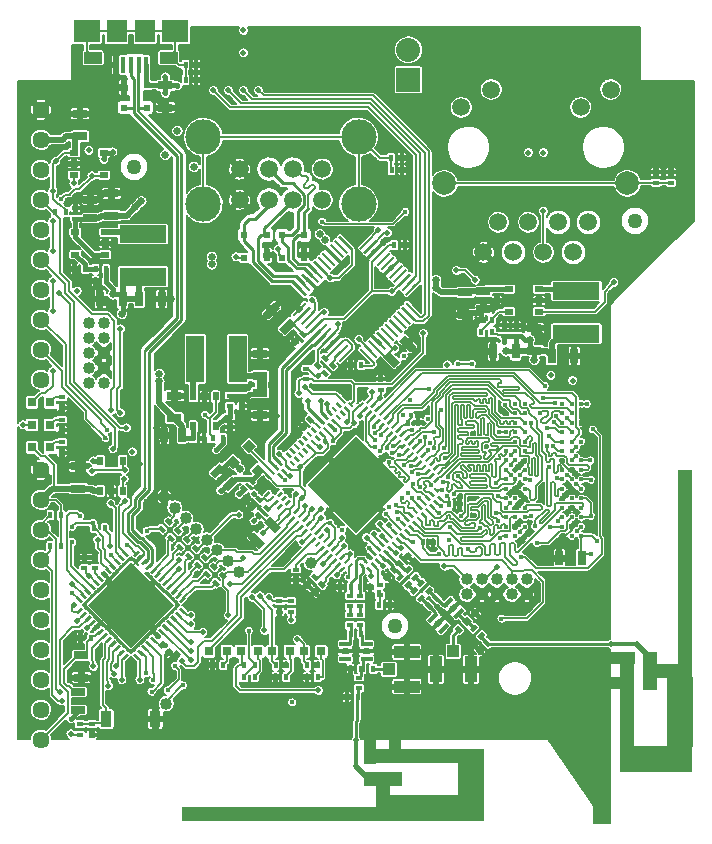
<source format=gbr>
G04 #@! TF.FileFunction,Copper,L1,Top,Signal*
%FSLAX46Y46*%
G04 Gerber Fmt 4.6, Leading zero omitted, Abs format (unit mm)*
G04 Created by KiCad (PCBNEW 0.201502260946+5452~21~ubuntu14.04.1-product) date Mon 02 Mar 2015 04:09:25 PM PST*
%MOMM*%
G01*
G04 APERTURE LIST*
%ADD10C,0.100000*%
%ADD11C,1.500000*%
%ADD12C,3.000000*%
%ADD13C,0.400000*%
%ADD14C,2.000000*%
%ADD15C,0.460000*%
%ADD16R,1.100000X1.000000*%
%ADD17R,1.100000X1.651000*%
%ADD18R,1.100000X1.524000*%
%ADD19R,10.000000X1.290000*%
%ADD20R,2.180000X5.000000*%
%ADD21R,6.000000X2.210000*%
%ADD22R,1.200000X3.000000*%
%ADD23R,3.200000X1.210000*%
%ADD24R,20.000000X1.210000*%
%ADD25R,0.460000X1.500000*%
%ADD26R,0.460000X1.390000*%
%ADD27R,1.000000X1.100000*%
%ADD28R,1.651000X1.100000*%
%ADD29R,1.524000X1.100000*%
%ADD30R,1.290000X10.000000*%
%ADD31R,5.000000X2.180000*%
%ADD32R,2.210000X6.000000*%
%ADD33R,3.000000X1.200000*%
%ADD34R,1.210000X3.200000*%
%ADD35R,1.210000X20.000000*%
%ADD36R,1.500000X0.460000*%
%ADD37R,1.390000X0.460000*%
%ADD38R,2.200000X1.050000*%
%ADD39R,1.050000X1.000000*%
%ADD40R,1.050000X2.200000*%
%ADD41R,1.000000X1.050000*%
%ADD42R,0.398780X0.599440*%
%ADD43R,0.700000X1.300000*%
%ADD44R,0.599440X0.398780*%
%ADD45R,1.300000X0.700000*%
%ADD46R,1.143000X0.635000*%
%ADD47R,0.635000X1.143000*%
%ADD48R,0.797560X0.797560*%
%ADD49R,0.600000X1.000000*%
%ADD50R,0.600000X0.600000*%
%ADD51C,1.016000*%
%ADD52C,1.000000*%
%ADD53R,2.032000X2.032000*%
%ADD54O,2.032000X2.032000*%
%ADD55R,4.000000X1.500000*%
%ADD56R,1.500000X4.000000*%
%ADD57R,0.950000X1.400000*%
%ADD58R,1.000000X0.350000*%
%ADD59R,0.762000X0.508000*%
%ADD60R,0.508000X0.762000*%
%ADD61R,0.400000X1.400000*%
%ADD62R,2.300000X1.900000*%
%ADD63R,1.700000X1.900000*%
%ADD64R,1.500000X1.000000*%
%ADD65C,1.450000*%
%ADD66C,1.270000*%
%ADD67C,0.431800*%
%ADD68C,0.508000*%
%ADD69C,0.635000*%
%ADD70C,0.203200*%
%ADD71C,0.266700*%
%ADD72C,0.127000*%
%ADD73C,0.381000*%
%ADD74C,0.508000*%
%ADD75C,0.213360*%
%ADD76C,0.213400*%
%ADD77C,0.139700*%
G04 APERTURE END LIST*
D10*
D11*
X102560000Y-99060000D03*
X100060000Y-99060000D03*
X98060000Y-99060000D03*
X95560000Y-99060000D03*
X102560000Y-96460000D03*
X100060000Y-96460000D03*
X98060000Y-96460000D03*
X95560000Y-96460000D03*
D12*
X105630000Y-99410000D03*
X105630000Y-93730000D03*
X92490000Y-99410000D03*
X92490000Y-93730000D03*
D13*
X124485000Y-121120000D03*
X123685000Y-121120000D03*
X122885000Y-121120000D03*
X119685000Y-121120000D03*
X118885000Y-121120000D03*
X118085000Y-121120000D03*
X118885000Y-119520000D03*
X119685000Y-119520000D03*
X122885000Y-119520000D03*
X123685000Y-119520000D03*
X124485000Y-119520000D03*
X123685000Y-120320000D03*
X122885000Y-120320000D03*
X119685000Y-120320000D03*
X118885000Y-120320000D03*
X118085000Y-120320000D03*
X118085000Y-117120000D03*
X118885000Y-117120000D03*
X119685000Y-117120000D03*
X122885000Y-117120000D03*
X123685000Y-117120000D03*
X124485000Y-116320000D03*
X123685000Y-116320000D03*
X122885000Y-116320000D03*
X119685000Y-116320000D03*
X118885000Y-116320000D03*
X118885000Y-117920000D03*
X119685000Y-117920000D03*
X122885000Y-117920000D03*
X123685000Y-117920000D03*
X124485000Y-117920000D03*
X123685000Y-118720000D03*
X122885000Y-118720000D03*
X119685000Y-118720000D03*
X118885000Y-118720000D03*
X118085000Y-118720000D03*
X118085000Y-124320000D03*
X118885000Y-124320000D03*
X119685000Y-124320000D03*
X122885000Y-124320000D03*
X123685000Y-124320000D03*
X124485000Y-124320000D03*
X124485000Y-123520000D03*
X123685000Y-123520000D03*
X122885000Y-123520000D03*
X119685000Y-123520000D03*
X118885000Y-123520000D03*
X118085000Y-123520000D03*
X118085000Y-121920000D03*
X118885000Y-121920000D03*
X119685000Y-121920000D03*
X122885000Y-121920000D03*
X123685000Y-121920000D03*
X124485000Y-121920000D03*
X124485000Y-122720000D03*
X123685000Y-122720000D03*
X122885000Y-122720000D03*
X119685000Y-122720000D03*
X118885000Y-122720000D03*
X118085000Y-122720000D03*
X118085000Y-125920000D03*
X118885000Y-125920000D03*
X119685000Y-125920000D03*
X122885000Y-125920000D03*
X123685000Y-125920000D03*
X124485000Y-125920000D03*
X124485000Y-125120000D03*
X123685000Y-125120000D03*
X122885000Y-125120000D03*
X119685000Y-125120000D03*
X118885000Y-125120000D03*
X118085000Y-125120000D03*
X118085000Y-126720000D03*
X118885000Y-126720000D03*
X119685000Y-126720000D03*
X122885000Y-126720000D03*
X123685000Y-126720000D03*
X124485000Y-126720000D03*
X124485000Y-127520000D03*
X123685000Y-127520000D03*
X122885000Y-127520000D03*
X119685000Y-127520000D03*
X118885000Y-127520000D03*
X118085000Y-127520000D03*
D11*
X125095000Y-100965000D03*
X123825000Y-103505000D03*
X122555000Y-100965000D03*
X121285000Y-103505000D03*
X120015000Y-100965000D03*
X118745000Y-103505000D03*
X117475000Y-100965000D03*
X116205000Y-103505000D03*
X114325000Y-91235000D03*
X116865000Y-89715000D03*
X124435000Y-91235000D03*
X126975000Y-89715000D03*
D14*
X128395000Y-97665000D03*
X112875000Y-97665000D03*
D15*
X105410000Y-144780000D03*
D16*
X108740000Y-144780000D03*
X106640000Y-144780000D03*
D17*
X106640000Y-145985000D03*
D18*
X108740000Y-145810000D03*
D19*
X111270000Y-146165000D03*
D20*
X115180000Y-149190000D03*
D21*
X111210000Y-150585000D03*
D22*
X107690000Y-149300000D03*
D23*
X107690000Y-148075000D03*
D24*
X100690000Y-151085000D03*
D15*
X105410000Y-147015000D03*
D25*
X105410000Y-145530000D03*
D26*
X105410000Y-146320000D03*
D10*
G36*
X105572660Y-146852391D02*
X106562609Y-147842340D01*
X106237340Y-148167609D01*
X105247391Y-147177660D01*
X105572660Y-146852391D01*
X105572660Y-146852391D01*
G37*
D15*
X127000000Y-136652000D03*
D27*
X127000000Y-139982000D03*
X127000000Y-137882000D03*
D28*
X128205000Y-137882000D03*
D29*
X128030000Y-139982000D03*
D30*
X128385000Y-142512000D03*
D31*
X131410000Y-146422000D03*
D32*
X132805000Y-142452000D03*
D33*
X131520000Y-138932000D03*
D34*
X130295000Y-138932000D03*
D35*
X133305000Y-131932000D03*
D15*
X129235000Y-136652000D03*
D36*
X127750000Y-136652000D03*
D37*
X128540000Y-136652000D03*
D10*
G36*
X130062340Y-137804609D02*
X129072391Y-136814660D01*
X129397660Y-136489391D01*
X130387609Y-137479340D01*
X130062340Y-137804609D01*
X130062340Y-137804609D01*
G37*
D38*
X109728000Y-140286000D03*
X109728000Y-137336000D03*
D39*
X108203000Y-138811000D03*
D40*
X112190000Y-138811000D03*
X115140000Y-138811000D03*
D41*
X113665000Y-137286000D03*
D10*
G36*
X101211155Y-131282977D02*
X101635023Y-131706845D01*
X101353043Y-131988825D01*
X100929175Y-131564957D01*
X101211155Y-131282977D01*
X101211155Y-131282977D01*
G37*
G36*
X101846957Y-130647175D02*
X102270825Y-131071043D01*
X101988845Y-131353023D01*
X101564977Y-130929155D01*
X101846957Y-130647175D01*
X101846957Y-130647175D01*
G37*
D42*
X108272580Y-133350000D03*
X107373420Y-133350000D03*
D10*
G36*
X101846155Y-131917977D02*
X102270023Y-132341845D01*
X101988043Y-132623825D01*
X101564175Y-132199957D01*
X101846155Y-131917977D01*
X101846155Y-131917977D01*
G37*
G36*
X102481957Y-131282175D02*
X102905825Y-131706043D01*
X102623845Y-131988023D01*
X102199977Y-131564155D01*
X102481957Y-131282175D01*
X102481957Y-131282175D01*
G37*
G36*
X98122619Y-125875142D02*
X99041858Y-126794381D01*
X98546883Y-127289356D01*
X97627644Y-126370117D01*
X98122619Y-125875142D01*
X98122619Y-125875142D01*
G37*
G36*
X96779117Y-127218644D02*
X97698356Y-128137883D01*
X97203381Y-128632858D01*
X96284142Y-127713619D01*
X96779117Y-127218644D01*
X96779117Y-127218644D01*
G37*
D43*
X124521000Y-129413000D03*
X122621000Y-129413000D03*
D10*
G36*
X96512155Y-124678977D02*
X96936023Y-125102845D01*
X96654043Y-125384825D01*
X96230175Y-124960957D01*
X96512155Y-124678977D01*
X96512155Y-124678977D01*
G37*
G36*
X97147957Y-124043175D02*
X97571825Y-124467043D01*
X97289845Y-124749023D01*
X96865977Y-124325155D01*
X97147957Y-124043175D01*
X97147957Y-124043175D01*
G37*
D42*
X110685580Y-117919500D03*
X109786420Y-117919500D03*
D44*
X107505500Y-114231420D03*
X107505500Y-115130580D03*
D42*
X114178080Y-124777500D03*
X113278920Y-124777500D03*
X111955580Y-128016000D03*
X111056420Y-128016000D03*
D45*
X84709000Y-100391000D03*
X84709000Y-98491000D03*
D44*
X81661000Y-99753420D03*
X81661000Y-100652580D03*
D46*
X82931000Y-100584000D03*
X82931000Y-99060000D03*
D45*
X82042000Y-93660000D03*
X82042000Y-91760000D03*
X81915000Y-123505000D03*
X81915000Y-121605000D03*
D43*
X85659000Y-107442000D03*
X83759000Y-107442000D03*
D42*
X83370420Y-105918000D03*
X84269580Y-105918000D03*
D43*
X87061000Y-107442000D03*
X88961000Y-107442000D03*
D45*
X89281000Y-89347000D03*
X89281000Y-91247000D03*
X90043000Y-117536000D03*
X90043000Y-115636000D03*
X114681000Y-106873000D03*
X114681000Y-108773000D03*
D42*
X92524580Y-119253000D03*
X91625420Y-119253000D03*
D46*
X116205000Y-106807000D03*
X116205000Y-108331000D03*
D47*
X90678000Y-118999000D03*
X89154000Y-118999000D03*
D44*
X117348000Y-107510580D03*
X117348000Y-106611420D03*
D10*
G36*
X95877155Y-123154977D02*
X96301023Y-123578845D01*
X96019043Y-123860825D01*
X95595175Y-123436957D01*
X95877155Y-123154977D01*
X95877155Y-123154977D01*
G37*
G36*
X96512957Y-122519175D02*
X96936825Y-122943043D01*
X96654845Y-123225023D01*
X96230977Y-122801155D01*
X96512957Y-122519175D01*
X96512957Y-122519175D01*
G37*
G36*
X95401433Y-122914210D02*
X94593210Y-123722433D01*
X94144197Y-123273420D01*
X94952420Y-122465197D01*
X95401433Y-122914210D01*
X95401433Y-122914210D01*
G37*
G36*
X94323803Y-121836580D02*
X93515580Y-122644803D01*
X93066567Y-122195790D01*
X93874790Y-121387567D01*
X94323803Y-121836580D01*
X94323803Y-121836580D01*
G37*
D45*
X97282000Y-115382000D03*
X97282000Y-117282000D03*
X120523000Y-111821000D03*
X120523000Y-109921000D03*
D44*
X95758000Y-116527580D03*
X95758000Y-115628420D03*
D43*
X121986000Y-112268000D03*
X123886000Y-112268000D03*
D45*
X97282000Y-113980000D03*
X97282000Y-112080000D03*
D44*
X118999000Y-109659420D03*
X118999000Y-110558580D03*
X117983000Y-109659420D03*
X117983000Y-110558580D03*
D43*
X118933000Y-111887000D03*
X117033000Y-111887000D03*
D42*
X91889580Y-87630000D03*
X90990420Y-87630000D03*
D10*
G36*
X89245977Y-137421845D02*
X89669845Y-136997977D01*
X89951825Y-137279957D01*
X89527957Y-137703825D01*
X89245977Y-137421845D01*
X89245977Y-137421845D01*
G37*
G36*
X88610175Y-136786043D02*
X89034043Y-136362175D01*
X89316023Y-136644155D01*
X88892155Y-137068023D01*
X88610175Y-136786043D01*
X88610175Y-136786043D01*
G37*
D44*
X83312000Y-129344420D03*
X83312000Y-130243580D03*
X82423000Y-129344420D03*
X82423000Y-130243580D03*
D45*
X82169000Y-137607000D03*
X82169000Y-139507000D03*
D42*
X82100420Y-136144000D03*
X82999580Y-136144000D03*
D44*
X83058000Y-144340580D03*
X83058000Y-143441420D03*
D42*
X104071420Y-131826000D03*
X104970580Y-131826000D03*
X106621580Y-131826000D03*
X105722420Y-131826000D03*
D10*
G36*
X107942155Y-130647977D02*
X108366023Y-131071845D01*
X108084043Y-131353825D01*
X107660175Y-130929957D01*
X107942155Y-130647977D01*
X107942155Y-130647977D01*
G37*
G36*
X108577957Y-130012175D02*
X109001825Y-130436043D01*
X108719845Y-130718023D01*
X108295977Y-130294155D01*
X108577957Y-130012175D01*
X108577957Y-130012175D01*
G37*
G36*
X109862845Y-129575023D02*
X109438977Y-129151155D01*
X109720957Y-128869175D01*
X110144825Y-129293043D01*
X109862845Y-129575023D01*
X109862845Y-129575023D01*
G37*
G36*
X109227043Y-130210825D02*
X108803175Y-129786957D01*
X109085155Y-129504977D01*
X109509023Y-129928845D01*
X109227043Y-130210825D01*
X109227043Y-130210825D01*
G37*
D44*
X104902000Y-134170420D03*
X104902000Y-135069580D03*
X105791000Y-134170420D03*
X105791000Y-135069580D03*
D10*
G36*
X110652023Y-132072155D02*
X110228155Y-132496023D01*
X109946175Y-132214043D01*
X110370043Y-131790175D01*
X110652023Y-132072155D01*
X110652023Y-132072155D01*
G37*
G36*
X111287825Y-132707957D02*
X110863957Y-133131825D01*
X110581977Y-132849845D01*
X111005845Y-132425977D01*
X111287825Y-132707957D01*
X111287825Y-132707957D01*
G37*
G36*
X111287023Y-131437155D02*
X110863155Y-131861023D01*
X110581175Y-131579043D01*
X111005043Y-131155175D01*
X111287023Y-131437155D01*
X111287023Y-131437155D01*
G37*
G36*
X111922825Y-132072957D02*
X111498957Y-132496825D01*
X111216977Y-132214845D01*
X111640845Y-131790977D01*
X111922825Y-132072957D01*
X111922825Y-132072957D01*
G37*
D42*
X105859580Y-135826500D03*
X104960420Y-135826500D03*
D10*
G36*
X112275845Y-133131023D02*
X111851977Y-132707155D01*
X112133957Y-132425175D01*
X112557825Y-132849043D01*
X112275845Y-133131023D01*
X112275845Y-133131023D01*
G37*
G36*
X111640043Y-133766825D02*
X111216175Y-133342957D01*
X111498155Y-133060977D01*
X111922023Y-133484845D01*
X111640043Y-133766825D01*
X111640043Y-133766825D01*
G37*
D42*
X104960420Y-138747500D03*
X105859580Y-138747500D03*
D10*
G36*
X115577845Y-134401023D02*
X115153977Y-133977155D01*
X115435957Y-133695175D01*
X115859825Y-134119043D01*
X115577845Y-134401023D01*
X115577845Y-134401023D01*
G37*
G36*
X114942043Y-135036825D02*
X114518175Y-134612957D01*
X114800155Y-134330977D01*
X115224023Y-134754845D01*
X114942043Y-135036825D01*
X114942043Y-135036825D01*
G37*
D42*
X105976420Y-138747500D03*
X106875580Y-138747500D03*
D10*
G36*
X114815845Y-135163023D02*
X114391977Y-134739155D01*
X114673957Y-134457175D01*
X115097825Y-134881043D01*
X114815845Y-135163023D01*
X114815845Y-135163023D01*
G37*
G36*
X114180043Y-135798825D02*
X113756175Y-135374957D01*
X114038155Y-135092977D01*
X114462023Y-135516845D01*
X114180043Y-135798825D01*
X114180043Y-135798825D01*
G37*
D42*
X104642920Y-141160500D03*
X105542080Y-141160500D03*
D10*
G36*
X115816155Y-136870977D02*
X116240023Y-137294845D01*
X115958043Y-137576825D01*
X115534175Y-137152957D01*
X115816155Y-136870977D01*
X115816155Y-136870977D01*
G37*
G36*
X116451957Y-136235175D02*
X116875825Y-136659043D01*
X116593845Y-136941023D01*
X116169977Y-136517155D01*
X116451957Y-136235175D01*
X116451957Y-136235175D01*
G37*
D44*
X132080000Y-96705420D03*
X132080000Y-97604580D03*
D42*
X109288580Y-95504000D03*
X108389420Y-95504000D03*
D10*
G36*
X100195155Y-110708977D02*
X100619023Y-111132845D01*
X100337043Y-111414825D01*
X99913175Y-110990957D01*
X100195155Y-110708977D01*
X100195155Y-110708977D01*
G37*
G36*
X100830957Y-110073175D02*
X101254825Y-110497043D01*
X100972845Y-110779023D01*
X100548977Y-110355155D01*
X100830957Y-110073175D01*
X100830957Y-110073175D01*
G37*
D42*
X109542580Y-102870000D03*
X108643420Y-102870000D03*
D10*
G36*
X100311858Y-109552619D02*
X99392619Y-110471858D01*
X98897644Y-109976883D01*
X99816883Y-109057644D01*
X100311858Y-109552619D01*
X100311858Y-109552619D01*
G37*
G36*
X98968356Y-108209117D02*
X98049117Y-109128356D01*
X97554142Y-108633381D01*
X98473381Y-107714142D01*
X98968356Y-108209117D01*
X98968356Y-108209117D01*
G37*
D48*
X77990700Y-116205000D03*
X79489300Y-116205000D03*
X77990700Y-120015000D03*
X79489300Y-120015000D03*
D49*
X85791000Y-89547000D03*
D50*
X85791000Y-91247000D03*
X87691000Y-91247000D03*
X87691000Y-89347000D03*
D48*
X77990700Y-118110000D03*
X79489300Y-118110000D03*
X97142300Y-137287000D03*
X95643700Y-137287000D03*
X92976700Y-137287000D03*
X94475300Y-137287000D03*
X100977700Y-137287000D03*
X102476300Y-137287000D03*
X98310700Y-137287000D03*
X99809300Y-137287000D03*
D49*
X101026000Y-103747000D03*
D50*
X101026000Y-102047000D03*
X99126000Y-102047000D03*
X99126000Y-103947000D03*
D49*
X97851000Y-103747000D03*
D50*
X97851000Y-102047000D03*
X95951000Y-102047000D03*
X95951000Y-103947000D03*
D51*
X114808000Y-132461000D03*
X114808000Y-131191000D03*
X116078000Y-132461000D03*
X116078000Y-131191000D03*
X117348000Y-132461000D03*
X117348000Y-131191000D03*
X118618000Y-132461000D03*
X118618000Y-131191000D03*
X119888000Y-132461000D03*
X119888000Y-131191000D03*
X84074000Y-114554000D03*
X82804000Y-114554000D03*
X84074000Y-113284000D03*
X82804000Y-113284000D03*
X84074000Y-112014000D03*
X82804000Y-112014000D03*
X84074000Y-110744000D03*
X82804000Y-110744000D03*
X84074000Y-109474000D03*
X82804000Y-109474000D03*
D52*
X101600000Y-129794000D03*
D13*
X110236000Y-128016000D03*
D51*
X89185910Y-124237910D03*
X90083936Y-125135936D03*
X90981962Y-126033962D03*
X91879987Y-126931987D03*
X92778013Y-127830013D03*
X93676038Y-128728038D03*
X94574064Y-129626064D03*
X95472090Y-130524090D03*
D53*
X109855000Y-88900000D03*
D54*
X109855000Y-86360000D03*
D44*
X107442000Y-131630420D03*
X107442000Y-132529580D03*
D55*
X87376000Y-101959000D03*
X87376000Y-105559000D03*
D56*
X91799000Y-112522000D03*
X95399000Y-112522000D03*
D55*
X124079000Y-106785000D03*
X124079000Y-110385000D03*
D46*
X81915000Y-142240000D03*
X81915000Y-140716000D03*
D44*
X104902000Y-132582920D03*
X104902000Y-133482080D03*
X105791000Y-132582920D03*
X105791000Y-133482080D03*
D10*
G36*
X109509023Y-130929155D02*
X109085155Y-131353023D01*
X108803175Y-131071043D01*
X109227043Y-130647175D01*
X109509023Y-130929155D01*
X109509023Y-130929155D01*
G37*
G36*
X110144825Y-131564957D02*
X109720957Y-131988825D01*
X109438977Y-131706845D01*
X109862845Y-131282977D01*
X110144825Y-131564957D01*
X110144825Y-131564957D01*
G37*
G36*
X110144023Y-130294155D02*
X109720155Y-130718023D01*
X109438175Y-130436043D01*
X109862043Y-130012175D01*
X110144023Y-130294155D01*
X110144023Y-130294155D01*
G37*
G36*
X110779825Y-130929957D02*
X110355957Y-131353825D01*
X110073977Y-131071845D01*
X110497845Y-130647977D01*
X110779825Y-130929957D01*
X110779825Y-130929957D01*
G37*
D44*
X105664000Y-139504420D03*
X105664000Y-140403580D03*
D10*
G36*
X115732023Y-135247155D02*
X115308155Y-135671023D01*
X115026175Y-135389043D01*
X115450043Y-134965175D01*
X115732023Y-135247155D01*
X115732023Y-135247155D01*
G37*
G36*
X116367825Y-135882957D02*
X115943957Y-136306825D01*
X115661977Y-136024845D01*
X116085845Y-135600977D01*
X116367825Y-135882957D01*
X116367825Y-135882957D01*
G37*
G36*
X96357107Y-119339848D02*
X96922863Y-119905604D01*
X96357107Y-120471360D01*
X95791351Y-119905604D01*
X96357107Y-119339848D01*
X96357107Y-119339848D01*
G37*
G36*
X95013604Y-120683351D02*
X95579360Y-121249107D01*
X95013604Y-121814863D01*
X94447848Y-121249107D01*
X95013604Y-120683351D01*
X95013604Y-120683351D01*
G37*
G36*
X97098848Y-121425092D02*
X97664604Y-121990848D01*
X97098848Y-122556604D01*
X96533092Y-121990848D01*
X97098848Y-121425092D01*
X97098848Y-121425092D01*
G37*
G36*
X97147155Y-125440977D02*
X97571023Y-125864845D01*
X97289043Y-126146825D01*
X96865175Y-125722957D01*
X97147155Y-125440977D01*
X97147155Y-125440977D01*
G37*
G36*
X97782957Y-124805175D02*
X98206825Y-125229043D01*
X97924845Y-125511023D01*
X97500977Y-125087155D01*
X97782957Y-124805175D01*
X97782957Y-124805175D01*
G37*
D44*
X80518000Y-116654580D03*
X80518000Y-115755420D03*
X80518000Y-120464580D03*
X80518000Y-119565420D03*
D42*
X83370420Y-104902000D03*
X84269580Y-104902000D03*
X81592420Y-104902000D03*
X82491580Y-104902000D03*
X93276420Y-119253000D03*
X94175580Y-119253000D03*
D44*
X94742000Y-116527580D03*
X94742000Y-115628420D03*
X94742000Y-118305580D03*
X94742000Y-117406420D03*
D42*
X116009420Y-110236000D03*
X116908580Y-110236000D03*
X116009420Y-109220000D03*
X116908580Y-109220000D03*
X91889580Y-88900000D03*
X90990420Y-88900000D03*
D10*
G36*
X89669845Y-126654023D02*
X89245977Y-126230155D01*
X89527957Y-125948175D01*
X89951825Y-126372043D01*
X89669845Y-126654023D01*
X89669845Y-126654023D01*
G37*
G36*
X89034043Y-127289825D02*
X88610175Y-126865957D01*
X88892155Y-126583977D01*
X89316023Y-127007845D01*
X89034043Y-127289825D01*
X89034043Y-127289825D01*
G37*
G36*
X93464155Y-131155977D02*
X93888023Y-131579845D01*
X93606043Y-131861825D01*
X93182175Y-131437957D01*
X93464155Y-131155977D01*
X93464155Y-131155977D01*
G37*
G36*
X94099957Y-130520175D02*
X94523825Y-130944043D01*
X94241845Y-131226023D01*
X93817977Y-130802155D01*
X94099957Y-130520175D01*
X94099957Y-130520175D01*
G37*
G36*
X92702155Y-130393977D02*
X93126023Y-130817845D01*
X92844043Y-131099825D01*
X92420175Y-130675957D01*
X92702155Y-130393977D01*
X92702155Y-130393977D01*
G37*
G36*
X93337957Y-129758175D02*
X93761825Y-130182043D01*
X93479845Y-130464023D01*
X93055977Y-130040155D01*
X93337957Y-129758175D01*
X93337957Y-129758175D01*
G37*
G36*
X91940155Y-129631977D02*
X92364023Y-130055845D01*
X92082043Y-130337825D01*
X91658175Y-129913957D01*
X91940155Y-129631977D01*
X91940155Y-129631977D01*
G37*
G36*
X92575957Y-128996175D02*
X92999825Y-129420043D01*
X92717845Y-129702023D01*
X92293977Y-129278155D01*
X92575957Y-128996175D01*
X92575957Y-128996175D01*
G37*
G36*
X91178155Y-128869977D02*
X91602023Y-129293845D01*
X91320043Y-129575825D01*
X90896175Y-129151957D01*
X91178155Y-128869977D01*
X91178155Y-128869977D01*
G37*
G36*
X91813957Y-128234175D02*
X92237825Y-128658043D01*
X91955845Y-128940023D01*
X91531977Y-128516155D01*
X91813957Y-128234175D01*
X91813957Y-128234175D01*
G37*
G36*
X90416155Y-128107977D02*
X90840023Y-128531845D01*
X90558043Y-128813825D01*
X90134175Y-128389957D01*
X90416155Y-128107977D01*
X90416155Y-128107977D01*
G37*
G36*
X91051957Y-127472175D02*
X91475825Y-127896043D01*
X91193845Y-128178023D01*
X90769977Y-127754155D01*
X91051957Y-127472175D01*
X91051957Y-127472175D01*
G37*
G36*
X89654155Y-127345977D02*
X90078023Y-127769845D01*
X89796043Y-128051825D01*
X89372175Y-127627957D01*
X89654155Y-127345977D01*
X89654155Y-127345977D01*
G37*
G36*
X90289957Y-126710175D02*
X90713825Y-127134043D01*
X90431845Y-127416023D01*
X90007977Y-126992155D01*
X90289957Y-126710175D01*
X90289957Y-126710175D01*
G37*
D44*
X80518000Y-117660420D03*
X80518000Y-118559580D03*
X82042000Y-144340580D03*
X82042000Y-143441420D03*
X99949000Y-133027420D03*
X99949000Y-133926580D03*
X98933000Y-133027420D03*
X98933000Y-133926580D03*
X100330000Y-130360420D03*
X100330000Y-131259580D03*
D42*
X95943420Y-138430000D03*
X96842580Y-138430000D03*
D10*
G36*
X100830155Y-117947977D02*
X101254023Y-118371845D01*
X100972043Y-118653825D01*
X100548175Y-118229957D01*
X100830155Y-117947977D01*
X100830155Y-117947977D01*
G37*
G36*
X101465957Y-117312175D02*
X101889825Y-117736043D01*
X101607845Y-118018023D01*
X101183977Y-117594155D01*
X101465957Y-117312175D01*
X101465957Y-117312175D01*
G37*
D44*
X130810000Y-96705420D03*
X130810000Y-97604580D03*
D42*
X96842580Y-139446000D03*
X95943420Y-139446000D03*
X84142580Y-126873000D03*
X83243420Y-126873000D03*
X94175580Y-138430000D03*
X93276420Y-138430000D03*
X102176580Y-138430000D03*
X101277420Y-138430000D03*
X101277420Y-139446000D03*
X102176580Y-139446000D03*
D44*
X101219000Y-114241580D03*
X101219000Y-113342420D03*
D42*
X99509580Y-138430000D03*
X98610420Y-138430000D03*
X98610420Y-139446000D03*
X99509580Y-139446000D03*
X104960420Y-113030000D03*
X105859580Y-113030000D03*
X109323663Y-96533265D03*
X108424503Y-96533265D03*
D10*
G36*
X103512845Y-113446023D02*
X103088977Y-113022155D01*
X103370957Y-112740175D01*
X103794825Y-113164043D01*
X103512845Y-113446023D01*
X103512845Y-113446023D01*
G37*
G36*
X102877043Y-114081825D02*
X102453175Y-113657957D01*
X102735155Y-113375977D01*
X103159023Y-113799845D01*
X102877043Y-114081825D01*
X102877043Y-114081825D01*
G37*
G36*
X102877845Y-112811023D02*
X102453977Y-112387155D01*
X102735957Y-112105175D01*
X103159825Y-112529043D01*
X102877845Y-112811023D01*
X102877845Y-112811023D01*
G37*
G36*
X102242043Y-113446825D02*
X101818175Y-113022957D01*
X102100155Y-112740977D01*
X102524023Y-113164845D01*
X102242043Y-113446825D01*
X102242043Y-113446825D01*
G37*
D57*
X88435000Y-143002000D03*
X84285000Y-143002000D03*
D58*
X106310000Y-137937000D03*
X106310000Y-137287000D03*
X106310000Y-136637000D03*
X104510000Y-136637000D03*
X104510000Y-137287000D03*
X104510000Y-137937000D03*
D10*
G36*
X113648719Y-134292033D02*
X114355826Y-133584926D01*
X114603313Y-133832413D01*
X113896206Y-134539520D01*
X113648719Y-134292033D01*
X113648719Y-134292033D01*
G37*
G36*
X113189099Y-133832414D02*
X113896206Y-133125307D01*
X114143693Y-133372794D01*
X113436586Y-134079901D01*
X113189099Y-133832414D01*
X113189099Y-133832414D01*
G37*
G36*
X112729480Y-133372794D02*
X113436587Y-132665687D01*
X113684074Y-132913174D01*
X112976967Y-133620281D01*
X112729480Y-133372794D01*
X112729480Y-133372794D01*
G37*
G36*
X111456687Y-134645587D02*
X112163794Y-133938480D01*
X112411281Y-134185967D01*
X111704174Y-134893074D01*
X111456687Y-134645587D01*
X111456687Y-134645587D01*
G37*
G36*
X111916307Y-135105206D02*
X112623414Y-134398099D01*
X112870901Y-134645586D01*
X112163794Y-135352693D01*
X111916307Y-135105206D01*
X111916307Y-135105206D01*
G37*
G36*
X112375926Y-135564826D02*
X113083033Y-134857719D01*
X113330520Y-135105206D01*
X112623413Y-135812313D01*
X112375926Y-135564826D01*
X112375926Y-135564826D01*
G37*
G36*
X106795929Y-130430774D02*
X106640366Y-130586337D01*
X106267721Y-130213692D01*
X106423284Y-130058129D01*
X106795929Y-130430774D01*
X106795929Y-130430774D01*
G37*
G36*
X107149482Y-130077220D02*
X106993919Y-130232783D01*
X106621274Y-129860138D01*
X106776837Y-129704575D01*
X107149482Y-130077220D01*
X107149482Y-130077220D01*
G37*
G36*
X107503036Y-129723667D02*
X107347473Y-129879230D01*
X106974828Y-129506585D01*
X107130391Y-129351022D01*
X107503036Y-129723667D01*
X107503036Y-129723667D01*
G37*
G36*
X107856589Y-129370113D02*
X107701026Y-129525676D01*
X107328381Y-129153031D01*
X107483944Y-128997468D01*
X107856589Y-129370113D01*
X107856589Y-129370113D01*
G37*
G36*
X108210142Y-129016560D02*
X108054579Y-129172123D01*
X107681934Y-128799478D01*
X107837497Y-128643915D01*
X108210142Y-129016560D01*
X108210142Y-129016560D01*
G37*
G36*
X108563696Y-128663007D02*
X108408133Y-128818570D01*
X108035488Y-128445925D01*
X108191051Y-128290362D01*
X108563696Y-128663007D01*
X108563696Y-128663007D01*
G37*
G36*
X108917249Y-128309453D02*
X108761686Y-128465016D01*
X108389041Y-128092371D01*
X108544604Y-127936808D01*
X108917249Y-128309453D01*
X108917249Y-128309453D01*
G37*
G36*
X109270803Y-127955900D02*
X109115240Y-128111463D01*
X108742595Y-127738818D01*
X108898158Y-127583255D01*
X109270803Y-127955900D01*
X109270803Y-127955900D01*
G37*
G36*
X109624356Y-127602346D02*
X109468793Y-127757909D01*
X109096148Y-127385264D01*
X109251711Y-127229701D01*
X109624356Y-127602346D01*
X109624356Y-127602346D01*
G37*
G36*
X109977909Y-127248793D02*
X109822346Y-127404356D01*
X109449701Y-127031711D01*
X109605264Y-126876148D01*
X109977909Y-127248793D01*
X109977909Y-127248793D01*
G37*
G36*
X110331463Y-126895240D02*
X110175900Y-127050803D01*
X109803255Y-126678158D01*
X109958818Y-126522595D01*
X110331463Y-126895240D01*
X110331463Y-126895240D01*
G37*
G36*
X110685016Y-126541686D02*
X110529453Y-126697249D01*
X110156808Y-126324604D01*
X110312371Y-126169041D01*
X110685016Y-126541686D01*
X110685016Y-126541686D01*
G37*
G36*
X111038570Y-126188133D02*
X110883007Y-126343696D01*
X110510362Y-125971051D01*
X110665925Y-125815488D01*
X111038570Y-126188133D01*
X111038570Y-126188133D01*
G37*
G36*
X111392123Y-125834579D02*
X111236560Y-125990142D01*
X110863915Y-125617497D01*
X111019478Y-125461934D01*
X111392123Y-125834579D01*
X111392123Y-125834579D01*
G37*
G36*
X111745676Y-125481026D02*
X111590113Y-125636589D01*
X111217468Y-125263944D01*
X111373031Y-125108381D01*
X111745676Y-125481026D01*
X111745676Y-125481026D01*
G37*
G36*
X112099230Y-125127473D02*
X111943667Y-125283036D01*
X111571022Y-124910391D01*
X111726585Y-124754828D01*
X112099230Y-125127473D01*
X112099230Y-125127473D01*
G37*
G36*
X112452783Y-124773919D02*
X112297220Y-124929482D01*
X111924575Y-124556837D01*
X112080138Y-124401274D01*
X112452783Y-124773919D01*
X112452783Y-124773919D01*
G37*
G36*
X112806337Y-124420366D02*
X112650774Y-124575929D01*
X112278129Y-124203284D01*
X112433692Y-124047721D01*
X112806337Y-124420366D01*
X112806337Y-124420366D01*
G37*
G36*
X106063014Y-130072624D02*
X105928663Y-130206975D01*
X105645820Y-129924132D01*
X105780171Y-129789781D01*
X106063014Y-130072624D01*
X106063014Y-130072624D01*
G37*
G36*
X106461467Y-129742759D02*
X106305904Y-129898322D01*
X105933259Y-129525677D01*
X106088822Y-129370114D01*
X106461467Y-129742759D01*
X106461467Y-129742759D01*
G37*
G36*
X106815021Y-129389205D02*
X106659458Y-129544768D01*
X106286813Y-129172123D01*
X106442376Y-129016560D01*
X106815021Y-129389205D01*
X106815021Y-129389205D01*
G37*
G36*
X107168574Y-129035652D02*
X107013011Y-129191215D01*
X106640366Y-128818570D01*
X106795929Y-128663007D01*
X107168574Y-129035652D01*
X107168574Y-129035652D01*
G37*
G36*
X107522128Y-128682098D02*
X107366565Y-128837661D01*
X106993920Y-128465016D01*
X107149483Y-128309453D01*
X107522128Y-128682098D01*
X107522128Y-128682098D01*
G37*
G36*
X107875681Y-128328545D02*
X107720118Y-128484108D01*
X107347473Y-128111463D01*
X107503036Y-127955900D01*
X107875681Y-128328545D01*
X107875681Y-128328545D01*
G37*
G36*
X108229234Y-127974992D02*
X108073671Y-128130555D01*
X107701026Y-127757910D01*
X107856589Y-127602347D01*
X108229234Y-127974992D01*
X108229234Y-127974992D01*
G37*
G36*
X108582788Y-127621438D02*
X108427225Y-127777001D01*
X108054580Y-127404356D01*
X108210143Y-127248793D01*
X108582788Y-127621438D01*
X108582788Y-127621438D01*
G37*
G36*
X108936341Y-127267885D02*
X108780778Y-127423448D01*
X108408133Y-127050803D01*
X108563696Y-126895240D01*
X108936341Y-127267885D01*
X108936341Y-127267885D01*
G37*
G36*
X109289895Y-126914332D02*
X109134332Y-127069895D01*
X108761687Y-126697250D01*
X108917250Y-126541687D01*
X109289895Y-126914332D01*
X109289895Y-126914332D01*
G37*
G36*
X109643448Y-126560778D02*
X109487885Y-126716341D01*
X109115240Y-126343696D01*
X109270803Y-126188133D01*
X109643448Y-126560778D01*
X109643448Y-126560778D01*
G37*
G36*
X109997001Y-126207225D02*
X109841438Y-126362788D01*
X109468793Y-125990143D01*
X109624356Y-125834580D01*
X109997001Y-126207225D01*
X109997001Y-126207225D01*
G37*
G36*
X110350555Y-125853671D02*
X110194992Y-126009234D01*
X109822347Y-125636589D01*
X109977910Y-125481026D01*
X110350555Y-125853671D01*
X110350555Y-125853671D01*
G37*
G36*
X110704108Y-125500118D02*
X110548545Y-125655681D01*
X110175900Y-125283036D01*
X110331463Y-125127473D01*
X110704108Y-125500118D01*
X110704108Y-125500118D01*
G37*
G36*
X111057661Y-125146565D02*
X110902098Y-125302128D01*
X110529453Y-124929483D01*
X110685016Y-124773920D01*
X111057661Y-125146565D01*
X111057661Y-125146565D01*
G37*
G36*
X111411215Y-124793011D02*
X111255652Y-124948574D01*
X110883007Y-124575929D01*
X111038570Y-124420366D01*
X111411215Y-124793011D01*
X111411215Y-124793011D01*
G37*
G36*
X111764768Y-124439458D02*
X111609205Y-124595021D01*
X111236560Y-124222376D01*
X111392123Y-124066813D01*
X111764768Y-124439458D01*
X111764768Y-124439458D01*
G37*
G36*
X112118322Y-124085904D02*
X111962759Y-124241467D01*
X111590114Y-123868822D01*
X111745677Y-123713259D01*
X112118322Y-124085904D01*
X112118322Y-124085904D01*
G37*
G36*
X112470462Y-123730937D02*
X112314898Y-123886501D01*
X111966294Y-123537897D01*
X112121858Y-123382333D01*
X112470462Y-123730937D01*
X112470462Y-123730937D01*
G37*
G36*
X104552279Y-116166308D02*
X104396716Y-116321871D01*
X104024071Y-115949226D01*
X104179634Y-115793663D01*
X104552279Y-116166308D01*
X104552279Y-116166308D01*
G37*
G36*
X104198726Y-116519862D02*
X104043163Y-116675425D01*
X103670518Y-116302780D01*
X103826081Y-116147217D01*
X104198726Y-116519862D01*
X104198726Y-116519862D01*
G37*
G36*
X103845172Y-116873415D02*
X103689609Y-117028978D01*
X103316964Y-116656333D01*
X103472527Y-116500770D01*
X103845172Y-116873415D01*
X103845172Y-116873415D01*
G37*
G36*
X103491619Y-117226969D02*
X103336056Y-117382532D01*
X102963411Y-117009887D01*
X103118974Y-116854324D01*
X103491619Y-117226969D01*
X103491619Y-117226969D01*
G37*
G36*
X103138066Y-117580522D02*
X102982503Y-117736085D01*
X102609858Y-117363440D01*
X102765421Y-117207877D01*
X103138066Y-117580522D01*
X103138066Y-117580522D01*
G37*
G36*
X102784512Y-117934075D02*
X102628949Y-118089638D01*
X102256304Y-117716993D01*
X102411867Y-117561430D01*
X102784512Y-117934075D01*
X102784512Y-117934075D01*
G37*
G36*
X102430959Y-118287629D02*
X102275396Y-118443192D01*
X101902751Y-118070547D01*
X102058314Y-117914984D01*
X102430959Y-118287629D01*
X102430959Y-118287629D01*
G37*
G36*
X102077405Y-118641182D02*
X101921842Y-118796745D01*
X101549197Y-118424100D01*
X101704760Y-118268537D01*
X102077405Y-118641182D01*
X102077405Y-118641182D01*
G37*
G36*
X101723852Y-118994736D02*
X101568289Y-119150299D01*
X101195644Y-118777654D01*
X101351207Y-118622091D01*
X101723852Y-118994736D01*
X101723852Y-118994736D01*
G37*
G36*
X101370299Y-119348289D02*
X101214736Y-119503852D01*
X100842091Y-119131207D01*
X100997654Y-118975644D01*
X101370299Y-119348289D01*
X101370299Y-119348289D01*
G37*
G36*
X101016745Y-119701842D02*
X100861182Y-119857405D01*
X100488537Y-119484760D01*
X100644100Y-119329197D01*
X101016745Y-119701842D01*
X101016745Y-119701842D01*
G37*
G36*
X100663192Y-120055396D02*
X100507629Y-120210959D01*
X100134984Y-119838314D01*
X100290547Y-119682751D01*
X100663192Y-120055396D01*
X100663192Y-120055396D01*
G37*
G36*
X100309638Y-120408949D02*
X100154075Y-120564512D01*
X99781430Y-120191867D01*
X99936993Y-120036304D01*
X100309638Y-120408949D01*
X100309638Y-120408949D01*
G37*
G36*
X99956085Y-120762503D02*
X99800522Y-120918066D01*
X99427877Y-120545421D01*
X99583440Y-120389858D01*
X99956085Y-120762503D01*
X99956085Y-120762503D01*
G37*
G36*
X99602532Y-121116056D02*
X99446969Y-121271619D01*
X99074324Y-120898974D01*
X99229887Y-120743411D01*
X99602532Y-121116056D01*
X99602532Y-121116056D01*
G37*
G36*
X99248978Y-121469609D02*
X99093415Y-121625172D01*
X98720770Y-121252527D01*
X98876333Y-121096964D01*
X99248978Y-121469609D01*
X99248978Y-121469609D01*
G37*
G36*
X98895425Y-121823163D02*
X98739862Y-121978726D01*
X98367217Y-121606081D01*
X98522780Y-121450518D01*
X98895425Y-121823163D01*
X98895425Y-121823163D01*
G37*
G36*
X98541871Y-122176716D02*
X98386308Y-122332279D01*
X98013663Y-121959634D01*
X98169226Y-121804071D01*
X98541871Y-122176716D01*
X98541871Y-122176716D01*
G37*
G36*
X98188318Y-122530269D02*
X98032755Y-122685832D01*
X97660110Y-122313187D01*
X97815673Y-122157624D01*
X98188318Y-122530269D01*
X98188318Y-122530269D01*
G37*
G36*
X105217667Y-116478142D02*
X105062103Y-116633706D01*
X104713499Y-116285102D01*
X104869063Y-116129538D01*
X105217667Y-116478142D01*
X105217667Y-116478142D01*
G37*
G36*
X104886741Y-116854323D02*
X104731178Y-117009886D01*
X104358533Y-116637241D01*
X104514096Y-116481678D01*
X104886741Y-116854323D01*
X104886741Y-116854323D01*
G37*
G36*
X104533187Y-117207877D02*
X104377624Y-117363440D01*
X104004979Y-116990795D01*
X104160542Y-116835232D01*
X104533187Y-117207877D01*
X104533187Y-117207877D01*
G37*
G36*
X104179634Y-117561430D02*
X104024071Y-117716993D01*
X103651426Y-117344348D01*
X103806989Y-117188785D01*
X104179634Y-117561430D01*
X104179634Y-117561430D01*
G37*
G36*
X103826080Y-117914984D02*
X103670517Y-118070547D01*
X103297872Y-117697902D01*
X103453435Y-117542339D01*
X103826080Y-117914984D01*
X103826080Y-117914984D01*
G37*
G36*
X103472527Y-118268537D02*
X103316964Y-118424100D01*
X102944319Y-118051455D01*
X103099882Y-117895892D01*
X103472527Y-118268537D01*
X103472527Y-118268537D01*
G37*
G36*
X103118974Y-118622090D02*
X102963411Y-118777653D01*
X102590766Y-118405008D01*
X102746329Y-118249445D01*
X103118974Y-118622090D01*
X103118974Y-118622090D01*
G37*
G36*
X102765420Y-118975644D02*
X102609857Y-119131207D01*
X102237212Y-118758562D01*
X102392775Y-118602999D01*
X102765420Y-118975644D01*
X102765420Y-118975644D01*
G37*
G36*
X102411867Y-119329197D02*
X102256304Y-119484760D01*
X101883659Y-119112115D01*
X102039222Y-118956552D01*
X102411867Y-119329197D01*
X102411867Y-119329197D01*
G37*
G36*
X102058313Y-119682750D02*
X101902750Y-119838313D01*
X101530105Y-119465668D01*
X101685668Y-119310105D01*
X102058313Y-119682750D01*
X102058313Y-119682750D01*
G37*
G36*
X101704760Y-120036304D02*
X101549197Y-120191867D01*
X101176552Y-119819222D01*
X101332115Y-119663659D01*
X101704760Y-120036304D01*
X101704760Y-120036304D01*
G37*
G36*
X101351207Y-120389857D02*
X101195644Y-120545420D01*
X100822999Y-120172775D01*
X100978562Y-120017212D01*
X101351207Y-120389857D01*
X101351207Y-120389857D01*
G37*
G36*
X100997653Y-120743411D02*
X100842090Y-120898974D01*
X100469445Y-120526329D01*
X100625008Y-120370766D01*
X100997653Y-120743411D01*
X100997653Y-120743411D01*
G37*
G36*
X100644100Y-121096964D02*
X100488537Y-121252527D01*
X100115892Y-120879882D01*
X100271455Y-120724319D01*
X100644100Y-121096964D01*
X100644100Y-121096964D01*
G37*
G36*
X100290547Y-121450517D02*
X100134984Y-121606080D01*
X99762339Y-121233435D01*
X99917902Y-121077872D01*
X100290547Y-121450517D01*
X100290547Y-121450517D01*
G37*
G36*
X99936993Y-121804071D02*
X99781430Y-121959634D01*
X99408785Y-121586989D01*
X99564348Y-121431426D01*
X99936993Y-121804071D01*
X99936993Y-121804071D01*
G37*
G36*
X99583440Y-122157624D02*
X99427877Y-122313187D01*
X99055232Y-121940542D01*
X99210795Y-121784979D01*
X99583440Y-122157624D01*
X99583440Y-122157624D01*
G37*
G36*
X99229886Y-122511178D02*
X99074323Y-122666741D01*
X98701678Y-122294096D01*
X98857241Y-122138533D01*
X99229886Y-122511178D01*
X99229886Y-122511178D01*
G37*
G36*
X112806337Y-121959634D02*
X112433692Y-122332279D01*
X112278129Y-122176716D01*
X112650774Y-121804071D01*
X112806337Y-121959634D01*
X112806337Y-121959634D01*
G37*
G36*
X112452783Y-121606081D02*
X112080138Y-121978726D01*
X111924575Y-121823163D01*
X112297220Y-121450518D01*
X112452783Y-121606081D01*
X112452783Y-121606081D01*
G37*
G36*
X112099230Y-121252527D02*
X111726585Y-121625172D01*
X111571022Y-121469609D01*
X111943667Y-121096964D01*
X112099230Y-121252527D01*
X112099230Y-121252527D01*
G37*
G36*
X111745676Y-120898974D02*
X111373031Y-121271619D01*
X111217468Y-121116056D01*
X111590113Y-120743411D01*
X111745676Y-120898974D01*
X111745676Y-120898974D01*
G37*
G36*
X111392123Y-120545421D02*
X111019478Y-120918066D01*
X110863915Y-120762503D01*
X111236560Y-120389858D01*
X111392123Y-120545421D01*
X111392123Y-120545421D01*
G37*
G36*
X111038570Y-120191867D02*
X110665925Y-120564512D01*
X110510362Y-120408949D01*
X110883007Y-120036304D01*
X111038570Y-120191867D01*
X111038570Y-120191867D01*
G37*
G36*
X110685016Y-119838314D02*
X110312371Y-120210959D01*
X110156808Y-120055396D01*
X110529453Y-119682751D01*
X110685016Y-119838314D01*
X110685016Y-119838314D01*
G37*
G36*
X110331463Y-119484760D02*
X109958818Y-119857405D01*
X109803255Y-119701842D01*
X110175900Y-119329197D01*
X110331463Y-119484760D01*
X110331463Y-119484760D01*
G37*
G36*
X109977909Y-119131207D02*
X109605264Y-119503852D01*
X109449701Y-119348289D01*
X109822346Y-118975644D01*
X109977909Y-119131207D01*
X109977909Y-119131207D01*
G37*
G36*
X109624356Y-118777654D02*
X109251711Y-119150299D01*
X109096148Y-118994736D01*
X109468793Y-118622091D01*
X109624356Y-118777654D01*
X109624356Y-118777654D01*
G37*
G36*
X109270803Y-118424100D02*
X108898158Y-118796745D01*
X108742595Y-118641182D01*
X109115240Y-118268537D01*
X109270803Y-118424100D01*
X109270803Y-118424100D01*
G37*
G36*
X108917249Y-118070547D02*
X108544604Y-118443192D01*
X108389041Y-118287629D01*
X108761686Y-117914984D01*
X108917249Y-118070547D01*
X108917249Y-118070547D01*
G37*
G36*
X108563696Y-117716993D02*
X108191051Y-118089638D01*
X108035488Y-117934075D01*
X108408133Y-117561430D01*
X108563696Y-117716993D01*
X108563696Y-117716993D01*
G37*
G36*
X108210142Y-117363440D02*
X107837497Y-117736085D01*
X107681934Y-117580522D01*
X108054579Y-117207877D01*
X108210142Y-117363440D01*
X108210142Y-117363440D01*
G37*
G36*
X107856589Y-117009887D02*
X107483944Y-117382532D01*
X107328381Y-117226969D01*
X107701026Y-116854324D01*
X107856589Y-117009887D01*
X107856589Y-117009887D01*
G37*
G36*
X107503036Y-116656333D02*
X107130391Y-117028978D01*
X106974828Y-116873415D01*
X107347473Y-116500770D01*
X107503036Y-116656333D01*
X107503036Y-116656333D01*
G37*
G36*
X107149482Y-116302780D02*
X106776837Y-116675425D01*
X106621274Y-116519862D01*
X106993919Y-116147217D01*
X107149482Y-116302780D01*
X107149482Y-116302780D01*
G37*
G36*
X106795929Y-115949226D02*
X106423284Y-116321871D01*
X106267721Y-116166308D01*
X106640366Y-115793663D01*
X106795929Y-115949226D01*
X106795929Y-115949226D01*
G37*
G36*
X112470462Y-122649063D02*
X112121858Y-122997667D01*
X111966294Y-122842103D01*
X112314898Y-122493499D01*
X112470462Y-122649063D01*
X112470462Y-122649063D01*
G37*
G36*
X112118322Y-122294096D02*
X111745677Y-122666741D01*
X111590114Y-122511178D01*
X111962759Y-122138533D01*
X112118322Y-122294096D01*
X112118322Y-122294096D01*
G37*
G36*
X111764768Y-121940542D02*
X111392123Y-122313187D01*
X111236560Y-122157624D01*
X111609205Y-121784979D01*
X111764768Y-121940542D01*
X111764768Y-121940542D01*
G37*
G36*
X111411215Y-121586989D02*
X111038570Y-121959634D01*
X110883007Y-121804071D01*
X111255652Y-121431426D01*
X111411215Y-121586989D01*
X111411215Y-121586989D01*
G37*
G36*
X111057661Y-121233435D02*
X110685016Y-121606080D01*
X110529453Y-121450517D01*
X110902098Y-121077872D01*
X111057661Y-121233435D01*
X111057661Y-121233435D01*
G37*
G36*
X110704108Y-120879882D02*
X110331463Y-121252527D01*
X110175900Y-121096964D01*
X110548545Y-120724319D01*
X110704108Y-120879882D01*
X110704108Y-120879882D01*
G37*
G36*
X110350555Y-120526329D02*
X109977910Y-120898974D01*
X109822347Y-120743411D01*
X110194992Y-120370766D01*
X110350555Y-120526329D01*
X110350555Y-120526329D01*
G37*
G36*
X109997001Y-120172775D02*
X109624356Y-120545420D01*
X109468793Y-120389857D01*
X109841438Y-120017212D01*
X109997001Y-120172775D01*
X109997001Y-120172775D01*
G37*
G36*
X109643448Y-119819222D02*
X109270803Y-120191867D01*
X109115240Y-120036304D01*
X109487885Y-119663659D01*
X109643448Y-119819222D01*
X109643448Y-119819222D01*
G37*
G36*
X109289895Y-119465668D02*
X108917250Y-119838313D01*
X108761687Y-119682750D01*
X109134332Y-119310105D01*
X109289895Y-119465668D01*
X109289895Y-119465668D01*
G37*
G36*
X108936341Y-119112115D02*
X108563696Y-119484760D01*
X108408133Y-119329197D01*
X108780778Y-118956552D01*
X108936341Y-119112115D01*
X108936341Y-119112115D01*
G37*
G36*
X108582788Y-118758562D02*
X108210143Y-119131207D01*
X108054580Y-118975644D01*
X108427225Y-118602999D01*
X108582788Y-118758562D01*
X108582788Y-118758562D01*
G37*
G36*
X108229234Y-118405008D02*
X107856589Y-118777653D01*
X107701026Y-118622090D01*
X108073671Y-118249445D01*
X108229234Y-118405008D01*
X108229234Y-118405008D01*
G37*
G36*
X107875681Y-118051455D02*
X107503036Y-118424100D01*
X107347473Y-118268537D01*
X107720118Y-117895892D01*
X107875681Y-118051455D01*
X107875681Y-118051455D01*
G37*
G36*
X107522128Y-117697902D02*
X107149483Y-118070547D01*
X106993920Y-117914984D01*
X107366565Y-117542339D01*
X107522128Y-117697902D01*
X107522128Y-117697902D01*
G37*
G36*
X107168574Y-117344348D02*
X106795929Y-117716993D01*
X106640366Y-117561430D01*
X107013011Y-117188785D01*
X107168574Y-117344348D01*
X107168574Y-117344348D01*
G37*
G36*
X106815021Y-116990795D02*
X106442376Y-117363440D01*
X106286813Y-117207877D01*
X106659458Y-116835232D01*
X106815021Y-116990795D01*
X106815021Y-116990795D01*
G37*
G36*
X106461467Y-116637241D02*
X106088822Y-117009886D01*
X105933259Y-116854323D01*
X106305904Y-116481678D01*
X106461467Y-116637241D01*
X106461467Y-116637241D01*
G37*
G36*
X106106501Y-116285102D02*
X105757897Y-116633706D01*
X105602333Y-116478142D01*
X105950937Y-116129538D01*
X106106501Y-116285102D01*
X106106501Y-116285102D01*
G37*
G36*
X98188318Y-123849731D02*
X97815673Y-124222376D01*
X97660110Y-124066813D01*
X98032755Y-123694168D01*
X98188318Y-123849731D01*
X98188318Y-123849731D01*
G37*
G36*
X98541871Y-124203284D02*
X98169226Y-124575929D01*
X98013663Y-124420366D01*
X98386308Y-124047721D01*
X98541871Y-124203284D01*
X98541871Y-124203284D01*
G37*
G36*
X98895425Y-124556837D02*
X98522780Y-124929482D01*
X98367217Y-124773919D01*
X98739862Y-124401274D01*
X98895425Y-124556837D01*
X98895425Y-124556837D01*
G37*
G36*
X99248978Y-124910391D02*
X98876333Y-125283036D01*
X98720770Y-125127473D01*
X99093415Y-124754828D01*
X99248978Y-124910391D01*
X99248978Y-124910391D01*
G37*
G36*
X99602532Y-125263944D02*
X99229887Y-125636589D01*
X99074324Y-125481026D01*
X99446969Y-125108381D01*
X99602532Y-125263944D01*
X99602532Y-125263944D01*
G37*
G36*
X99956085Y-125617497D02*
X99583440Y-125990142D01*
X99427877Y-125834579D01*
X99800522Y-125461934D01*
X99956085Y-125617497D01*
X99956085Y-125617497D01*
G37*
G36*
X100309638Y-125971051D02*
X99936993Y-126343696D01*
X99781430Y-126188133D01*
X100154075Y-125815488D01*
X100309638Y-125971051D01*
X100309638Y-125971051D01*
G37*
G36*
X100663192Y-126324604D02*
X100290547Y-126697249D01*
X100134984Y-126541686D01*
X100507629Y-126169041D01*
X100663192Y-126324604D01*
X100663192Y-126324604D01*
G37*
G36*
X101016745Y-126678158D02*
X100644100Y-127050803D01*
X100488537Y-126895240D01*
X100861182Y-126522595D01*
X101016745Y-126678158D01*
X101016745Y-126678158D01*
G37*
G36*
X101370299Y-127031711D02*
X100997654Y-127404356D01*
X100842091Y-127248793D01*
X101214736Y-126876148D01*
X101370299Y-127031711D01*
X101370299Y-127031711D01*
G37*
G36*
X101723852Y-127385264D02*
X101351207Y-127757909D01*
X101195644Y-127602346D01*
X101568289Y-127229701D01*
X101723852Y-127385264D01*
X101723852Y-127385264D01*
G37*
G36*
X102077405Y-127738818D02*
X101704760Y-128111463D01*
X101549197Y-127955900D01*
X101921842Y-127583255D01*
X102077405Y-127738818D01*
X102077405Y-127738818D01*
G37*
G36*
X102430959Y-128092371D02*
X102058314Y-128465016D01*
X101902751Y-128309453D01*
X102275396Y-127936808D01*
X102430959Y-128092371D01*
X102430959Y-128092371D01*
G37*
G36*
X102784512Y-128445925D02*
X102411867Y-128818570D01*
X102256304Y-128663007D01*
X102628949Y-128290362D01*
X102784512Y-128445925D01*
X102784512Y-128445925D01*
G37*
G36*
X103138066Y-128799478D02*
X102765421Y-129172123D01*
X102609858Y-129016560D01*
X102982503Y-128643915D01*
X103138066Y-128799478D01*
X103138066Y-128799478D01*
G37*
G36*
X103491619Y-129153031D02*
X103118974Y-129525676D01*
X102963411Y-129370113D01*
X103336056Y-128997468D01*
X103491619Y-129153031D01*
X103491619Y-129153031D01*
G37*
G36*
X103845172Y-129506585D02*
X103472527Y-129879230D01*
X103316964Y-129723667D01*
X103689609Y-129351022D01*
X103845172Y-129506585D01*
X103845172Y-129506585D01*
G37*
G36*
X104198726Y-129860138D02*
X103826081Y-130232783D01*
X103670518Y-130077220D01*
X104043163Y-129704575D01*
X104198726Y-129860138D01*
X104198726Y-129860138D01*
G37*
G36*
X104552279Y-130213692D02*
X104179634Y-130586337D01*
X104024071Y-130430774D01*
X104396716Y-130058129D01*
X104552279Y-130213692D01*
X104552279Y-130213692D01*
G37*
G36*
X99229886Y-123868822D02*
X98857241Y-124241467D01*
X98701678Y-124085904D01*
X99074323Y-123713259D01*
X99229886Y-123868822D01*
X99229886Y-123868822D01*
G37*
G36*
X99583440Y-124222376D02*
X99210795Y-124595021D01*
X99055232Y-124439458D01*
X99427877Y-124066813D01*
X99583440Y-124222376D01*
X99583440Y-124222376D01*
G37*
G36*
X99936993Y-124575929D02*
X99564348Y-124948574D01*
X99408785Y-124793011D01*
X99781430Y-124420366D01*
X99936993Y-124575929D01*
X99936993Y-124575929D01*
G37*
G36*
X100290547Y-124929483D02*
X99917902Y-125302128D01*
X99762339Y-125146565D01*
X100134984Y-124773920D01*
X100290547Y-124929483D01*
X100290547Y-124929483D01*
G37*
G36*
X100644100Y-125283036D02*
X100271455Y-125655681D01*
X100115892Y-125500118D01*
X100488537Y-125127473D01*
X100644100Y-125283036D01*
X100644100Y-125283036D01*
G37*
G36*
X100997653Y-125636589D02*
X100625008Y-126009234D01*
X100469445Y-125853671D01*
X100842090Y-125481026D01*
X100997653Y-125636589D01*
X100997653Y-125636589D01*
G37*
G36*
X101351207Y-125990143D02*
X100978562Y-126362788D01*
X100822999Y-126207225D01*
X101195644Y-125834580D01*
X101351207Y-125990143D01*
X101351207Y-125990143D01*
G37*
G36*
X101704760Y-126343696D02*
X101332115Y-126716341D01*
X101176552Y-126560778D01*
X101549197Y-126188133D01*
X101704760Y-126343696D01*
X101704760Y-126343696D01*
G37*
G36*
X102058313Y-126697250D02*
X101685668Y-127069895D01*
X101530105Y-126914332D01*
X101902750Y-126541687D01*
X102058313Y-126697250D01*
X102058313Y-126697250D01*
G37*
G36*
X102411867Y-127050803D02*
X102039222Y-127423448D01*
X101883659Y-127267885D01*
X102256304Y-126895240D01*
X102411867Y-127050803D01*
X102411867Y-127050803D01*
G37*
G36*
X102765420Y-127404356D02*
X102392775Y-127777001D01*
X102237212Y-127621438D01*
X102609857Y-127248793D01*
X102765420Y-127404356D01*
X102765420Y-127404356D01*
G37*
G36*
X103118974Y-127757910D02*
X102746329Y-128130555D01*
X102590766Y-127974992D01*
X102963411Y-127602347D01*
X103118974Y-127757910D01*
X103118974Y-127757910D01*
G37*
G36*
X103472527Y-128111463D02*
X103099882Y-128484108D01*
X102944319Y-128328545D01*
X103316964Y-127955900D01*
X103472527Y-128111463D01*
X103472527Y-128111463D01*
G37*
G36*
X103826080Y-128465016D02*
X103453435Y-128837661D01*
X103297872Y-128682098D01*
X103670517Y-128309453D01*
X103826080Y-128465016D01*
X103826080Y-128465016D01*
G37*
G36*
X104179634Y-128818570D02*
X103806989Y-129191215D01*
X103651426Y-129035652D01*
X104024071Y-128663007D01*
X104179634Y-128818570D01*
X104179634Y-128818570D01*
G37*
G36*
X104533187Y-129172123D02*
X104160542Y-129544768D01*
X104004979Y-129389205D01*
X104377624Y-129016560D01*
X104533187Y-129172123D01*
X104533187Y-129172123D01*
G37*
G36*
X104886837Y-129525582D02*
X104514001Y-129898418D01*
X104358437Y-129742854D01*
X104731273Y-129370018D01*
X104886837Y-129525582D01*
X104886837Y-129525582D01*
G37*
G36*
X105174180Y-129924132D02*
X104891337Y-130206975D01*
X104756986Y-130072624D01*
X105039829Y-129789781D01*
X105174180Y-129924132D01*
X105174180Y-129924132D01*
G37*
G36*
X109511219Y-123190000D02*
X105410000Y-127291219D01*
X101308781Y-123190000D01*
X105410000Y-119088781D01*
X109511219Y-123190000D01*
X109511219Y-123190000D01*
G37*
D59*
X81534000Y-95059500D03*
X81534000Y-96964500D03*
X84074000Y-95059500D03*
X81534000Y-96012000D03*
X84074000Y-96964500D03*
D60*
X83756500Y-123698000D03*
X85661500Y-123698000D03*
X83756500Y-121158000D03*
X84709000Y-123698000D03*
X85661500Y-121158000D03*
D59*
X84201000Y-103695500D03*
X84201000Y-101790500D03*
X81661000Y-103695500D03*
X84201000Y-102743000D03*
X81661000Y-101790500D03*
D60*
X93535500Y-115697000D03*
X91630500Y-115697000D03*
X93535500Y-118237000D03*
X92583000Y-115697000D03*
X91630500Y-118237000D03*
D59*
X120904000Y-108521500D03*
X120904000Y-106616500D03*
X118364000Y-108521500D03*
X120904000Y-107569000D03*
X118364000Y-106616500D03*
D10*
G36*
X81889628Y-134109730D02*
X81713615Y-133933717D01*
X82137484Y-133509848D01*
X82313497Y-133685861D01*
X81889628Y-134109730D01*
X81889628Y-134109730D01*
G37*
G36*
X82243450Y-134463552D02*
X82067437Y-134287539D01*
X82491306Y-133863670D01*
X82667319Y-134039683D01*
X82243450Y-134463552D01*
X82243450Y-134463552D01*
G37*
G36*
X82597272Y-134817374D02*
X82421259Y-134641361D01*
X82845128Y-134217492D01*
X83021141Y-134393505D01*
X82597272Y-134817374D01*
X82597272Y-134817374D01*
G37*
G36*
X82951094Y-135171196D02*
X82775081Y-134995183D01*
X83198950Y-134571314D01*
X83374963Y-134747327D01*
X82951094Y-135171196D01*
X82951094Y-135171196D01*
G37*
G36*
X83303120Y-135523222D02*
X83127107Y-135347209D01*
X83550976Y-134923340D01*
X83726989Y-135099353D01*
X83303120Y-135523222D01*
X83303120Y-135523222D01*
G37*
G36*
X83656942Y-135877045D02*
X83480929Y-135701032D01*
X83904798Y-135277163D01*
X84080811Y-135453176D01*
X83656942Y-135877045D01*
X83656942Y-135877045D01*
G37*
G36*
X84010765Y-136230867D02*
X83834752Y-136054854D01*
X84258621Y-135630985D01*
X84434634Y-135806998D01*
X84010765Y-136230867D01*
X84010765Y-136230867D01*
G37*
G36*
X84364587Y-136584689D02*
X84188574Y-136408676D01*
X84612443Y-135984807D01*
X84788456Y-136160820D01*
X84364587Y-136584689D01*
X84364587Y-136584689D01*
G37*
G36*
X84718409Y-136938511D02*
X84542396Y-136762498D01*
X84966265Y-136338629D01*
X85142278Y-136514642D01*
X84718409Y-136938511D01*
X84718409Y-136938511D01*
G37*
G36*
X85072231Y-137292333D02*
X84896218Y-137116320D01*
X85320087Y-136692451D01*
X85496100Y-136868464D01*
X85072231Y-137292333D01*
X85072231Y-137292333D01*
G37*
G36*
X85426053Y-137646155D02*
X85250040Y-137470142D01*
X85673909Y-137046273D01*
X85849922Y-137222286D01*
X85426053Y-137646155D01*
X85426053Y-137646155D01*
G37*
G36*
X85778079Y-137998181D02*
X85602066Y-137822168D01*
X86025935Y-137398299D01*
X86201948Y-137574312D01*
X85778079Y-137998181D01*
X85778079Y-137998181D01*
G37*
G36*
X87753735Y-130361371D02*
X87577722Y-130185358D01*
X88001591Y-129761489D01*
X88177604Y-129937502D01*
X87753735Y-130361371D01*
X87753735Y-130361371D01*
G37*
G36*
X87401709Y-130009345D02*
X87225696Y-129833332D01*
X87649565Y-129409463D01*
X87825578Y-129585476D01*
X87401709Y-130009345D01*
X87401709Y-130009345D01*
G37*
G36*
X87047887Y-129655523D02*
X86871874Y-129479510D01*
X87295743Y-129055641D01*
X87471756Y-129231654D01*
X87047887Y-129655523D01*
X87047887Y-129655523D01*
G37*
G36*
X86694065Y-129301701D02*
X86518052Y-129125688D01*
X86941921Y-128701819D01*
X87117934Y-128877832D01*
X86694065Y-129301701D01*
X86694065Y-129301701D01*
G37*
G36*
X88359005Y-136584689D02*
X87935136Y-136160820D01*
X88111149Y-135984807D01*
X88535018Y-136408676D01*
X88359005Y-136584689D01*
X88359005Y-136584689D01*
G37*
G36*
X88711314Y-136230881D02*
X88287445Y-135807012D01*
X88463458Y-135630999D01*
X88887327Y-136054868D01*
X88711314Y-136230881D01*
X88711314Y-136230881D01*
G37*
G36*
X89064854Y-135878841D02*
X88640985Y-135454972D01*
X88816998Y-135278959D01*
X89240867Y-135702828D01*
X89064854Y-135878841D01*
X89064854Y-135878841D01*
G37*
G36*
X89418676Y-135525018D02*
X88994807Y-135101149D01*
X89170820Y-134925136D01*
X89594689Y-135349005D01*
X89418676Y-135525018D01*
X89418676Y-135525018D01*
G37*
G36*
X89772498Y-135171196D02*
X89348629Y-134747327D01*
X89524642Y-134571314D01*
X89948511Y-134995183D01*
X89772498Y-135171196D01*
X89772498Y-135171196D01*
G37*
G36*
X90126320Y-134817374D02*
X89702451Y-134393505D01*
X89878464Y-134217492D01*
X90302333Y-134641361D01*
X90126320Y-134817374D01*
X90126320Y-134817374D01*
G37*
G36*
X90480142Y-134463552D02*
X90056273Y-134039683D01*
X90232286Y-133863670D01*
X90656155Y-134287539D01*
X90480142Y-134463552D01*
X90480142Y-134463552D01*
G37*
G36*
X90833964Y-134109730D02*
X90410095Y-133685861D01*
X90586108Y-133509848D01*
X91009977Y-133933717D01*
X90833964Y-134109730D01*
X90833964Y-134109730D01*
G37*
G36*
X86945513Y-137998181D02*
X86521644Y-137574312D01*
X86697657Y-137398299D01*
X87121526Y-137822168D01*
X86945513Y-137998181D01*
X86945513Y-137998181D01*
G37*
G36*
X87299335Y-137644359D02*
X86875466Y-137220490D01*
X87051479Y-137044477D01*
X87475348Y-137468346D01*
X87299335Y-137644359D01*
X87299335Y-137644359D01*
G37*
G36*
X87653157Y-137290537D02*
X87229288Y-136866668D01*
X87405301Y-136690655D01*
X87829170Y-137114524D01*
X87653157Y-137290537D01*
X87653157Y-137290537D01*
G37*
G36*
X88005183Y-136938511D02*
X87581314Y-136514642D01*
X87757327Y-136338629D01*
X88181196Y-136762498D01*
X88005183Y-136938511D01*
X88005183Y-136938511D01*
G37*
G36*
X90582516Y-133190152D02*
X90406503Y-133014139D01*
X90830372Y-132590270D01*
X91006385Y-132766283D01*
X90582516Y-133190152D01*
X90582516Y-133190152D01*
G37*
G36*
X90230490Y-132834534D02*
X90054477Y-132658521D01*
X90478346Y-132234652D01*
X90654359Y-132410665D01*
X90230490Y-132834534D01*
X90230490Y-132834534D01*
G37*
G36*
X89878464Y-132482508D02*
X89702451Y-132306495D01*
X90126320Y-131882626D01*
X90302333Y-132058639D01*
X89878464Y-132482508D01*
X89878464Y-132482508D01*
G37*
G36*
X89524642Y-132128686D02*
X89348629Y-131952673D01*
X89772498Y-131528804D01*
X89948511Y-131704817D01*
X89524642Y-132128686D01*
X89524642Y-132128686D01*
G37*
G36*
X89170820Y-131774864D02*
X88994807Y-131598851D01*
X89418676Y-131174982D01*
X89594689Y-131350995D01*
X89170820Y-131774864D01*
X89170820Y-131774864D01*
G37*
G36*
X88816998Y-131421041D02*
X88640985Y-131245028D01*
X89064854Y-130821159D01*
X89240867Y-130997172D01*
X88816998Y-131421041D01*
X88816998Y-131421041D01*
G37*
G36*
X88463176Y-131067219D02*
X88287163Y-130891206D01*
X88711032Y-130467337D01*
X88887045Y-130643350D01*
X88463176Y-131067219D01*
X88463176Y-131067219D01*
G37*
G36*
X88109353Y-130713397D02*
X87933340Y-130537384D01*
X88357209Y-130113515D01*
X88533222Y-130289528D01*
X88109353Y-130713397D01*
X88109353Y-130713397D01*
G37*
G36*
X86025935Y-129301701D02*
X85602066Y-128877832D01*
X85778079Y-128701819D01*
X86201948Y-129125688D01*
X86025935Y-129301701D01*
X86025935Y-129301701D01*
G37*
G36*
X85672113Y-129655523D02*
X85248244Y-129231654D01*
X85424257Y-129055641D01*
X85848126Y-129479510D01*
X85672113Y-129655523D01*
X85672113Y-129655523D01*
G37*
G36*
X85318291Y-130009345D02*
X84894422Y-129585476D01*
X85070435Y-129409463D01*
X85494304Y-129833332D01*
X85318291Y-130009345D01*
X85318291Y-130009345D01*
G37*
G36*
X84966265Y-130361371D02*
X84542396Y-129937502D01*
X84718409Y-129761489D01*
X85142278Y-130185358D01*
X84966265Y-130361371D01*
X84966265Y-130361371D01*
G37*
G36*
X84612443Y-130715193D02*
X84188574Y-130291324D01*
X84364587Y-130115311D01*
X84788456Y-130539180D01*
X84612443Y-130715193D01*
X84612443Y-130715193D01*
G37*
G36*
X84258621Y-131069015D02*
X83834752Y-130645146D01*
X84010765Y-130469133D01*
X84434634Y-130893002D01*
X84258621Y-131069015D01*
X84258621Y-131069015D01*
G37*
G36*
X83904798Y-131422837D02*
X83480929Y-130998968D01*
X83656942Y-130822955D01*
X84080811Y-131246824D01*
X83904798Y-131422837D01*
X83904798Y-131422837D01*
G37*
G36*
X83550976Y-131776660D02*
X83127107Y-131352791D01*
X83303120Y-131176778D01*
X83726989Y-131600647D01*
X83550976Y-131776660D01*
X83550976Y-131776660D01*
G37*
G36*
X83197154Y-132130482D02*
X82773285Y-131706613D01*
X82949298Y-131530600D01*
X83373167Y-131954469D01*
X83197154Y-132130482D01*
X83197154Y-132130482D01*
G37*
G36*
X82843332Y-132484304D02*
X82419463Y-132060435D01*
X82595476Y-131884422D01*
X83019345Y-132308291D01*
X82843332Y-132484304D01*
X82843332Y-132484304D01*
G37*
G36*
X82491306Y-132836330D02*
X82067437Y-132412461D01*
X82243450Y-132236448D01*
X82667319Y-132660317D01*
X82491306Y-132836330D01*
X82491306Y-132836330D01*
G37*
G36*
X82137484Y-133190152D02*
X81713615Y-132766283D01*
X81889628Y-132590270D01*
X82313497Y-133014139D01*
X82137484Y-133190152D01*
X82137484Y-133190152D01*
G37*
G36*
X82718400Y-133350000D02*
X86360000Y-129708400D01*
X90001600Y-133350000D01*
X86360000Y-136991600D01*
X82718400Y-133350000D01*
X82718400Y-133350000D01*
G37*
G36*
X110642590Y-105957076D02*
X110784012Y-106098498D01*
X109723352Y-107159158D01*
X109581930Y-107017736D01*
X110642590Y-105957076D01*
X110642590Y-105957076D01*
G37*
G36*
X110289036Y-105603522D02*
X110430458Y-105744944D01*
X109369798Y-106805604D01*
X109228376Y-106664182D01*
X110289036Y-105603522D01*
X110289036Y-105603522D01*
G37*
G36*
X109935483Y-105249969D02*
X110076905Y-105391391D01*
X109016245Y-106452051D01*
X108874823Y-106310629D01*
X109935483Y-105249969D01*
X109935483Y-105249969D01*
G37*
G36*
X109581930Y-104896415D02*
X109723352Y-105037837D01*
X108662692Y-106098497D01*
X108521270Y-105957075D01*
X109581930Y-104896415D01*
X109581930Y-104896415D01*
G37*
G36*
X109228376Y-104542862D02*
X109369798Y-104684284D01*
X108309138Y-105744944D01*
X108167716Y-105603522D01*
X109228376Y-104542862D01*
X109228376Y-104542862D01*
G37*
G36*
X108874823Y-104189309D02*
X109016245Y-104330731D01*
X107955585Y-105391391D01*
X107814163Y-105249969D01*
X108874823Y-104189309D01*
X108874823Y-104189309D01*
G37*
G36*
X108521269Y-103835755D02*
X108662691Y-103977177D01*
X107602031Y-105037837D01*
X107460609Y-104896415D01*
X108521269Y-103835755D01*
X108521269Y-103835755D01*
G37*
G36*
X108167716Y-103482202D02*
X108309138Y-103623624D01*
X107248478Y-104684284D01*
X107107056Y-104542862D01*
X108167716Y-103482202D01*
X108167716Y-103482202D01*
G37*
G36*
X107814163Y-103128648D02*
X107955585Y-103270070D01*
X106894925Y-104330730D01*
X106753503Y-104189308D01*
X107814163Y-103128648D01*
X107814163Y-103128648D01*
G37*
G36*
X107460609Y-102775095D02*
X107602031Y-102916517D01*
X106541371Y-103977177D01*
X106399949Y-103835755D01*
X107460609Y-102775095D01*
X107460609Y-102775095D01*
G37*
G36*
X107107056Y-102421542D02*
X107248478Y-102562964D01*
X106187818Y-103623624D01*
X106046396Y-103482202D01*
X107107056Y-102421542D01*
X107107056Y-102421542D01*
G37*
G36*
X106753502Y-102067988D02*
X106894924Y-102209410D01*
X105834264Y-103270070D01*
X105692842Y-103128648D01*
X106753502Y-102067988D01*
X106753502Y-102067988D01*
G37*
G36*
X104066498Y-102067988D02*
X105127158Y-103128648D01*
X104985736Y-103270070D01*
X103925076Y-102209410D01*
X104066498Y-102067988D01*
X104066498Y-102067988D01*
G37*
G36*
X103712944Y-102421542D02*
X104773604Y-103482202D01*
X104632182Y-103623624D01*
X103571522Y-102562964D01*
X103712944Y-102421542D01*
X103712944Y-102421542D01*
G37*
G36*
X103359391Y-102775095D02*
X104420051Y-103835755D01*
X104278629Y-103977177D01*
X103217969Y-102916517D01*
X103359391Y-102775095D01*
X103359391Y-102775095D01*
G37*
G36*
X103005837Y-103128648D02*
X104066497Y-104189308D01*
X103925075Y-104330730D01*
X102864415Y-103270070D01*
X103005837Y-103128648D01*
X103005837Y-103128648D01*
G37*
G36*
X102652284Y-103482202D02*
X103712944Y-104542862D01*
X103571522Y-104684284D01*
X102510862Y-103623624D01*
X102652284Y-103482202D01*
X102652284Y-103482202D01*
G37*
G36*
X102298731Y-103835755D02*
X103359391Y-104896415D01*
X103217969Y-105037837D01*
X102157309Y-103977177D01*
X102298731Y-103835755D01*
X102298731Y-103835755D01*
G37*
G36*
X101945177Y-104189309D02*
X103005837Y-105249969D01*
X102864415Y-105391391D01*
X101803755Y-104330731D01*
X101945177Y-104189309D01*
X101945177Y-104189309D01*
G37*
G36*
X101591624Y-104542862D02*
X102652284Y-105603522D01*
X102510862Y-105744944D01*
X101450202Y-104684284D01*
X101591624Y-104542862D01*
X101591624Y-104542862D01*
G37*
G36*
X101238070Y-104896415D02*
X102298730Y-105957075D01*
X102157308Y-106098497D01*
X101096648Y-105037837D01*
X101238070Y-104896415D01*
X101238070Y-104896415D01*
G37*
G36*
X100884517Y-105249969D02*
X101945177Y-106310629D01*
X101803755Y-106452051D01*
X100743095Y-105391391D01*
X100884517Y-105249969D01*
X100884517Y-105249969D01*
G37*
G36*
X100530964Y-105603522D02*
X101591624Y-106664182D01*
X101450202Y-106805604D01*
X100389542Y-105744944D01*
X100530964Y-105603522D01*
X100530964Y-105603522D01*
G37*
G36*
X100177410Y-105957076D02*
X101238070Y-107017736D01*
X101096648Y-107159158D01*
X100035988Y-106098498D01*
X100177410Y-105957076D01*
X100177410Y-105957076D01*
G37*
G36*
X101096648Y-107724842D02*
X101238070Y-107866264D01*
X100177410Y-108926924D01*
X100035988Y-108785502D01*
X101096648Y-107724842D01*
X101096648Y-107724842D01*
G37*
G36*
X101450202Y-108078396D02*
X101591624Y-108219818D01*
X100530964Y-109280478D01*
X100389542Y-109139056D01*
X101450202Y-108078396D01*
X101450202Y-108078396D01*
G37*
G36*
X101803755Y-108431949D02*
X101945177Y-108573371D01*
X100884517Y-109634031D01*
X100743095Y-109492609D01*
X101803755Y-108431949D01*
X101803755Y-108431949D01*
G37*
G36*
X102157308Y-108785503D02*
X102298730Y-108926925D01*
X101238070Y-109987585D01*
X101096648Y-109846163D01*
X102157308Y-108785503D01*
X102157308Y-108785503D01*
G37*
G36*
X102510862Y-109139056D02*
X102652284Y-109280478D01*
X101591624Y-110341138D01*
X101450202Y-110199716D01*
X102510862Y-109139056D01*
X102510862Y-109139056D01*
G37*
G36*
X102864415Y-109492609D02*
X103005837Y-109634031D01*
X101945177Y-110694691D01*
X101803755Y-110553269D01*
X102864415Y-109492609D01*
X102864415Y-109492609D01*
G37*
G36*
X103217969Y-109846163D02*
X103359391Y-109987585D01*
X102298731Y-111048245D01*
X102157309Y-110906823D01*
X103217969Y-109846163D01*
X103217969Y-109846163D01*
G37*
G36*
X103571522Y-110199716D02*
X103712944Y-110341138D01*
X102652284Y-111401798D01*
X102510862Y-111260376D01*
X103571522Y-110199716D01*
X103571522Y-110199716D01*
G37*
G36*
X103925075Y-110553270D02*
X104066497Y-110694692D01*
X103005837Y-111755352D01*
X102864415Y-111613930D01*
X103925075Y-110553270D01*
X103925075Y-110553270D01*
G37*
G36*
X104278629Y-110906823D02*
X104420051Y-111048245D01*
X103359391Y-112108905D01*
X103217969Y-111967483D01*
X104278629Y-110906823D01*
X104278629Y-110906823D01*
G37*
G36*
X104632182Y-111260376D02*
X104773604Y-111401798D01*
X103712944Y-112462458D01*
X103571522Y-112321036D01*
X104632182Y-111260376D01*
X104632182Y-111260376D01*
G37*
G36*
X104985736Y-111613930D02*
X105127158Y-111755352D01*
X104066498Y-112816012D01*
X103925076Y-112674590D01*
X104985736Y-111613930D01*
X104985736Y-111613930D01*
G37*
G36*
X105834264Y-111613930D02*
X106894924Y-112674590D01*
X106753502Y-112816012D01*
X105692842Y-111755352D01*
X105834264Y-111613930D01*
X105834264Y-111613930D01*
G37*
G36*
X106187818Y-111260376D02*
X107248478Y-112321036D01*
X107107056Y-112462458D01*
X106046396Y-111401798D01*
X106187818Y-111260376D01*
X106187818Y-111260376D01*
G37*
G36*
X106541371Y-110906823D02*
X107602031Y-111967483D01*
X107460609Y-112108905D01*
X106399949Y-111048245D01*
X106541371Y-110906823D01*
X106541371Y-110906823D01*
G37*
G36*
X106894925Y-110553270D02*
X107955585Y-111613930D01*
X107814163Y-111755352D01*
X106753503Y-110694692D01*
X106894925Y-110553270D01*
X106894925Y-110553270D01*
G37*
G36*
X107248478Y-110199716D02*
X108309138Y-111260376D01*
X108167716Y-111401798D01*
X107107056Y-110341138D01*
X107248478Y-110199716D01*
X107248478Y-110199716D01*
G37*
G36*
X107602031Y-109846163D02*
X108662691Y-110906823D01*
X108521269Y-111048245D01*
X107460609Y-109987585D01*
X107602031Y-109846163D01*
X107602031Y-109846163D01*
G37*
G36*
X107955585Y-109492609D02*
X109016245Y-110553269D01*
X108874823Y-110694691D01*
X107814163Y-109634031D01*
X107955585Y-109492609D01*
X107955585Y-109492609D01*
G37*
G36*
X108309138Y-109139056D02*
X109369798Y-110199716D01*
X109228376Y-110341138D01*
X108167716Y-109280478D01*
X108309138Y-109139056D01*
X108309138Y-109139056D01*
G37*
G36*
X108662692Y-108785503D02*
X109723352Y-109846163D01*
X109581930Y-109987585D01*
X108521270Y-108926925D01*
X108662692Y-108785503D01*
X108662692Y-108785503D01*
G37*
G36*
X109016245Y-108431949D02*
X110076905Y-109492609D01*
X109935483Y-109634031D01*
X108874823Y-108573371D01*
X109016245Y-108431949D01*
X109016245Y-108431949D01*
G37*
G36*
X109369798Y-108078396D02*
X110430458Y-109139056D01*
X110289036Y-109280478D01*
X109228376Y-108219818D01*
X109369798Y-108078396D01*
X109369798Y-108078396D01*
G37*
G36*
X109723352Y-107724842D02*
X110784012Y-108785502D01*
X110642590Y-108926924D01*
X109581930Y-107866264D01*
X109723352Y-107724842D01*
X109723352Y-107724842D01*
G37*
G36*
X108633381Y-113265858D02*
X107714142Y-112346619D01*
X108209117Y-111851644D01*
X109128356Y-112770883D01*
X108633381Y-113265858D01*
X108633381Y-113265858D01*
G37*
G36*
X109976883Y-111922356D02*
X109057644Y-111003117D01*
X109552619Y-110508142D01*
X110471858Y-111427381D01*
X109976883Y-111922356D01*
X109976883Y-111922356D01*
G37*
D61*
X87660000Y-87630000D03*
X87010000Y-87630000D03*
X86360000Y-87630000D03*
X85710000Y-87630000D03*
X85060000Y-87630000D03*
D62*
X90110000Y-84780000D03*
D63*
X87560000Y-84780000D03*
X85160000Y-84780000D03*
D62*
X82610000Y-84780000D03*
D64*
X83160000Y-87030000D03*
X89560000Y-87030000D03*
D65*
X78740000Y-91440000D03*
X78740000Y-93980000D03*
X78740000Y-96520000D03*
X78740000Y-99060000D03*
X78740000Y-101600000D03*
X78740000Y-104140000D03*
X78740000Y-106680000D03*
X78740000Y-109220000D03*
X78740000Y-111760000D03*
X78740000Y-114300000D03*
X78740000Y-121920000D03*
X78740000Y-124460000D03*
X78740000Y-127000000D03*
X78740000Y-129540000D03*
X78740000Y-132080000D03*
X78740000Y-134620000D03*
X78740000Y-137160000D03*
X78740000Y-139700000D03*
X78740000Y-142240000D03*
X78740000Y-144780000D03*
D51*
X89350000Y-141710000D03*
D42*
X80429580Y-128380000D03*
X79530420Y-128380000D03*
X80824580Y-100060000D03*
X79925420Y-100060000D03*
X80444580Y-125755000D03*
X79545420Y-125755000D03*
D66*
X108712000Y-135128000D03*
X86614000Y-96266000D03*
X129032000Y-100838000D03*
D67*
X115215000Y-112930000D03*
X114035000Y-112950000D03*
X87600170Y-124557170D03*
X86942639Y-126492020D03*
D68*
X111125000Y-130683000D03*
X87101680Y-121440075D03*
X121892916Y-132090833D03*
X121920000Y-134620000D03*
X124487084Y-132090833D03*
X124460000Y-134620000D03*
X125222000Y-146812000D03*
X124460000Y-144780000D03*
X93980000Y-142240000D03*
X101897190Y-142285722D03*
X111771794Y-112192706D03*
X110299500Y-110744000D03*
X103123709Y-114934709D03*
X114797702Y-135820812D03*
X115471573Y-136807573D03*
X126644862Y-137166360D03*
X124777500Y-137166360D03*
X122428000Y-137166360D03*
X120523000Y-137166360D03*
X118999000Y-137166360D03*
X117348000Y-137166360D03*
X118681500Y-136080500D03*
X120523000Y-136080500D03*
X122428000Y-136080500D03*
X124777500Y-136080500D03*
X126602366Y-136137640D03*
X117094000Y-135890000D03*
X113093500Y-136017000D03*
X111633000Y-135572500D03*
X110871000Y-134620000D03*
X110744000Y-133667500D03*
X110045500Y-133032500D03*
X109410500Y-132334000D03*
X112839500Y-132524500D03*
X112331500Y-132016500D03*
X111696500Y-131318000D03*
X106108500Y-142811500D03*
X105924360Y-144334510D03*
X104895640Y-144335500D03*
X104965500Y-142836890D03*
X104965500Y-141986000D03*
X106362500Y-141224000D03*
X106489500Y-139636500D03*
X107378500Y-137858500D03*
X107315000Y-136588500D03*
X103568500Y-138239500D03*
X103568500Y-137223500D03*
X103568500Y-136461500D03*
X104076500Y-135953500D03*
X104076500Y-135128000D03*
X104076500Y-134239000D03*
X104076500Y-133413500D03*
X106553000Y-135953500D03*
X106553000Y-135064500D03*
X106553000Y-134175500D03*
X106553000Y-133413500D03*
D67*
X107950000Y-122885200D03*
D68*
X102971600Y-123723400D03*
X104394011Y-124002800D03*
D67*
X116230000Y-105820000D03*
X120710000Y-104780000D03*
X112790000Y-111295000D03*
X112760000Y-109385000D03*
X112760000Y-110430000D03*
D69*
X116141500Y-111887000D03*
D67*
X114770000Y-112070000D03*
X115455000Y-111280000D03*
X101365000Y-95800000D03*
X100600000Y-95140000D03*
X99110000Y-95250000D03*
X98220000Y-94970000D03*
X97130000Y-95070000D03*
D68*
X100965000Y-102870000D03*
D67*
X101750000Y-102815000D03*
D68*
X97917000Y-102870000D03*
D67*
X99270000Y-104800000D03*
X98540000Y-104640000D03*
X95040000Y-102870000D03*
X94985000Y-101805000D03*
X95200000Y-100905000D03*
X96320000Y-99930000D03*
X95910000Y-104685000D03*
X96330000Y-105085000D03*
X97040000Y-105705000D03*
X97565000Y-106275000D03*
X98410000Y-106640000D03*
D68*
X100203000Y-107950000D03*
D67*
X99820000Y-106850000D03*
X100175000Y-107225000D03*
X100530000Y-113500000D03*
X99705000Y-111615000D03*
D68*
X97409000Y-118999000D03*
D67*
X98215000Y-118435000D03*
X99670000Y-119660000D03*
X100280000Y-118825000D03*
X100410000Y-117850000D03*
X100355000Y-117045000D03*
X98445000Y-116165000D03*
X98435000Y-114530000D03*
X98435000Y-113315000D03*
X99020000Y-112380000D03*
X100320000Y-116165000D03*
D68*
X92583000Y-119888000D03*
D67*
X89350000Y-123035000D03*
X90160000Y-122280000D03*
X90835000Y-121490000D03*
X88650000Y-112265000D03*
X89315000Y-111570000D03*
X90025000Y-110880000D03*
X90675000Y-110240000D03*
X91440000Y-109350000D03*
X91355000Y-101540000D03*
X91365000Y-102740000D03*
X91360000Y-103730000D03*
X91350000Y-104975000D03*
X91355000Y-106240000D03*
X91360000Y-107650000D03*
X91620000Y-97380000D03*
D68*
X89281000Y-92075000D03*
D67*
X89645000Y-92600000D03*
X104295000Y-122280000D03*
X81880000Y-128870000D03*
X112060000Y-128645000D03*
X99695000Y-123698000D03*
D68*
X108839000Y-131699000D03*
X115935118Y-134731118D03*
X90043000Y-137795000D03*
X92608390Y-138430000D03*
X104013000Y-141224000D03*
X109728000Y-136398000D03*
X109728000Y-141224000D03*
X111252000Y-138811000D03*
X116332000Y-137668000D03*
X114300000Y-138811000D03*
X102362000Y-136017000D03*
X83947000Y-144272000D03*
X89408000Y-143002000D03*
X81915000Y-138557000D03*
X83683322Y-137658322D03*
X83312000Y-140182632D03*
X81407000Y-136144000D03*
X94132390Y-133477000D03*
X100711000Y-134493000D03*
X100330000Y-131908002D03*
X99314000Y-130937000D03*
X99314000Y-129540000D03*
X96139000Y-128270000D03*
X96393000Y-118364000D03*
X97282000Y-118110000D03*
X97282000Y-116586000D03*
X95758000Y-117094000D03*
X94996000Y-118872000D03*
X94996000Y-119761000D03*
X88519000Y-118364000D03*
X89789000Y-118999000D03*
X90043000Y-116332000D03*
X90043000Y-114935000D03*
X92583000Y-116459000D03*
X93091000Y-114808000D03*
X97282000Y-112903000D03*
X97282000Y-111252000D03*
X79502000Y-117094000D03*
X79502000Y-118999000D03*
X96245445Y-127113297D03*
X96138306Y-125501239D03*
X113030000Y-104140000D03*
D69*
X88138000Y-107442000D03*
X89745810Y-107442000D03*
X84709000Y-107950000D03*
X82931000Y-107442000D03*
X82677000Y-105918000D03*
X81788000Y-105664000D03*
X83185000Y-102489000D03*
X85090000Y-103251000D03*
X82931000Y-98298000D03*
X84709000Y-99314000D03*
X85725000Y-98425000D03*
D68*
X83185000Y-91694000D03*
X82042000Y-90932000D03*
X88519000Y-90551000D03*
X90297000Y-91186000D03*
X84455000Y-87630000D03*
X85090000Y-86487000D03*
X85090000Y-88773000D03*
X96647000Y-92456000D03*
X101219000Y-92329000D03*
X102235000Y-87884000D03*
X101346000Y-86995000D03*
X94615000Y-84709000D03*
X94615000Y-86614000D03*
X91821000Y-89662000D03*
X132080000Y-96139000D03*
X109347000Y-97282000D03*
X106079398Y-105520998D03*
X104198980Y-104716020D03*
X99060000Y-107696000D03*
X98806000Y-108966000D03*
X110490000Y-107442000D03*
X108077000Y-108331000D03*
X105410000Y-108966000D03*
X104267000Y-108077000D03*
X103859113Y-107018119D03*
X105410000Y-110236000D03*
X104267000Y-110363000D03*
X105410000Y-112268000D03*
X107442000Y-112925809D03*
X121158000Y-112908069D03*
X119964198Y-113004601D03*
X119317728Y-112916416D03*
X118173500Y-112903000D03*
X122555000Y-95059500D03*
X118745000Y-95059500D03*
D69*
X121793000Y-107950000D03*
X120078500Y-109156500D03*
D67*
X117983000Y-109156500D03*
X117030500Y-110998000D03*
D69*
X117030500Y-112903000D03*
X114130662Y-107971162D03*
X113245125Y-108800125D03*
D67*
X115189000Y-109601000D03*
D69*
X117141422Y-108115580D03*
X119253000Y-108966000D03*
X121031000Y-110744000D03*
X123063000Y-112268000D03*
X118237000Y-107569000D03*
D67*
X119176800Y-124790200D03*
X119329200Y-123952020D03*
X119272880Y-128139687D03*
X104076500Y-132461000D03*
X108204000Y-132461000D03*
X110299500Y-129667000D03*
X124079000Y-122301000D03*
X119306624Y-121488190D03*
X123270522Y-123902258D03*
X115316000Y-118808500D03*
X110600972Y-117119430D03*
X117650945Y-116841152D03*
X124015500Y-125476000D03*
X124968000Y-117919500D03*
X125285500Y-120205500D03*
X104711500Y-115316000D03*
X105727510Y-115316000D03*
X119313898Y-123123722D03*
D68*
X109474000Y-103632000D03*
X101346000Y-132588000D03*
X98699310Y-117348000D03*
X86360000Y-123952000D03*
X81835514Y-98933000D03*
X85471000Y-132461000D03*
X86233000Y-131445000D03*
X86614000Y-130429000D03*
X83715000Y-133350000D03*
X87757000Y-135128000D03*
D69*
X80772000Y-96012000D03*
D68*
X113030000Y-134239000D03*
X105410000Y-137287000D03*
X106553000Y-132715000D03*
X100326751Y-128520751D03*
X95123000Y-136398000D03*
X97790000Y-139446000D03*
X99060000Y-136525000D03*
D69*
X108712000Y-144526000D03*
X106616500Y-144526000D03*
D68*
X104838500Y-139954000D03*
X104330500Y-138747500D03*
D69*
X126682500Y-139954000D03*
X126682500Y-137858500D03*
D67*
X114215467Y-124168171D03*
X120141730Y-127088920D03*
D68*
X97218500Y-123253500D03*
D67*
X115314375Y-125768090D03*
X115443000Y-124358430D03*
X116448118Y-119959132D03*
X121158000Y-124206000D03*
X123317000Y-129413000D03*
X121856500Y-129413000D03*
X124076300Y-126362639D03*
X125412500Y-122174000D03*
D69*
X124713980Y-112268000D03*
D67*
X117595000Y-104280000D03*
X115145000Y-104335000D03*
X114380000Y-104440000D03*
X120425000Y-105505000D03*
X121685000Y-105580000D03*
X122240000Y-104760000D03*
D69*
X120078500Y-107569000D03*
D67*
X116255000Y-101780000D03*
X116180000Y-99975000D03*
X118060000Y-99545000D03*
X118795000Y-100355000D03*
X119355000Y-99595000D03*
X122070000Y-99695000D03*
X123775000Y-100180000D03*
X124310000Y-102085000D03*
X122530000Y-102615000D03*
X83130000Y-120335000D03*
D68*
X105791000Y-128524000D03*
X105981500Y-125349000D03*
D67*
X105460000Y-123945000D03*
D68*
X105346500Y-124841000D03*
D67*
X105135000Y-120920000D03*
X86390000Y-92205000D03*
X86925000Y-92800000D03*
X87485000Y-93360000D03*
X88020000Y-93930000D03*
X88500000Y-94480000D03*
D68*
X85090000Y-89535000D03*
D67*
X89475000Y-99625000D03*
X89495000Y-100495000D03*
X89530000Y-98790000D03*
X89520000Y-97865000D03*
X89465000Y-103155000D03*
X89485000Y-104355000D03*
X88765000Y-109440000D03*
X88020000Y-110210000D03*
X87270000Y-110930000D03*
X86820000Y-111555000D03*
X86800000Y-112290000D03*
D69*
X88900000Y-108585000D03*
D67*
X86845000Y-113795000D03*
X86845000Y-114865000D03*
X86830000Y-115640000D03*
X86760000Y-116805000D03*
X86775000Y-117515000D03*
X86785000Y-118470000D03*
X86775000Y-119315000D03*
X88665000Y-119640000D03*
X88660000Y-121195000D03*
D68*
X126746000Y-132080000D03*
X126746000Y-134620000D03*
X126746000Y-129540000D03*
X126746000Y-127000000D03*
D67*
X126746000Y-124460000D03*
D68*
X126746000Y-121920000D03*
X126746000Y-119380000D03*
X125475960Y-114808000D03*
D67*
X126834910Y-116840000D03*
X126834910Y-114300000D03*
X126746000Y-109474000D03*
X126746000Y-111760000D03*
X127000000Y-107442000D03*
X128270000Y-106172000D03*
X129540000Y-104902000D03*
X130810000Y-103632000D03*
X132334000Y-102108000D03*
X133858000Y-100584000D03*
X126746000Y-142240000D03*
X126746000Y-144780000D03*
X126746000Y-147320000D03*
X126746000Y-149860000D03*
X126746000Y-151638000D03*
X125730000Y-151638000D03*
X125730000Y-150114000D03*
X124714000Y-148844000D03*
X123825000Y-147574000D03*
X121793000Y-144526000D03*
X122936000Y-146177000D03*
X119380000Y-144526000D03*
X116840000Y-144526000D03*
X114300000Y-144526000D03*
X111760000Y-144526000D03*
X104140000Y-144526000D03*
X101600000Y-144526000D03*
X99163686Y-144591064D03*
X96520000Y-144526000D03*
X93980000Y-144526000D03*
X91440000Y-144526000D03*
X88900000Y-144526000D03*
X86360000Y-144526000D03*
D68*
X121920000Y-142240000D03*
X124460000Y-142240000D03*
X124460000Y-139700000D03*
X121920000Y-139700000D03*
X119380000Y-142240000D03*
X116840000Y-142240000D03*
X114300000Y-142240000D03*
X111760000Y-142240000D03*
X109196243Y-142216243D03*
X106680000Y-142240000D03*
X132080000Y-90805000D03*
X127635000Y-86360000D03*
X120015000Y-86360000D03*
X113030000Y-86360000D03*
X105410000Y-85725000D03*
X99060000Y-85090000D03*
X77470000Y-102870000D03*
X77470000Y-114935000D03*
X77470000Y-133350000D03*
X77470000Y-144145000D03*
D67*
X100012500Y-141605000D03*
D68*
X102212974Y-113944380D03*
D67*
X103441500Y-119507000D03*
D68*
X102352449Y-120022803D03*
X99827950Y-122397603D03*
X97536000Y-127254000D03*
X96774000Y-126238000D03*
X96774000Y-123952000D03*
X127254000Y-106045000D03*
X121285000Y-95059500D03*
X120015000Y-95059500D03*
D67*
X104267000Y-127000000D03*
D68*
X99949000Y-134620000D03*
X106317948Y-127662013D03*
X100330000Y-123952000D03*
X106680000Y-130937000D03*
X104902000Y-129032000D03*
X108772093Y-128971372D03*
X105271856Y-117974448D03*
D67*
X107385000Y-132235000D03*
X96410000Y-113980000D03*
X96355000Y-135550000D03*
X108204000Y-125031500D03*
X107010200Y-119964200D03*
D68*
X123761500Y-114363500D03*
D67*
X124015500Y-120777000D03*
D68*
X113157000Y-113029936D03*
D67*
X110210000Y-123130000D03*
D68*
X104394000Y-128397000D03*
D67*
X102806500Y-119443500D03*
D68*
X98907600Y-120573800D03*
D67*
X110836068Y-119499191D03*
X103251000Y-126428500D03*
D68*
X100711000Y-121716820D03*
X100838000Y-124333000D03*
X107442000Y-115824000D03*
X104648000Y-117856000D03*
X93956243Y-123674243D03*
D67*
X113150798Y-124145452D03*
X107954313Y-125678596D03*
X110070832Y-117296129D03*
X112470000Y-129035000D03*
X125285500Y-125793500D03*
D68*
X121920000Y-113919000D03*
D67*
X117983000Y-111125000D03*
D69*
X120142000Y-110934500D03*
X120523000Y-112585500D03*
X118110000Y-111887000D03*
D67*
X120142000Y-122745500D03*
X124968000Y-116332000D03*
X122428000Y-122631200D03*
X120243600Y-125831600D03*
X122478800Y-126238000D03*
X117284500Y-122999500D03*
X117538500Y-118706940D03*
D68*
X104199963Y-127664981D03*
X107696000Y-130048000D03*
D69*
X95567500Y-121856500D03*
D67*
X125249658Y-121120000D03*
X125857000Y-127952500D03*
X125285500Y-129032000D03*
X110791211Y-123329750D03*
X117281248Y-125603012D03*
X117456399Y-124111498D03*
X117609982Y-127668382D03*
X112712500Y-123634500D03*
D68*
X95523243Y-123971243D03*
D67*
X125285500Y-122745500D03*
X104765000Y-130990000D03*
X109791500Y-123888500D03*
D68*
X98806000Y-103251000D03*
X95250000Y-103886000D03*
D69*
X93218000Y-103886000D03*
X93218000Y-104521000D03*
X88773000Y-114427000D03*
X90297000Y-93218000D03*
X89281000Y-95250000D03*
X91694000Y-96266000D03*
X87249000Y-99187000D03*
X86741000Y-99695000D03*
D68*
X90297000Y-89408000D03*
X89281000Y-90043000D03*
X89281000Y-88646000D03*
X95885000Y-84709000D03*
X95885000Y-86614000D03*
D69*
X102806500Y-102425500D03*
X112204500Y-105854500D03*
X112204500Y-106489500D03*
D68*
X105664000Y-110871000D03*
D67*
X109450000Y-112270000D03*
D69*
X88773000Y-113791557D03*
X102362000Y-101981000D03*
D68*
X81280000Y-144272000D03*
X83185000Y-121158000D03*
D69*
X85598000Y-108712000D03*
D68*
X81811757Y-106783243D03*
X84074000Y-95631000D03*
X84836000Y-94996000D03*
X82804000Y-94869000D03*
D69*
X84836000Y-107061000D03*
D68*
X82833099Y-130907901D03*
D67*
X81265000Y-143010000D03*
X89235000Y-136735000D03*
X93575000Y-120245000D03*
D68*
X86487000Y-120396000D03*
D67*
X86020000Y-128295000D03*
D68*
X81534000Y-133350000D03*
X81788000Y-134747000D03*
D67*
X118554500Y-121488220D03*
X118554500Y-120650000D03*
D68*
X103767407Y-130818407D03*
X108077000Y-101854000D03*
X108458000Y-106807000D03*
X107315000Y-101600000D03*
X79756000Y-108458000D03*
X79756000Y-113538000D03*
X79756000Y-105918000D03*
X79756000Y-98298000D03*
X79756000Y-100838000D03*
X79756000Y-103378000D03*
X80010000Y-95775000D03*
X85115380Y-138557000D03*
X77216000Y-118110000D03*
X107579569Y-127505483D03*
X102235000Y-140589000D03*
X102489000Y-125222000D03*
X100457000Y-136271000D03*
X97663000Y-135509000D03*
X96647000Y-132715000D03*
X102489000Y-125984000D03*
X97282000Y-132588000D03*
D67*
X119380000Y-129286000D03*
D68*
X108204000Y-126619000D03*
D67*
X102552500Y-100901500D03*
X109601000Y-100076000D03*
X125476000Y-118491000D03*
D68*
X112903000Y-130073390D03*
X109257637Y-128562120D03*
X117348000Y-130175000D03*
X107442000Y-126505982D03*
D67*
X117730000Y-134510000D03*
X89465000Y-140595000D03*
X90090000Y-138500000D03*
D68*
X100838000Y-128016000D03*
D67*
X82062000Y-125816000D03*
X81404000Y-128027000D03*
X81378000Y-126732000D03*
X83119000Y-126404000D03*
D68*
X92456000Y-135661380D03*
X85471000Y-109982000D03*
X85471000Y-117094000D03*
X84709000Y-116840000D03*
X91440000Y-136525000D03*
X84836000Y-120142000D03*
X80264000Y-106934000D03*
X84659999Y-124763001D03*
X85852000Y-124548880D03*
X85979000Y-118364000D03*
X81407000Y-131572000D03*
X91440000Y-135001000D03*
D67*
X84340000Y-118500000D03*
D68*
X91440000Y-134239000D03*
D67*
X84200750Y-119205000D03*
D68*
X83185000Y-138557000D03*
D67*
X87655000Y-139125000D03*
D68*
X80348118Y-140758882D03*
X80518000Y-141478000D03*
X87122000Y-139700000D03*
X84963000Y-139192000D03*
X85598000Y-139700000D03*
X84455000Y-140208000D03*
D67*
X88250000Y-139745000D03*
X88100000Y-140695000D03*
X106553000Y-128524000D03*
D68*
X121285000Y-100012500D03*
X101346000Y-116078000D03*
X102429037Y-116048019D03*
X102997000Y-116332000D03*
D67*
X103632000Y-118554500D03*
D68*
X94742000Y-131572000D03*
X105714800Y-117361982D03*
X106743500Y-115316000D03*
X101727000Y-125222000D03*
X95504000Y-125730000D03*
X101092000Y-124968000D03*
X95885000Y-129413000D03*
X94615000Y-134239000D03*
X100584000Y-115443000D03*
X111125000Y-110363000D03*
X101092000Y-114871500D03*
X106934000Y-127381000D03*
X102616000Y-129921000D03*
X83058000Y-97028000D03*
D67*
X80475000Y-98970000D03*
D68*
X91440000Y-138049000D03*
X83058000Y-122047000D03*
X85816283Y-121920000D03*
X91440000Y-137287000D03*
X81534000Y-97663000D03*
X85775830Y-122682000D03*
D67*
X84630000Y-129115000D03*
X92635000Y-117260000D03*
D68*
X82637255Y-135294745D03*
X83530849Y-127840882D03*
D67*
X87693500Y-127063500D03*
D68*
X90433270Y-130311270D03*
X90424000Y-129540000D03*
D67*
X110747082Y-124274036D03*
X112406168Y-125538751D03*
D68*
X102997000Y-127000000D03*
X98044000Y-132715000D03*
X84573018Y-128404814D03*
X90669643Y-138060385D03*
X97155000Y-89789000D03*
X93345000Y-89789000D03*
D67*
X99377500Y-122809000D03*
D68*
X102743000Y-108585000D03*
D67*
X120713500Y-128104910D03*
X114871500Y-128651000D03*
X118491000Y-124714000D03*
X115887500Y-126809500D03*
X117475000Y-126238000D03*
X121843800Y-126746000D03*
X112583856Y-125005248D03*
X112777632Y-122937632D03*
X108951197Y-126047823D03*
X124094218Y-127076767D03*
X120586500Y-126682500D03*
X108845679Y-125475434D03*
X114307558Y-125785942D03*
X108775500Y-124904500D03*
X113347500Y-126720570D03*
X109347000Y-124269500D03*
X119285003Y-127152916D03*
X110172500Y-124333000D03*
X113284000Y-127825500D03*
X113220500Y-122504220D03*
X111760000Y-123240800D03*
X118046500Y-116395500D03*
X112585500Y-116840000D03*
X118517928Y-122320000D03*
X111472247Y-120243837D03*
X111252000Y-119126000D03*
X114071420Y-122478800D03*
X112052080Y-118681500D03*
X123317000Y-122364500D03*
X110179967Y-118501871D03*
X121793000Y-121666000D03*
X122293018Y-116263782D03*
X123275985Y-117496661D03*
X122175625Y-117854375D03*
X111632828Y-115029791D03*
X121412000Y-114808000D03*
X124079000Y-119951500D03*
X112928793Y-120897518D03*
X110671876Y-122258151D03*
X112852200Y-120065800D03*
X110128688Y-122126936D03*
X112022836Y-120078591D03*
X110074660Y-121564584D03*
X119262170Y-122310494D03*
X111701674Y-119621288D03*
X109517948Y-121516183D03*
X108204000Y-121285000D03*
X113706252Y-123926580D03*
X124079000Y-123126500D03*
X109046565Y-120640949D03*
X108487271Y-120472930D03*
X121564430Y-119913420D03*
X108587914Y-119923256D03*
X120269000Y-117919500D03*
X121031000Y-117094000D03*
X108013500Y-120078500D03*
X107442000Y-120332500D03*
X121233106Y-115812394D03*
X107569000Y-118973580D03*
X122385061Y-117331694D03*
X107031398Y-118816554D03*
X121581012Y-118409276D03*
X109433004Y-117306985D03*
X106959420Y-118262400D03*
X121793000Y-119062500D03*
X109982000Y-116014500D03*
X106984800Y-119380000D03*
X122123071Y-119927238D03*
X111480580Y-117602000D03*
D68*
X94615000Y-89789000D03*
X95885000Y-89789000D03*
D67*
X90745000Y-140165000D03*
X81405000Y-132335000D03*
D68*
X101727000Y-107569000D03*
X108712000Y-111633000D03*
X103251000Y-105664000D03*
X103886000Y-109601000D03*
X113919000Y-105029000D03*
X115497019Y-105845019D03*
D70*
X114035000Y-112950000D02*
X115150000Y-112950000D01*
X115170000Y-112930000D02*
X115215000Y-112930000D01*
X115150000Y-112950000D02*
X115170000Y-112930000D01*
X114035000Y-112950000D02*
X113990000Y-112995000D01*
D71*
X105542080Y-140525500D02*
X105664000Y-140403580D01*
X105542080Y-141160500D02*
X105542080Y-140525500D01*
X111210000Y-150831700D02*
X111210000Y-150585000D01*
X110956700Y-151085000D02*
X111210000Y-150831700D01*
X100690000Y-151085000D02*
X110956700Y-151085000D01*
X107690000Y-149300000D02*
X107690000Y-148075000D01*
X105410000Y-144780000D02*
X105410000Y-145530000D01*
X105410000Y-144780000D02*
X105410000Y-146320000D01*
X105410000Y-144780000D02*
X105410000Y-147015000D01*
X105410000Y-147015000D02*
X105905000Y-147510000D01*
X107443000Y-147828000D02*
X107690000Y-148075000D01*
X106223000Y-147828000D02*
X107443000Y-147828000D01*
X105905000Y-147510000D02*
X106223000Y-147828000D01*
X110739000Y-150114000D02*
X111210000Y-150585000D01*
X108504000Y-150114000D02*
X110739000Y-150114000D01*
X107690000Y-149300000D02*
X108504000Y-150114000D01*
X110915000Y-145810000D02*
X108740000Y-145810000D01*
X111270000Y-146165000D02*
X110915000Y-145810000D01*
X114500000Y-149190000D02*
X115180000Y-149190000D01*
X111210000Y-150585000D02*
X113105000Y-150585000D01*
X111090000Y-145985000D02*
X111270000Y-146165000D01*
X106640000Y-145985000D02*
X111090000Y-145985000D01*
X115062000Y-149308000D02*
X115180000Y-149190000D01*
X115062000Y-149352000D02*
X115062000Y-149308000D01*
X114808000Y-149098000D02*
X115062000Y-149352000D01*
X114808000Y-146165000D02*
X114808000Y-149098000D01*
X111270000Y-146165000D02*
X114808000Y-146165000D01*
X113748000Y-150622000D02*
X115180000Y-149190000D01*
X112522000Y-150622000D02*
X113748000Y-150622000D01*
X112014000Y-150114000D02*
X112522000Y-150622000D01*
X111681000Y-150114000D02*
X112014000Y-150114000D01*
X111210000Y-150585000D02*
X111681000Y-150114000D01*
X105537000Y-141165580D02*
X105542080Y-141160500D01*
X105537000Y-143129000D02*
X105537000Y-141165580D01*
X105410000Y-143256000D02*
X105537000Y-143129000D01*
X105410000Y-144780000D02*
X105410000Y-143256000D01*
D70*
X110299500Y-129667000D02*
X111125000Y-130492500D01*
X111125000Y-130492500D02*
X111125000Y-130683000D01*
D72*
X87600170Y-125834489D02*
X87158538Y-126276121D01*
X87600170Y-124557170D02*
X87600170Y-125834489D01*
X87158538Y-126276121D02*
X86942639Y-126492020D01*
D70*
X86360000Y-123952000D02*
X86360000Y-124206000D01*
X86360000Y-124206000D02*
X86339619Y-124226381D01*
X86818250Y-128397000D02*
X85725000Y-127303750D01*
X87439500Y-128841500D02*
X86995000Y-128397000D01*
X87171815Y-129355582D02*
X87439500Y-129087897D01*
X85725000Y-125502077D02*
X86339619Y-124887458D01*
X86339619Y-124887458D02*
X86339619Y-124226381D01*
X85725000Y-127303750D02*
X85725000Y-125502077D01*
X87439500Y-129087897D02*
X87439500Y-128841500D01*
X86995000Y-128397000D02*
X86818250Y-128397000D01*
D72*
X89185910Y-124237910D02*
X87919430Y-124237910D01*
X87919430Y-124237910D02*
X87600170Y-124557170D01*
X86360000Y-123952000D02*
X86360000Y-122181755D01*
X86360000Y-122181755D02*
X87101680Y-121440075D01*
X124487084Y-132090833D02*
X121957917Y-134620000D01*
X121957917Y-134620000D02*
X121920000Y-134620000D01*
X126746000Y-134620000D02*
X124460000Y-134620000D01*
X121793000Y-144526000D02*
X124206000Y-144526000D01*
X124206000Y-144526000D02*
X124460000Y-144780000D01*
X105410000Y-112268000D02*
X105410000Y-111264700D01*
X105410000Y-111264700D02*
X105156001Y-111010701D01*
X105156001Y-111010701D02*
X105156001Y-110489999D01*
X105156001Y-110489999D02*
X105410000Y-110236000D01*
D70*
X93980000Y-144526000D02*
X93980000Y-142240000D01*
X101600000Y-144526000D02*
X101600000Y-142582912D01*
X101600000Y-142582912D02*
X101897190Y-142285722D01*
X110045501Y-110997999D02*
X110299500Y-110744000D01*
X109918500Y-111125000D02*
X110045501Y-110997999D01*
X109876790Y-111125000D02*
X109918500Y-111125000D01*
X109764751Y-111237039D02*
X109876790Y-111125000D01*
X109764751Y-111288751D02*
X109764751Y-111237039D01*
X109855000Y-111125000D02*
X109876790Y-111125000D01*
X109764751Y-111215249D02*
X109855000Y-111125000D01*
X115471573Y-136807573D02*
X115471573Y-136494683D01*
X115471573Y-136494683D02*
X114797702Y-135820812D01*
X115471573Y-136808375D02*
X115471573Y-136807573D01*
X115887099Y-137223901D02*
X115471573Y-136808375D01*
X122428000Y-137166360D02*
X124777500Y-137166360D01*
X118999000Y-137166360D02*
X120523000Y-137166360D01*
X116332000Y-137668000D02*
X116846360Y-137668000D01*
X116846360Y-137668000D02*
X117348000Y-137166360D01*
X120523000Y-136080500D02*
X118681500Y-136080500D01*
X124777500Y-136080500D02*
X122428000Y-136080500D01*
X115935118Y-134731118D02*
X117094000Y-135890000D01*
X110871000Y-134620000D02*
X110871000Y-134810500D01*
X110871000Y-134810500D02*
X111633000Y-135572500D01*
X110045500Y-133032500D02*
X110109000Y-133032500D01*
X110109000Y-133032500D02*
X110744000Y-133667500D01*
X108839000Y-131699000D02*
X108839000Y-131762500D01*
X108839000Y-131762500D02*
X109410500Y-132334000D01*
X111696500Y-131318000D02*
X111696500Y-131381500D01*
X111696500Y-131381500D02*
X112331500Y-132016500D01*
X104140000Y-144526000D02*
X104705140Y-144526000D01*
X104705140Y-144526000D02*
X104895640Y-144335500D01*
X104642920Y-141160500D02*
X104642920Y-141663420D01*
X104642920Y-141663420D02*
X104965500Y-141986000D01*
X106489500Y-139636500D02*
X106489500Y-141097000D01*
X106489500Y-141097000D02*
X106362500Y-141224000D01*
X109728000Y-140286000D02*
X107139000Y-140286000D01*
X107139000Y-140286000D02*
X106489500Y-139636500D01*
X107315000Y-137795000D02*
X107378500Y-137858500D01*
X107315000Y-137414000D02*
X107315000Y-137795000D01*
X107315000Y-136588500D02*
X107315000Y-137414000D01*
X103568500Y-137223500D02*
X103568500Y-138239500D01*
X104076500Y-135953500D02*
X103568500Y-136461500D01*
X104076500Y-134239000D02*
X104076500Y-135128000D01*
X104076500Y-132461000D02*
X104076500Y-133413500D01*
X106553000Y-134175500D02*
X106553000Y-135064500D01*
X106553000Y-132715000D02*
X106553000Y-133413500D01*
X105410000Y-123190000D02*
X107645200Y-123190000D01*
X107734101Y-123101099D02*
X107950000Y-122885200D01*
X107645200Y-123190000D02*
X107734101Y-123101099D01*
X103225599Y-123469401D02*
X102971600Y-123723400D01*
X103505000Y-123190000D02*
X103225599Y-123469401D01*
X105410000Y-123190000D02*
X103505000Y-123190000D01*
X116230000Y-105820000D02*
X116275000Y-105865000D01*
X120425000Y-105505000D02*
X120425000Y-105065000D01*
X120425000Y-105065000D02*
X120710000Y-104780000D01*
X112790000Y-111295000D02*
X112790000Y-110460000D01*
X112790000Y-110460000D02*
X112760000Y-110430000D01*
D73*
X117033000Y-111887000D02*
X116141500Y-111887000D01*
D70*
X114770000Y-111965000D02*
X114770000Y-112070000D01*
X115455000Y-111280000D02*
X114770000Y-111965000D01*
X95560000Y-96460000D02*
X95740000Y-96460000D01*
X95740000Y-96460000D02*
X97130000Y-95070000D01*
X101260000Y-95800000D02*
X101365000Y-95800000D01*
X100600000Y-95140000D02*
X101260000Y-95800000D01*
X98500000Y-95250000D02*
X99110000Y-95250000D01*
X98220000Y-94970000D02*
X98500000Y-95250000D01*
X101026000Y-102931000D02*
X100965000Y-102870000D01*
X101026000Y-103747000D02*
X101026000Y-102931000D01*
X101760000Y-102805000D02*
X101760000Y-102790000D01*
X101750000Y-102815000D02*
X101760000Y-102805000D01*
X97851000Y-102936000D02*
X97917000Y-102870000D01*
X97851000Y-103747000D02*
X97851000Y-102936000D01*
X98700000Y-104800000D02*
X99270000Y-104800000D01*
X98540000Y-104640000D02*
X98700000Y-104800000D01*
X96320000Y-99930000D02*
X95685000Y-99930000D01*
X95040000Y-101860000D02*
X95040000Y-102870000D01*
X94985000Y-101805000D02*
X95040000Y-101860000D01*
X95200000Y-100415000D02*
X95200000Y-100905000D01*
X95685000Y-99930000D02*
X95200000Y-100415000D01*
X96295000Y-99955000D02*
X96285000Y-99955000D01*
X96320000Y-99930000D02*
X96295000Y-99955000D01*
X99820000Y-106850000D02*
X99820000Y-106815000D01*
X95930000Y-104685000D02*
X95910000Y-104685000D01*
X96330000Y-105085000D02*
X95930000Y-104685000D01*
X97040000Y-105750000D02*
X97040000Y-105705000D01*
X97565000Y-106275000D02*
X97040000Y-105750000D01*
X99645000Y-106640000D02*
X98410000Y-106640000D01*
X99820000Y-106815000D02*
X99645000Y-106640000D01*
X100578883Y-108325883D02*
X100203000Y-107950000D01*
X99820000Y-106870000D02*
X99820000Y-106850000D01*
X100175000Y-107225000D02*
X99820000Y-106870000D01*
X99705000Y-111615000D02*
X100258099Y-111061901D01*
X100258099Y-111061901D02*
X100266099Y-111061901D01*
X97409000Y-118999000D02*
X97651000Y-118999000D01*
X97651000Y-118999000D02*
X98215000Y-118435000D01*
X100410000Y-117850000D02*
X100410000Y-118695000D01*
X99670000Y-119660000D02*
X99680000Y-119670000D01*
X100410000Y-118695000D02*
X100280000Y-118825000D01*
X100355000Y-117045000D02*
X100410000Y-117045000D01*
X100410000Y-117045000D02*
X100365000Y-117045000D01*
X100365000Y-117045000D02*
X100410000Y-117045000D01*
X98445000Y-114540000D02*
X98445000Y-116165000D01*
X98435000Y-114530000D02*
X98445000Y-114540000D01*
X98435000Y-112965000D02*
X98435000Y-113315000D01*
X99020000Y-112380000D02*
X98435000Y-112965000D01*
X100410000Y-117045000D02*
X100410000Y-116255000D01*
X100860901Y-118300901D02*
X100410000Y-117850000D01*
X100410000Y-116255000D02*
X100320000Y-116165000D01*
X92583000Y-119888000D02*
X92437000Y-119888000D01*
D73*
X92524580Y-119829580D02*
X92583000Y-119888000D01*
X92524580Y-119253000D02*
X92524580Y-119829580D01*
D70*
X89405000Y-123035000D02*
X89350000Y-123035000D01*
X90160000Y-122280000D02*
X89405000Y-123035000D01*
X92437000Y-119888000D02*
X90835000Y-121490000D01*
X91360000Y-107650000D02*
X91360000Y-109270000D01*
X88650000Y-112235000D02*
X88650000Y-112265000D01*
X89315000Y-111570000D02*
X88650000Y-112235000D01*
X90035000Y-110880000D02*
X90025000Y-110880000D01*
X90675000Y-110240000D02*
X90035000Y-110880000D01*
X91360000Y-109270000D02*
X91440000Y-109350000D01*
X95560000Y-99060000D02*
X95560000Y-99365000D01*
X95560000Y-99365000D02*
X93385000Y-101540000D01*
X93385000Y-101540000D02*
X91355000Y-101540000D01*
X91365000Y-102740000D02*
X91360000Y-102745000D01*
X91360000Y-102745000D02*
X91360000Y-103730000D01*
X91350000Y-104975000D02*
X91355000Y-104980000D01*
X91355000Y-104980000D02*
X91355000Y-106240000D01*
X91360000Y-107650000D02*
X91350000Y-107660000D01*
X91350000Y-107660000D02*
X91350000Y-107695000D01*
X91620000Y-97380000D02*
X91635000Y-97365000D01*
X91635000Y-97365000D02*
X91675000Y-97365000D01*
D73*
X89281000Y-91247000D02*
X89281000Y-92075000D01*
D70*
X100901099Y-118300901D02*
X100860901Y-118300901D01*
X104295000Y-122280000D02*
X105205000Y-123190000D01*
X105205000Y-123190000D02*
X105410000Y-123190000D01*
D72*
X82423000Y-129344420D02*
X82254420Y-129344420D01*
X82254420Y-129344420D02*
X81880000Y-128970000D01*
X81880000Y-128970000D02*
X81880000Y-128870000D01*
D70*
X111955580Y-128540580D02*
X112060000Y-128645000D01*
X111955580Y-128016000D02*
X111955580Y-128540580D01*
X108013099Y-131000901D02*
X108140901Y-131000901D01*
X108140901Y-131000901D02*
X108839000Y-131699000D01*
X115506901Y-134048099D02*
X115951000Y-134492198D01*
X115951000Y-134492198D02*
X115951000Y-134715236D01*
X115951000Y-134715236D02*
X115935118Y-134731118D01*
X82423000Y-129344420D02*
X83312000Y-129344420D01*
X89598901Y-137350901D02*
X90043000Y-137795000D01*
X93276420Y-138430000D02*
X92608390Y-138430000D01*
X97790000Y-139446000D02*
X98610420Y-139446000D01*
X102049580Y-138557000D02*
X102176580Y-138430000D01*
X101727000Y-139446000D02*
X101748589Y-139424411D01*
X101727000Y-138557000D02*
X102049580Y-138557000D01*
X101748589Y-138963399D02*
X101727000Y-138941810D01*
X101277420Y-139446000D02*
X101727000Y-139446000D01*
X101727000Y-138941810D02*
X101727000Y-138557000D01*
X101748589Y-139424411D02*
X101748589Y-138963399D01*
X104642920Y-141160500D02*
X104076500Y-141160500D01*
X104076500Y-141160500D02*
X104013000Y-141224000D01*
X109728000Y-137336000D02*
X109728000Y-136398000D01*
X109728000Y-140286000D02*
X109728000Y-141224000D01*
X112190000Y-138811000D02*
X111252000Y-138811000D01*
X115887099Y-137223901D02*
X115887901Y-137223901D01*
X115887901Y-137223901D02*
X116332000Y-137668000D01*
X115140000Y-138811000D02*
X114300000Y-138811000D01*
X83058000Y-144340580D02*
X83878420Y-144340580D01*
X83878420Y-144340580D02*
X83947000Y-144272000D01*
X88435000Y-143002000D02*
X89408000Y-143002000D01*
X82169000Y-139507000D02*
X82169000Y-138811000D01*
X82169000Y-138811000D02*
X81915000Y-138557000D01*
X82169000Y-139507000D02*
X82636368Y-139507000D01*
X82636368Y-139507000D02*
X83312000Y-140182632D01*
X82100420Y-136144000D02*
X81407000Y-136144000D01*
X98933000Y-133926580D02*
X98933000Y-136398000D01*
X98933000Y-136398000D02*
X99060000Y-136525000D01*
X100330000Y-131259580D02*
X100330000Y-131908002D01*
X96991249Y-127925751D02*
X96483249Y-127925751D01*
X96483249Y-127925751D02*
X96139000Y-128270000D01*
D73*
X97282000Y-117282000D02*
X97282000Y-118110000D01*
X97282000Y-117282000D02*
X97282000Y-116586000D01*
X95758000Y-116527580D02*
X95758000Y-117094000D01*
X94742000Y-118305580D02*
X94742000Y-118618000D01*
X94742000Y-118618000D02*
X94996000Y-118872000D01*
X89154000Y-118999000D02*
X88519000Y-118364000D01*
X89154000Y-118999000D02*
X89789000Y-118999000D01*
X90043000Y-115636000D02*
X90043000Y-116332000D01*
X90043000Y-115636000D02*
X90043000Y-114935000D01*
X92583000Y-115697000D02*
X92583000Y-116459000D01*
X92583000Y-115697000D02*
X92583000Y-115316000D01*
X92583000Y-115316000D02*
X93091000Y-114808000D01*
X97282000Y-112080000D02*
X97282000Y-112903000D01*
X97282000Y-112080000D02*
X97282000Y-111252000D01*
D70*
X80518000Y-120464580D02*
X81856580Y-120464580D01*
X81856580Y-120464580D02*
X82296000Y-120904000D01*
D73*
X81915000Y-121605000D02*
X82357000Y-121605000D01*
X82357000Y-121605000D02*
X82296000Y-121544000D01*
X82296000Y-121544000D02*
X82296000Y-120904000D01*
X82296000Y-120904000D02*
X82677000Y-120523000D01*
D70*
X82618580Y-120464580D02*
X82677000Y-120523000D01*
X80518000Y-116654580D02*
X80078580Y-117094000D01*
X80078580Y-117094000D02*
X79502000Y-117094000D01*
X79502000Y-118999000D02*
X79978250Y-118999000D01*
X79978250Y-118999000D02*
X80417670Y-118559580D01*
X80417670Y-118559580D02*
X80518000Y-118559580D01*
X96991249Y-127925751D02*
X96991249Y-127859101D01*
X96991249Y-127859101D02*
X96245445Y-127113297D01*
X96991249Y-127925751D02*
X96991249Y-127878237D01*
X96583099Y-125031901D02*
X96583099Y-125056446D01*
X96583099Y-125056446D02*
X96138306Y-125501239D01*
D73*
X88961000Y-107442000D02*
X88138000Y-107442000D01*
X88961000Y-107442000D02*
X89745810Y-107442000D01*
X83820000Y-107823000D02*
X84582000Y-107823000D01*
X84582000Y-107823000D02*
X84709000Y-107950000D01*
X83759000Y-107442000D02*
X82931000Y-107442000D01*
X83370420Y-105918000D02*
X83566000Y-106113580D01*
X83566000Y-106113580D02*
X83566000Y-107249000D01*
X83566000Y-107249000D02*
X83759000Y-107442000D01*
X83370420Y-105918000D02*
X82677000Y-105918000D01*
X81592420Y-104902000D02*
X81592420Y-105468420D01*
X81592420Y-105468420D02*
X81788000Y-105664000D01*
X84201000Y-102743000D02*
X83439000Y-102743000D01*
X83439000Y-102743000D02*
X83185000Y-102489000D01*
X84582000Y-102743000D02*
X85090000Y-103251000D01*
D74*
X82931000Y-99060000D02*
X82931000Y-98298000D01*
X84709000Y-98491000D02*
X84709000Y-99314000D01*
X84709000Y-98491000D02*
X85659000Y-98491000D01*
X85659000Y-98491000D02*
X85725000Y-98425000D01*
X82931000Y-99060000D02*
X83502500Y-99060000D01*
X83502500Y-99060000D02*
X84071500Y-98491000D01*
X84071500Y-98491000D02*
X84709000Y-98491000D01*
D73*
X82042000Y-91760000D02*
X83119000Y-91760000D01*
X83119000Y-91760000D02*
X83185000Y-91694000D01*
X82042000Y-91760000D02*
X82042000Y-90932000D01*
X89281000Y-91247000D02*
X89215000Y-91247000D01*
X89215000Y-91247000D02*
X88519000Y-90551000D01*
X89281000Y-91247000D02*
X90236000Y-91247000D01*
X90236000Y-91247000D02*
X90297000Y-91186000D01*
X85060000Y-87630000D02*
X84455000Y-87630000D01*
X85060000Y-87630000D02*
X85060000Y-86517000D01*
X85060000Y-86517000D02*
X85090000Y-86487000D01*
X85060000Y-87630000D02*
X85060000Y-88743000D01*
X85060000Y-88743000D02*
X85090000Y-88773000D01*
D70*
X91889580Y-88900000D02*
X91889580Y-89593420D01*
X91889580Y-89593420D02*
X91821000Y-89662000D01*
X91889580Y-87630000D02*
X91889580Y-88900000D01*
X132080000Y-96705420D02*
X132080000Y-96139000D01*
X109323663Y-96533265D02*
X109323663Y-97258663D01*
X109323663Y-97258663D02*
X109347000Y-97282000D01*
X107000990Y-103376136D02*
X106079398Y-104297728D01*
X106079398Y-104297728D02*
X106079398Y-105520998D01*
X104198980Y-104716020D02*
X104198980Y-104463213D01*
X104198980Y-104463213D02*
X103465456Y-103729689D01*
X98261249Y-108421249D02*
X98334751Y-108421249D01*
X98334751Y-108421249D02*
X99060000Y-107696000D01*
X98261249Y-108421249D02*
X98806000Y-108966000D01*
X106436233Y-110236000D02*
X105410000Y-110236000D01*
X107354544Y-111154311D02*
X106436233Y-110236000D01*
X103465456Y-111154311D02*
X103475689Y-111154311D01*
X103475689Y-111154311D02*
X104267000Y-110363000D01*
X104960420Y-113030000D02*
X104960420Y-112717580D01*
X104960420Y-112717580D02*
X105410000Y-112268000D01*
X107505500Y-114231420D02*
X107505500Y-112989309D01*
X107505500Y-112989309D02*
X107442000Y-112925809D01*
X119317728Y-112916416D02*
X119876013Y-112916416D01*
X119876013Y-112916416D02*
X119964198Y-113004601D01*
X117030500Y-112903000D02*
X118173500Y-112903000D01*
D74*
X114681000Y-108773000D02*
X114805500Y-108648500D01*
X114805500Y-108648500D02*
X115887500Y-108648500D01*
X115887500Y-108648500D02*
X116205000Y-108331000D01*
D73*
X120904000Y-107569000D02*
X121412000Y-107569000D01*
X121412000Y-107569000D02*
X121793000Y-107950000D01*
X120523000Y-109921000D02*
X120271500Y-109921000D01*
X120078500Y-109728000D02*
X120078500Y-109156500D01*
X120271500Y-109921000D02*
X120078500Y-109728000D01*
X118999000Y-109659420D02*
X119501920Y-109659420D01*
X119501920Y-109659420D02*
X119697500Y-109855000D01*
X119697500Y-109855000D02*
X120457000Y-109855000D01*
X120457000Y-109855000D02*
X120523000Y-109921000D01*
X117983000Y-109659420D02*
X117983000Y-109156500D01*
X120523000Y-109921000D02*
X120652500Y-109921000D01*
X120652500Y-109921000D02*
X121031000Y-110299500D01*
X121031000Y-110299500D02*
X121031000Y-110744000D01*
X117033000Y-111887000D02*
X117033000Y-111000500D01*
X117033000Y-111000500D02*
X117030500Y-110998000D01*
X117033000Y-111887000D02*
X117033000Y-112900500D01*
X117033000Y-112900500D02*
X117030500Y-112903000D01*
X114681000Y-108773000D02*
X114488000Y-108773000D01*
X114488000Y-108773000D02*
X114130662Y-108415662D01*
X114130662Y-108415662D02*
X114130662Y-107971162D01*
X114681000Y-108773000D02*
X113272250Y-108773000D01*
X113272250Y-108773000D02*
X113245125Y-108800125D01*
X115189000Y-109601000D02*
X115468400Y-109601000D01*
X115468400Y-109601000D02*
X115849400Y-109220000D01*
X115849400Y-109220000D02*
X116009420Y-109220000D01*
X115062000Y-109474000D02*
X115189000Y-109601000D01*
X115062000Y-108839000D02*
X115062000Y-109474000D01*
X114996000Y-108773000D02*
X115062000Y-108839000D01*
X114681000Y-108773000D02*
X114996000Y-108773000D01*
X116009420Y-109220000D02*
X116009420Y-108526580D01*
X116009420Y-108526580D02*
X116205000Y-108331000D01*
X117348000Y-107510580D02*
X117348000Y-107569000D01*
X117348000Y-107569000D02*
X116586000Y-108331000D01*
X116586000Y-108331000D02*
X116205000Y-108331000D01*
X117348000Y-107510580D02*
X117348000Y-107909002D01*
X117348000Y-107909002D02*
X117141422Y-108115580D01*
X116205000Y-108331000D02*
X116926002Y-108331000D01*
X116926002Y-108331000D02*
X117141422Y-108115580D01*
X118999000Y-109659420D02*
X118999000Y-109220000D01*
X118999000Y-109220000D02*
X119253000Y-108966000D01*
X123886000Y-112268000D02*
X123063000Y-112268000D01*
X117348000Y-107510580D02*
X118178580Y-107510580D01*
X118178580Y-107510580D02*
X118237000Y-107569000D01*
X117983000Y-109659420D02*
X118999000Y-109659420D01*
D72*
X119685000Y-124320000D02*
X119214800Y-124790200D01*
X119214800Y-124790200D02*
X119176800Y-124790200D01*
X119176800Y-124828200D02*
X119176800Y-124790200D01*
X118885000Y-125120000D02*
X119176800Y-124828200D01*
X119329200Y-123964200D02*
X119329200Y-123952020D01*
X119685000Y-124320000D02*
X119329200Y-123964200D01*
X118885000Y-123520000D02*
X119317020Y-123952020D01*
X119317020Y-123952020D02*
X119329200Y-123952020D01*
X119685000Y-127520000D02*
X119685000Y-127727567D01*
X119685000Y-127727567D02*
X119272880Y-128139687D01*
X104071420Y-131826000D02*
X104071420Y-132455920D01*
X104071420Y-132455920D02*
X104076500Y-132461000D01*
X108204000Y-132461000D02*
X108204000Y-133281420D01*
X108204000Y-133281420D02*
X108272580Y-133350000D01*
X109982401Y-129349901D02*
X110083601Y-129451101D01*
X110083601Y-129451101D02*
X110299500Y-129667000D01*
X109791901Y-129349901D02*
X109982401Y-129349901D01*
X123685000Y-121920000D02*
X123698000Y-121920000D01*
X123698000Y-121920000D02*
X124079000Y-122301000D01*
X119306624Y-121488190D02*
X119306624Y-121498376D01*
X119306624Y-121498376D02*
X118885000Y-121920000D01*
X119685000Y-121120000D02*
X119674814Y-121120000D01*
X119674814Y-121120000D02*
X119306624Y-121488190D01*
X123270522Y-123934478D02*
X123270522Y-123902258D01*
X122885000Y-124320000D02*
X123270522Y-123934478D01*
X123302742Y-123902258D02*
X123270522Y-123902258D01*
X123685000Y-123520000D02*
X123302742Y-123902258D01*
D70*
X110685580Y-117919500D02*
X110685580Y-117204038D01*
X110685580Y-117204038D02*
X110600972Y-117119430D01*
D72*
X118085000Y-117120000D02*
X117806152Y-116841152D01*
X117806152Y-116841152D02*
X117650945Y-116841152D01*
D70*
X123685000Y-125120000D02*
X123685000Y-125145500D01*
X123685000Y-125145500D02*
X124015500Y-125476000D01*
X124485000Y-117920000D02*
X124967500Y-117920000D01*
X124967500Y-117920000D02*
X124968000Y-117919500D01*
D72*
X119281278Y-123123722D02*
X119313898Y-123123722D01*
X118885000Y-123520000D02*
X119281278Y-123123722D01*
X123685000Y-125120000D02*
X123718869Y-125120000D01*
D70*
X109192554Y-104013000D02*
X109192554Y-103913446D01*
X109192554Y-103913446D02*
X109474000Y-103632000D01*
X108415204Y-104790350D02*
X109192554Y-104013000D01*
X109542580Y-102870000D02*
X109542580Y-103563420D01*
X109542580Y-103563420D02*
X109474000Y-103632000D01*
D72*
X122885000Y-127520000D02*
X122897000Y-127508000D01*
X122897000Y-127508000D02*
X123139200Y-127508000D01*
X123139200Y-127508000D02*
X123672600Y-126974600D01*
X123672600Y-126974600D02*
X123672600Y-126732400D01*
X123672600Y-126732400D02*
X123685000Y-126720000D01*
X123685000Y-126720000D02*
X123718939Y-126720000D01*
X118885000Y-126720000D02*
X118917694Y-126720000D01*
X119685000Y-124320000D02*
X119652780Y-124320000D01*
X118885000Y-123520000D02*
X118885000Y-123552220D01*
X122885000Y-124320000D02*
X122885000Y-124345500D01*
D70*
X130810000Y-96705420D02*
X132080000Y-96705420D01*
X109288580Y-95504000D02*
X109288580Y-96498182D01*
X109288580Y-96498182D02*
X109323663Y-96533265D01*
X97118249Y-127798751D02*
X96610249Y-127798751D01*
X98699310Y-117348000D02*
X98699310Y-116988790D01*
X97282000Y-117282000D02*
X98633310Y-117282000D01*
X98633310Y-117282000D02*
X98699310Y-117348000D01*
D73*
X97282000Y-112080000D02*
X97221000Y-112141000D01*
X97221000Y-112141000D02*
X96901000Y-112141000D01*
X81915000Y-121605000D02*
X81981000Y-121539000D01*
X81981000Y-121539000D02*
X82296000Y-121539000D01*
X83759000Y-107442000D02*
X83820000Y-107503000D01*
X83820000Y-107503000D02*
X83820000Y-107823000D01*
X81835514Y-98933000D02*
X82804000Y-98933000D01*
X82804000Y-98933000D02*
X82931000Y-99060000D01*
X81661000Y-99753420D02*
X81661000Y-99107514D01*
X81661000Y-99107514D02*
X81835514Y-98933000D01*
X84201000Y-102743000D02*
X84582000Y-102743000D01*
D74*
X81534000Y-96012000D02*
X80772000Y-96012000D01*
D70*
X82169000Y-139507000D02*
X82469000Y-139507000D01*
X109764751Y-111215249D02*
X109982000Y-111432498D01*
X109982000Y-111432498D02*
X109982000Y-111633000D01*
X84963000Y-131953000D02*
X86360000Y-133350000D01*
X84963000Y-131597381D02*
X84963000Y-131953000D01*
X84134693Y-130769074D02*
X84963000Y-131597381D01*
X85344000Y-134366000D02*
X86360000Y-133350000D01*
X84284329Y-134366000D02*
X85344000Y-134366000D01*
X83427048Y-135223281D02*
X84284329Y-134366000D01*
X87630000Y-134620000D02*
X86360000Y-133350000D01*
X87630000Y-134973554D02*
X87630000Y-134620000D01*
X86106000Y-133096000D02*
X86360000Y-133350000D01*
X86106000Y-130421397D02*
X86106000Y-133096000D01*
X87171815Y-129355582D02*
X86106000Y-130421397D01*
X88587386Y-135930940D02*
X88472553Y-135816107D01*
X88472553Y-135816107D02*
X87630000Y-134973554D01*
X87757000Y-135255000D02*
X87757000Y-135128000D01*
X87757000Y-134747000D02*
X86360000Y-133350000D01*
X87757000Y-135128000D02*
X87757000Y-134747000D01*
X113666396Y-133602604D02*
X113030000Y-134239000D01*
X112393604Y-134875396D02*
X113030000Y-134239000D01*
X104510000Y-137287000D02*
X105410000Y-137287000D01*
X106310000Y-137287000D02*
X105410000Y-137287000D01*
X106621580Y-132646420D02*
X106553000Y-132715000D01*
X106621580Y-131826000D02*
X106621580Y-132646420D01*
X96991249Y-127925751D02*
X97118249Y-127798751D01*
X98261249Y-108421249D02*
X98261249Y-108367751D01*
X98261249Y-108421249D02*
X98388249Y-108421249D01*
X100637029Y-108325883D02*
X100578883Y-108325883D01*
D73*
X81976000Y-121666000D02*
X81915000Y-121605000D01*
X82296000Y-121666000D02*
X81976000Y-121666000D01*
X82296000Y-122174000D02*
X82296000Y-121666000D01*
X82804000Y-122682000D02*
X82296000Y-122174000D01*
X83947002Y-122682000D02*
X82804000Y-122682000D01*
X84709000Y-123443998D02*
X83947002Y-122682000D01*
X84709000Y-123698000D02*
X84709000Y-123443998D01*
D70*
X96991249Y-127925751D02*
X96810751Y-127925751D01*
D72*
X123444000Y-121920000D02*
X123685000Y-121920000D01*
X122885000Y-121361000D02*
X123444000Y-121920000D01*
X122885000Y-121120000D02*
X122885000Y-121361000D01*
D70*
X101282099Y-131635901D02*
X101917099Y-132270901D01*
X101600000Y-132588000D02*
X101917099Y-132270901D01*
X101346000Y-132588000D02*
X101600000Y-132588000D01*
X108712000Y-144752000D02*
X108712000Y-144526000D01*
X108740000Y-144780000D02*
X108712000Y-144752000D01*
X106640000Y-144780000D02*
X106616500Y-144756500D01*
X106616500Y-144756500D02*
X106616500Y-144526000D01*
X104960420Y-139832080D02*
X104838500Y-139954000D01*
X104960420Y-138747500D02*
X104960420Y-139832080D01*
X104960420Y-138747500D02*
X104330500Y-138747500D01*
X104896920Y-138811000D02*
X104833420Y-138747500D01*
X104833420Y-138747500D02*
X104330500Y-138747500D01*
X109791901Y-129222099D02*
X109791901Y-129349901D01*
X108013099Y-131000901D02*
X108077401Y-131000901D01*
X127000000Y-137882000D02*
X126976500Y-137858500D01*
X126976500Y-137858500D02*
X126682500Y-137858500D01*
X114178080Y-124777500D02*
X114178080Y-124205558D01*
X114178080Y-124205558D02*
X114215467Y-124168171D01*
D72*
X119872441Y-126329499D02*
X120141730Y-126598788D01*
X118885000Y-126720000D02*
X119275501Y-126329499D01*
X119275501Y-126329499D02*
X119872441Y-126329499D01*
X119685000Y-127520000D02*
X120116080Y-127088920D01*
X120116080Y-127088920D02*
X120141730Y-127088920D01*
X120141730Y-126598788D02*
X120141730Y-127088920D01*
X122621000Y-129413000D02*
X123317000Y-129413000D01*
X122621000Y-129413000D02*
X121856500Y-129413000D01*
D70*
X123718939Y-126720000D02*
X124076300Y-126362639D01*
D73*
X123886000Y-112268000D02*
X124713980Y-112268000D01*
D70*
X117595000Y-104280000D02*
X117595000Y-104315000D01*
X115145000Y-104335000D02*
X115040000Y-104440000D01*
X115040000Y-104440000D02*
X114380000Y-104440000D01*
X120078500Y-105851500D02*
X120425000Y-105505000D01*
X121685000Y-105580000D02*
X122240000Y-105025000D01*
X122240000Y-105025000D02*
X122240000Y-104760000D01*
D73*
X120904000Y-107569000D02*
X120078500Y-107569000D01*
D70*
X120078500Y-107569000D02*
X120078500Y-105851500D01*
X116255000Y-101780000D02*
X115750000Y-101275000D01*
X115750000Y-101275000D02*
X115750000Y-100405000D01*
X115750000Y-100405000D02*
X116180000Y-99975000D01*
X118060000Y-99545000D02*
X118795000Y-100280000D01*
X118795000Y-100280000D02*
X118795000Y-100355000D01*
X119355000Y-99595000D02*
X119660000Y-99290000D01*
X119660000Y-99290000D02*
X121665000Y-99290000D01*
X121665000Y-99290000D02*
X122070000Y-99695000D01*
X123775000Y-100180000D02*
X123825000Y-100230000D01*
X123825000Y-100230000D02*
X123825000Y-101600000D01*
X123825000Y-101600000D02*
X124310000Y-102085000D01*
X82942000Y-120523000D02*
X83130000Y-120335000D01*
X82677000Y-120523000D02*
X82942000Y-120523000D01*
X105410000Y-123895000D02*
X105410000Y-123190000D01*
X105460000Y-123945000D02*
X105410000Y-123895000D01*
X105410000Y-121195000D02*
X105410000Y-123190000D01*
X105135000Y-120920000D02*
X105410000Y-121195000D01*
X85090000Y-90400000D02*
X84915000Y-90575000D01*
X84915000Y-90575000D02*
X84915000Y-91740000D01*
X84915000Y-91740000D02*
X85345000Y-92170000D01*
X85345000Y-92170000D02*
X86355000Y-92170000D01*
X86355000Y-92170000D02*
X86390000Y-92205000D01*
X86925000Y-92800000D02*
X87485000Y-93360000D01*
X88020000Y-93930000D02*
X88500000Y-94410000D01*
X88500000Y-94410000D02*
X88500000Y-94480000D01*
D73*
X85102000Y-89547000D02*
X85090000Y-89535000D01*
X85791000Y-89547000D02*
X85102000Y-89547000D01*
D70*
X85090000Y-89535000D02*
X85090000Y-90400000D01*
X89530000Y-99570000D02*
X89475000Y-99625000D01*
X89495000Y-100495000D02*
X89505000Y-100505000D01*
X89505000Y-100505000D02*
X89530000Y-100505000D01*
X88500000Y-94480000D02*
X88500000Y-95450000D01*
X89520000Y-96470000D02*
X89520000Y-97865000D01*
X88500000Y-95450000D02*
X89520000Y-96470000D01*
X89530000Y-98790000D02*
X89530000Y-99570000D01*
X89495000Y-100810000D02*
X89645000Y-100960000D01*
X89645000Y-100960000D02*
X89645000Y-102975000D01*
X89645000Y-102975000D02*
X89465000Y-103155000D01*
X89485000Y-104355000D02*
X89625000Y-104495000D01*
X89625000Y-104495000D02*
X89590000Y-104495000D01*
X89590000Y-104495000D02*
X89495000Y-104400000D01*
X89495000Y-100495000D02*
X89495000Y-100810000D01*
X88900000Y-109305000D02*
X88765000Y-109440000D01*
X88020000Y-110210000D02*
X87300000Y-110930000D01*
X87300000Y-110930000D02*
X87270000Y-110930000D01*
X86820000Y-111555000D02*
X86740000Y-111635000D01*
X86740000Y-111635000D02*
X86800000Y-112290000D01*
D73*
X88961000Y-108524000D02*
X88900000Y-108585000D01*
X88961000Y-107442000D02*
X88961000Y-108524000D01*
D70*
X88900000Y-108585000D02*
X88900000Y-109305000D01*
X86855000Y-113785000D02*
X86845000Y-113795000D01*
X86845000Y-114865000D02*
X86810000Y-114900000D01*
X86810000Y-114900000D02*
X86830000Y-115640000D01*
X86800000Y-112290000D02*
X86855000Y-113785000D01*
X86830000Y-116735000D02*
X86760000Y-116805000D01*
X86775000Y-117515000D02*
X86785000Y-117525000D01*
X86785000Y-117525000D02*
X86785000Y-118470000D01*
X86775000Y-119315000D02*
X86770000Y-119320000D01*
X86770000Y-119320000D02*
X86755000Y-119320000D01*
X86830000Y-115640000D02*
X86830000Y-116735000D01*
X89154000Y-119151000D02*
X88665000Y-119640000D01*
X89154000Y-118999000D02*
X89154000Y-119151000D01*
X88665000Y-121190000D02*
X88660000Y-121195000D01*
X88665000Y-119640000D02*
X88665000Y-121190000D01*
X126746000Y-132080000D02*
X126746000Y-129540000D01*
X126746000Y-127000000D02*
X126746000Y-124460000D01*
D72*
X126746000Y-124460000D02*
X126746000Y-121920000D01*
X126834910Y-116840000D02*
X126834910Y-114300000D01*
X126746000Y-109474000D02*
X126746000Y-111760000D01*
X126746000Y-107696000D02*
X127000000Y-107442000D01*
X126746000Y-109474000D02*
X126746000Y-107696000D01*
X127000000Y-107442000D02*
X128270000Y-106172000D01*
X129540000Y-104902000D02*
X130810000Y-103632000D01*
X132334000Y-102108000D02*
X133858000Y-100584000D01*
X126746000Y-142240000D02*
X126746000Y-144780000D01*
X126746000Y-147320000D02*
X126746000Y-149860000D01*
X126746000Y-151638000D02*
X125730000Y-151638000D01*
X124714000Y-149098000D02*
X124714000Y-148844000D01*
X125730000Y-150114000D02*
X124714000Y-149098000D01*
X123571000Y-146812000D02*
X122936000Y-146177000D01*
X123825000Y-146812000D02*
X123571000Y-146812000D01*
X123825000Y-147574000D02*
X123825000Y-146812000D01*
X121793000Y-144526000D02*
X119380000Y-144526000D01*
X116840000Y-144526000D02*
X114300000Y-144526000D01*
X104013000Y-144399000D02*
X104140000Y-144526000D01*
X104013000Y-141224000D02*
X104013000Y-144399000D01*
X99228750Y-144526000D02*
X99163686Y-144591064D01*
X101600000Y-144526000D02*
X99228750Y-144526000D01*
X96520000Y-144526000D02*
X93980000Y-144526000D01*
X91440000Y-144526000D02*
X88900000Y-144526000D01*
X84200999Y-144525999D02*
X83947000Y-144272000D01*
X86360000Y-144526000D02*
X84200999Y-144525999D01*
X121793000Y-142367000D02*
X121920000Y-142240000D01*
X121793000Y-144526000D02*
X121793000Y-142367000D01*
X124460000Y-142240000D02*
X124460000Y-139700000D01*
X121920000Y-139700000D02*
X119380000Y-142240000D01*
X116840000Y-142240000D02*
X114300000Y-142240000D01*
X109220000Y-142240000D02*
X109196243Y-142216243D01*
X111760000Y-142240000D02*
X109220000Y-142240000D01*
D70*
X133858000Y-92583000D02*
X132080000Y-90805000D01*
X133858000Y-100584000D02*
X133858000Y-92583000D01*
X127635000Y-86360000D02*
X120015000Y-86360000D01*
X106019601Y-85115399D02*
X105410000Y-85725000D01*
X111785399Y-85115399D02*
X106019601Y-85115399D01*
X113030000Y-86360000D02*
X111785399Y-85115399D01*
X77470000Y-92710000D02*
X77470000Y-102870000D01*
X78740000Y-91440000D02*
X77470000Y-92710000D01*
X77470000Y-123190000D02*
X77470000Y-133350000D01*
X78740000Y-121920000D02*
X77470000Y-123190000D01*
D71*
X116522901Y-136588099D02*
X116586802Y-136652000D01*
X116586802Y-136652000D02*
X127000000Y-136652000D01*
X116014901Y-136080099D02*
X116522901Y-136588099D01*
X116014901Y-135953901D02*
X116014901Y-136080099D01*
X133051700Y-142452000D02*
X132805000Y-142452000D01*
X133305000Y-142198700D02*
X133051700Y-142452000D01*
X133305000Y-131932000D02*
X133305000Y-142198700D01*
X132842000Y-142489000D02*
X132805000Y-142452000D01*
X132842000Y-144990000D02*
X132842000Y-142489000D01*
X131410000Y-146422000D02*
X132842000Y-144990000D01*
X128205000Y-142332000D02*
X128205000Y-137882000D01*
X128385000Y-142512000D02*
X128205000Y-142332000D01*
X127000000Y-136652000D02*
X127750000Y-136652000D01*
X127000000Y-136652000D02*
X128540000Y-136652000D01*
X127000000Y-136652000D02*
X129235000Y-136652000D01*
X129235000Y-136652000D02*
X129730000Y-137147000D01*
X128540000Y-136652000D02*
X129235000Y-136652000D01*
X130048000Y-138685000D02*
X130295000Y-138932000D01*
X130048000Y-137465000D02*
X130048000Y-138685000D01*
X129730000Y-137147000D02*
X130048000Y-137465000D01*
X130295000Y-138932000D02*
X131520000Y-138932000D01*
X133096000Y-132141000D02*
X133305000Y-131932000D01*
X133096000Y-138430000D02*
X133096000Y-132141000D01*
X132594000Y-138932000D02*
X133096000Y-138430000D01*
X131520000Y-138932000D02*
X132594000Y-138932000D01*
X128205000Y-139807000D02*
X128030000Y-139982000D01*
X128205000Y-137882000D02*
X128205000Y-139807000D01*
X131410000Y-146050000D02*
X131410000Y-146422000D01*
X128385000Y-146050000D02*
X131410000Y-146050000D01*
X128385000Y-142512000D02*
X128385000Y-146050000D01*
X108139500Y-138747500D02*
X108203000Y-138811000D01*
X106875580Y-138747500D02*
X108139500Y-138747500D01*
X114109099Y-135445901D02*
X113665000Y-135890000D01*
X113665000Y-135890000D02*
X113665000Y-137286000D01*
D70*
X102199881Y-131000099D02*
X101917901Y-131000099D01*
X102298901Y-131000099D02*
X102199881Y-131000099D01*
X103251000Y-129945194D02*
X103251000Y-130048000D01*
X103251000Y-130048000D02*
X102298901Y-131000099D01*
X103581068Y-129615126D02*
X103251000Y-129945194D01*
X101219000Y-113342420D02*
X101319330Y-113342420D01*
X102428453Y-113728901D02*
X102212974Y-113944380D01*
X102806099Y-113728901D02*
X102428453Y-113728901D01*
X101319330Y-113342420D02*
X101921290Y-113944380D01*
X101921290Y-113944380D02*
X102212974Y-113944380D01*
X104116816Y-118831684D02*
X103657399Y-119291101D01*
X103657399Y-119291101D02*
X103441500Y-119507000D01*
X104116816Y-118361283D02*
X104116816Y-118831684D01*
X103441500Y-119100179D02*
X103441500Y-119201672D01*
X103441500Y-119201672D02*
X103441500Y-119507000D01*
X102854870Y-118513549D02*
X103441500Y-119100179D01*
X102242803Y-120022803D02*
X102352449Y-120022803D01*
X101794209Y-119574209D02*
X102242803Y-120022803D01*
X99319336Y-122049083D02*
X99667856Y-122397603D01*
X99667856Y-122397603D02*
X99827950Y-122397603D01*
X98334751Y-126582249D02*
X98207751Y-126582249D01*
X98207751Y-126582249D02*
X97536000Y-127254000D01*
X97218099Y-125793901D02*
X96774000Y-126238000D01*
X97218901Y-124396099D02*
X97218099Y-124396099D01*
X97218099Y-124396099D02*
X96774000Y-123952000D01*
X105854417Y-116381622D02*
X105181399Y-117054640D01*
X104825790Y-129431065D02*
X104622637Y-129634218D01*
X104825790Y-129032000D02*
X104825790Y-129431065D01*
X104517747Y-129032000D02*
X104825790Y-129032000D01*
X104269083Y-129280664D02*
X104517747Y-129032000D01*
X97663000Y-124233980D02*
X97500881Y-124396099D01*
X97500881Y-124396099D02*
X97218901Y-124396099D01*
X97663000Y-124219486D02*
X97663000Y-124333000D01*
X97917000Y-124587000D02*
X97663000Y-124333000D01*
X98002592Y-124587000D02*
X97917000Y-124587000D01*
X98277767Y-124311825D02*
X98002592Y-124587000D01*
X98461751Y-126455249D02*
X98425000Y-126492000D01*
X98806000Y-126612019D02*
X98618521Y-126612019D01*
X98618521Y-126612019D02*
X98461751Y-126455249D01*
X99691981Y-125726038D02*
X98806000Y-126612019D01*
X98853913Y-125857000D02*
X98853913Y-126063087D01*
X98853913Y-126063087D02*
X98461751Y-126455249D01*
X99338428Y-125372485D02*
X98853913Y-125857000D01*
D73*
X97663000Y-114361000D02*
X97663000Y-115001000D01*
X97663000Y-115001000D02*
X97282000Y-115382000D01*
D74*
X97282000Y-113980000D02*
X97282000Y-115382000D01*
D73*
X97282000Y-113980000D02*
X97663000Y-114361000D01*
X97282000Y-115382000D02*
X97343000Y-115443000D01*
X97343000Y-115443000D02*
X97536000Y-115443000D01*
X95758000Y-115628420D02*
X96271080Y-115628420D01*
X96271080Y-115628420D02*
X96393000Y-115506500D01*
X96393000Y-115506500D02*
X97157500Y-115506500D01*
X97157500Y-115506500D02*
X97282000Y-115382000D01*
X94742000Y-115628420D02*
X95758000Y-115628420D01*
D74*
X96410000Y-113980000D02*
X95819000Y-113980000D01*
X97282000Y-113980000D02*
X96410000Y-113980000D01*
X95819000Y-113980000D02*
X95399000Y-113560000D01*
X95399000Y-113560000D02*
X95399000Y-112522000D01*
D70*
X107148025Y-128436275D02*
X106627762Y-127916012D01*
X107148025Y-128463558D02*
X107148025Y-128436275D01*
X106571947Y-127916012D02*
X106317948Y-127662013D01*
X106627762Y-127916012D02*
X106571947Y-127916012D01*
X107258024Y-128573557D02*
X107148025Y-128463558D01*
X107442000Y-133281420D02*
X107373420Y-133350000D01*
X107442000Y-132529580D02*
X107442000Y-133281420D01*
X97663000Y-124219486D02*
X97755069Y-124127417D01*
X97663000Y-124233980D02*
X97663000Y-124219486D01*
X97924214Y-123958272D02*
X97755069Y-124127417D01*
X100203000Y-124079000D02*
X100330000Y-123952000D01*
X100203000Y-124861467D02*
X100203000Y-124079000D01*
X100026443Y-125038024D02*
X100203000Y-124861467D01*
X95943420Y-139329160D02*
X96842580Y-138430000D01*
X95943420Y-139446000D02*
X95943420Y-139329160D01*
X98134249Y-126582249D02*
X98334751Y-126582249D01*
X97345901Y-125793901D02*
X98134249Y-126582249D01*
X97218099Y-125793901D02*
X97345901Y-125793901D01*
X99949000Y-133926580D02*
X99949000Y-134620000D01*
X95943420Y-139446000D02*
X95943420Y-139546330D01*
X104825790Y-129032000D02*
X104902000Y-129032000D01*
X108716498Y-128971372D02*
X108772093Y-128971372D01*
X108299592Y-128554466D02*
X108716498Y-128971372D01*
X106680000Y-130470408D02*
X106680000Y-130937000D01*
X106531825Y-130322233D02*
X106680000Y-130470408D01*
X99860100Y-125204367D02*
X100026443Y-125038024D01*
X99817067Y-125247400D02*
X99860100Y-125204367D01*
X99463513Y-125247400D02*
X99817067Y-125247400D01*
X99338428Y-125372485D02*
X99463513Y-125247400D01*
X99822000Y-125242467D02*
X99860100Y-125204367D01*
X99822000Y-125596019D02*
X99822000Y-125242467D01*
X99691981Y-125726038D02*
X99822000Y-125596019D01*
X103561976Y-117806443D02*
X104116816Y-118361283D01*
X105168710Y-117067329D02*
X105181399Y-117054640D01*
X105168710Y-117871302D02*
X105168710Y-117067329D01*
X105271856Y-117974448D02*
X105168710Y-117871302D01*
X104885021Y-118361283D02*
X104116816Y-118361283D01*
X105271856Y-117974448D02*
X104885021Y-118361283D01*
X107442000Y-132292000D02*
X107385000Y-132235000D01*
X107442000Y-132529580D02*
X107442000Y-132292000D01*
D72*
X96842580Y-138430000D02*
X96842580Y-138352580D01*
X96842580Y-138352580D02*
X96355000Y-137865000D01*
X96355000Y-137865000D02*
X96355000Y-135550000D01*
D70*
X120904000Y-108521500D02*
X125666500Y-108521500D01*
X125666500Y-108521500D02*
X126453890Y-107734110D01*
X126453890Y-107734110D02*
X126453890Y-106845110D01*
X126453890Y-106845110D02*
X127000001Y-106298999D01*
X127000001Y-106298999D02*
X127254000Y-106045000D01*
D72*
X106238041Y-119497369D02*
X106704872Y-119964200D01*
X106550917Y-117099336D02*
X106238041Y-117412212D01*
X106704872Y-119964200D02*
X107010200Y-119964200D01*
X106238041Y-117412212D02*
X106238041Y-119497369D01*
X123685000Y-121120000D02*
X123685000Y-121107500D01*
X123685000Y-121107500D02*
X124015500Y-120777000D01*
X111500664Y-124330917D02*
X110918972Y-123749225D01*
X110918972Y-123749225D02*
X110553397Y-123749225D01*
X110553397Y-123749225D02*
X110172500Y-123368328D01*
X110172500Y-123368328D02*
X110172500Y-123063000D01*
D70*
X110210000Y-123130000D02*
X110172500Y-123130000D01*
X110172500Y-123130000D02*
X110172500Y-123063000D01*
X103934622Y-129968679D02*
X102870000Y-131033301D01*
X102870000Y-131033301D02*
X102870000Y-131318000D01*
X102870000Y-131318000D02*
X102552901Y-131635099D01*
X103915530Y-128927111D02*
X104394000Y-128448641D01*
X104394000Y-128448641D02*
X104394000Y-128397000D01*
X103022399Y-120069787D02*
X103022399Y-119659399D01*
X102018297Y-120505404D02*
X102586782Y-120505404D01*
X102806500Y-119172287D02*
X102806500Y-119443500D01*
X102501316Y-118867103D02*
X102806500Y-119172287D01*
X102806500Y-119675710D02*
X102806500Y-119443500D01*
X103022399Y-119659399D02*
X102806500Y-119443500D01*
X102870000Y-119739210D02*
X102806500Y-119675710D01*
X102586782Y-120505404D02*
X103022399Y-120069787D01*
X102009587Y-120496694D02*
X102018297Y-120505404D01*
X100507820Y-121920000D02*
X99897359Y-121920000D01*
X100711000Y-121716820D02*
X100507820Y-121920000D01*
X99897359Y-121920000D02*
X99672889Y-121695530D01*
X100711000Y-123190000D02*
X100711000Y-123317000D01*
X100711000Y-123317000D02*
X101091999Y-123697999D01*
X101091999Y-123697999D02*
X101091999Y-124079001D01*
X101091999Y-124079001D02*
X100838000Y-124333000D01*
X100711000Y-121716820D02*
X100964999Y-121462821D01*
X100964999Y-121462821D02*
X101043460Y-121462821D01*
X101043460Y-121462821D02*
X102009587Y-120496694D01*
X97924214Y-122421728D02*
X98755987Y-123253501D01*
X100647501Y-123253499D02*
X100711000Y-123190000D01*
X98755987Y-123253501D02*
X99481637Y-123253501D01*
X99481637Y-123253501D02*
X99481639Y-123253499D01*
X99481639Y-123253499D02*
X100647501Y-123253499D01*
X100711000Y-121716820D02*
X100711000Y-123190000D01*
X101440656Y-119927763D02*
X102009587Y-120496694D01*
X99338428Y-121007515D02*
X99338428Y-121004628D01*
X99338428Y-121004628D02*
X98907600Y-120573800D01*
D72*
X99338428Y-121007515D02*
X99491800Y-121160887D01*
X99491800Y-121160887D02*
X99491800Y-121514441D01*
X99491800Y-121514441D02*
X99672889Y-121695530D01*
D70*
X110836068Y-119531699D02*
X110836068Y-119499191D01*
X110420912Y-119946855D02*
X110836068Y-119531699D01*
D72*
X113278920Y-124777500D02*
X113278920Y-124896170D01*
D70*
X104838500Y-116961645D02*
X104622637Y-116745782D01*
X102147763Y-127159344D02*
X102789708Y-126517399D01*
X97549486Y-122047000D02*
X97155000Y-122047000D01*
X97155000Y-122047000D02*
X97098848Y-121990848D01*
X97924214Y-122421728D02*
X97549486Y-122047000D01*
X100584000Y-124587000D02*
X100838000Y-124333000D01*
X100584000Y-125187573D02*
X100584000Y-124587000D01*
X100379996Y-125391577D02*
X100584000Y-125187573D01*
D73*
X94996000Y-122870630D02*
X94772815Y-123093815D01*
D70*
X108915792Y-126695792D02*
X108915792Y-126644252D01*
X109025791Y-126805791D02*
X108915792Y-126695792D01*
X108328270Y-126056730D02*
X108255540Y-125984000D01*
X108915792Y-126644252D02*
X108328270Y-126056730D01*
X113151920Y-124650500D02*
X113278920Y-124777500D01*
X112880908Y-124650500D02*
X113151920Y-124650500D01*
X112542233Y-124311825D02*
X112880908Y-124650500D01*
X107505500Y-115760500D02*
X107442000Y-115824000D01*
X107505500Y-115130580D02*
X107505500Y-115760500D01*
X107442000Y-115854699D02*
X107442000Y-115824000D01*
X106885378Y-116411321D02*
X107442000Y-115854699D01*
X104838500Y-117665500D02*
X104648000Y-117856000D01*
X104838500Y-116961645D02*
X104838500Y-117665500D01*
D73*
X94536671Y-123093815D02*
X93956243Y-123674243D01*
X94772815Y-123093815D02*
X94536671Y-123093815D01*
X96583901Y-122745099D02*
X96583901Y-122675000D01*
X97098848Y-122230152D02*
X96583901Y-122745099D01*
X97098848Y-121990848D02*
X97098848Y-122230152D01*
X95191630Y-122675000D02*
X96583901Y-122675000D01*
X94772815Y-123093815D02*
X95191630Y-122675000D01*
D70*
X113278920Y-124273574D02*
X113150798Y-124145452D01*
X113278920Y-124777500D02*
X113278920Y-124273574D01*
X108170212Y-125894495D02*
X107954313Y-125678596D01*
X108328270Y-126056730D02*
X108328270Y-126052553D01*
X108328270Y-126052553D02*
X108170212Y-125894495D01*
X102878607Y-126428500D02*
X102789708Y-126517399D01*
X103251000Y-126428500D02*
X102878607Y-126428500D01*
X103632000Y-127796427D02*
X103208423Y-128220004D01*
X103632000Y-126809500D02*
X103632000Y-127796427D01*
X103251000Y-126428500D02*
X103632000Y-126809500D01*
X104965583Y-129998378D02*
X104838500Y-130125461D01*
X104838500Y-130125461D02*
X104838500Y-130916500D01*
X104838500Y-130916500D02*
X104765000Y-130990000D01*
X109786420Y-117819170D02*
X110189010Y-117416580D01*
X110189010Y-117416580D02*
X110189010Y-117414307D01*
X110189010Y-117414307D02*
X110070832Y-117296129D01*
X111056420Y-128571420D02*
X111625000Y-129140000D01*
X111625000Y-129140000D02*
X112500000Y-129140000D01*
X111056420Y-128016000D02*
X111056420Y-128571420D01*
X112500000Y-129065000D02*
X112470000Y-129035000D01*
X112500000Y-129140000D02*
X112500000Y-129065000D01*
X125222000Y-125916481D02*
X125285500Y-125852981D01*
X125285500Y-125852981D02*
X125285500Y-125793500D01*
D74*
X118933000Y-111887000D02*
X120457000Y-111887000D01*
X120457000Y-111887000D02*
X120523000Y-111821000D01*
X121986000Y-112268000D02*
X121605000Y-111887000D01*
X121605000Y-111887000D02*
X120589000Y-111887000D01*
X120589000Y-111887000D02*
X120523000Y-111821000D01*
X121986000Y-112268000D02*
X122047000Y-112207000D01*
X122047000Y-112207000D02*
X122047000Y-111188500D01*
X122047000Y-111188500D02*
X122850500Y-110385000D01*
X122850500Y-110385000D02*
X124079000Y-110385000D01*
D73*
X117983000Y-110558580D02*
X117983000Y-111125000D01*
X118999000Y-110558580D02*
X118999000Y-110553500D01*
X118999000Y-110553500D02*
X119380000Y-110553500D01*
X119380000Y-110553500D02*
X119761000Y-110934500D01*
X119761000Y-110934500D02*
X120142000Y-110934500D01*
X120142000Y-110934500D02*
X120142000Y-111440000D01*
X120142000Y-111440000D02*
X120523000Y-111821000D01*
X120523000Y-111821000D02*
X120523000Y-112585500D01*
X118933000Y-111887000D02*
X118110000Y-111887000D01*
D70*
X116908580Y-110236000D02*
X117099080Y-110426500D01*
X117099080Y-110426500D02*
X117348000Y-110426500D01*
X117348000Y-110426500D02*
X117411500Y-110490000D01*
X117411500Y-110490000D02*
X117914420Y-110490000D01*
X117914420Y-110490000D02*
X117983000Y-110558580D01*
D73*
X123168000Y-110385000D02*
X124079000Y-110385000D01*
X120523000Y-111821000D02*
X118999000Y-111821000D01*
X118999000Y-111821000D02*
X118933000Y-111887000D01*
X118999000Y-110558580D02*
X118999000Y-111821000D01*
X117983000Y-110558580D02*
X118999000Y-110558580D01*
D72*
X120116500Y-122720000D02*
X120142000Y-122745500D01*
X119685000Y-122720000D02*
X120116500Y-122720000D01*
D70*
X109786420Y-117919500D02*
X109786420Y-117819170D01*
X124485000Y-116320000D02*
X124956000Y-116320000D01*
X124956000Y-116320000D02*
X124968000Y-116332000D01*
D72*
X118085000Y-121120000D02*
X118085000Y-121183000D01*
X118085000Y-121183000D02*
X117564000Y-121704000D01*
X117564000Y-121704000D02*
X117564000Y-122720000D01*
X122885000Y-122720000D02*
X122516800Y-122720000D01*
X122516800Y-122720000D02*
X122428000Y-122631200D01*
X119685000Y-125920000D02*
X120155200Y-125920000D01*
X120155200Y-125920000D02*
X120243600Y-125831600D01*
X122885000Y-125920000D02*
X122796800Y-125920000D01*
X122796800Y-125920000D02*
X122478800Y-126238000D01*
D70*
X118085000Y-122720000D02*
X117564000Y-122720000D01*
X117564000Y-122720000D02*
X117284500Y-122999500D01*
X117551560Y-118720000D02*
X117538500Y-118706940D01*
X118085000Y-118720000D02*
X117551560Y-118720000D01*
X109429340Y-118110000D02*
X109595920Y-118110000D01*
X109595920Y-118110000D02*
X109786420Y-117919500D01*
X109006699Y-118532641D02*
X109429340Y-118110000D01*
D72*
X125222000Y-125916481D02*
X125225519Y-125920000D01*
X124485000Y-125920000D02*
X125225519Y-125920000D01*
D70*
X109713805Y-127140252D02*
X110010952Y-127437399D01*
X111056420Y-127915670D02*
X111056420Y-128016000D01*
X110578149Y-127437399D02*
X111056420Y-127915670D01*
X110010952Y-127437399D02*
X110578149Y-127437399D01*
X107263126Y-129615126D02*
X107696000Y-130048000D01*
X107238932Y-129615126D02*
X107263126Y-129615126D01*
D73*
X93883815Y-122016185D02*
X93695185Y-122016185D01*
X94650893Y-121249107D02*
X93883815Y-122016185D01*
X95013604Y-121249107D02*
X94650893Y-121249107D01*
X95567500Y-121803003D02*
X95013604Y-121249107D01*
X95567500Y-121856500D02*
X95567500Y-121803003D01*
D70*
X103886000Y-128249533D02*
X103886000Y-128143000D01*
X103886000Y-128143000D02*
X104199963Y-127829037D01*
X104199963Y-127829037D02*
X104199963Y-127664981D01*
X103561976Y-128573557D02*
X103886000Y-128249533D01*
D72*
X124485000Y-121120000D02*
X125249658Y-121120000D01*
D70*
X124521000Y-129032000D02*
X125285500Y-129032000D01*
X124521000Y-129413000D02*
X124521000Y-129032000D01*
X124587000Y-129032000D02*
X125285500Y-129032000D01*
X124485000Y-128930000D02*
X124587000Y-129032000D01*
X124485000Y-127520000D02*
X124485000Y-128930000D01*
X125424500Y-127520000D02*
X125857000Y-127952500D01*
X124485000Y-127520000D02*
X125424500Y-127520000D01*
X118085000Y-124320000D02*
X117664901Y-124320000D01*
X117664901Y-124320000D02*
X117456399Y-124111498D01*
X117576612Y-125603012D02*
X117281248Y-125603012D01*
X117893600Y-125920000D02*
X117576612Y-125603012D01*
X118085000Y-125920000D02*
X117893600Y-125920000D01*
X117758364Y-127520000D02*
X117609982Y-127668382D01*
X118085000Y-127520000D02*
X117758364Y-127520000D01*
X112712417Y-123634417D02*
X112712500Y-123634500D01*
X112218378Y-123634417D02*
X112712417Y-123634417D01*
D72*
X110680500Y-123219039D02*
X110791211Y-123329750D01*
X110934500Y-122618500D02*
X110680500Y-122872500D01*
X111638355Y-122618500D02*
X110934500Y-122618500D01*
X110680500Y-122872500D02*
X110680500Y-123219039D01*
X111854218Y-122402637D02*
X111638355Y-122618500D01*
D73*
X95948099Y-123546387D02*
X95523243Y-123971243D01*
X95948099Y-123507901D02*
X95948099Y-123546387D01*
D72*
X124485000Y-122720000D02*
X125260000Y-122720000D01*
X125260000Y-122720000D02*
X125285500Y-122745500D01*
X125285500Y-124714000D02*
X125285500Y-125488172D01*
X125285500Y-125488172D02*
X125285500Y-125793500D01*
X124891500Y-124320000D02*
X125285500Y-124714000D01*
X124485000Y-124320000D02*
X124891500Y-124320000D01*
D70*
X99126000Y-103947000D02*
X98938000Y-103759000D01*
X98933000Y-103378000D02*
X98806000Y-103251000D01*
X98938000Y-103759000D02*
X98933000Y-103759000D01*
X98933000Y-103759000D02*
X98933000Y-103378000D01*
X95951000Y-103947000D02*
X95311000Y-103947000D01*
X95311000Y-103947000D02*
X95250000Y-103886000D01*
D74*
X90043000Y-117536000D02*
X88773000Y-116266000D01*
X88773000Y-116266000D02*
X88773000Y-114427000D01*
X86741000Y-99695000D02*
X87249000Y-99187000D01*
X84709000Y-100391000D02*
X86045000Y-100391000D01*
X86045000Y-100391000D02*
X86741000Y-99695000D01*
D73*
X89281000Y-89347000D02*
X90236000Y-89347000D01*
X90236000Y-89347000D02*
X90297000Y-89408000D01*
X89281000Y-89347000D02*
X89281000Y-90043000D01*
X89281000Y-89347000D02*
X89281000Y-88646000D01*
D74*
X116205000Y-106807000D02*
X114747000Y-106807000D01*
X114747000Y-106807000D02*
X114681000Y-106873000D01*
X114681000Y-106873000D02*
X112588000Y-106873000D01*
X112588000Y-106873000D02*
X112204500Y-106489500D01*
X112204500Y-106489500D02*
X112204500Y-105854500D01*
D73*
X117348000Y-106611420D02*
X118358920Y-106611420D01*
X118358920Y-106611420D02*
X118364000Y-106616500D01*
X117348000Y-106611420D02*
X116400580Y-106611420D01*
X116400580Y-106611420D02*
X116205000Y-106807000D01*
X87691000Y-89347000D02*
X89281000Y-89347000D01*
X87660000Y-89316000D02*
X87691000Y-89347000D01*
X91625420Y-119253000D02*
X91625420Y-118242080D01*
X91625420Y-118242080D02*
X91630500Y-118237000D01*
X91625420Y-119253000D02*
X90932000Y-119253000D01*
X90932000Y-119253000D02*
X90678000Y-118999000D01*
D74*
X90678000Y-118999000D02*
X90678000Y-118171000D01*
X90678000Y-118171000D02*
X90043000Y-117536000D01*
D73*
X81661000Y-101790500D02*
X81661000Y-102235000D01*
X81661000Y-102235000D02*
X83121500Y-103695500D01*
X83121500Y-103695500D02*
X84201000Y-103695500D01*
X81661000Y-100652580D02*
X81661000Y-101790500D01*
X81661000Y-100652580D02*
X82862420Y-100652580D01*
X82862420Y-100652580D02*
X82931000Y-100584000D01*
D74*
X82931000Y-100584000D02*
X83693000Y-100584000D01*
X83693000Y-100584000D02*
X83820000Y-100457000D01*
X83820000Y-100457000D02*
X84643000Y-100457000D01*
X84643000Y-100457000D02*
X84709000Y-100391000D01*
D70*
X106647437Y-111861417D02*
X105664000Y-110877980D01*
X105664000Y-110877980D02*
X105664000Y-110871000D01*
D73*
X87660000Y-87665000D02*
X87660000Y-89316000D01*
D70*
X82042000Y-144340580D02*
X81348580Y-144340580D01*
X81348580Y-144340580D02*
X81280000Y-144272000D01*
D73*
X83756500Y-121158000D02*
X83185000Y-121158000D01*
X85659000Y-107442000D02*
X85659000Y-108651000D01*
X85659000Y-108651000D02*
X85598000Y-108712000D01*
X84074000Y-95059500D02*
X84074000Y-95631000D01*
X84074000Y-95059500D02*
X84772500Y-95059500D01*
X84772500Y-95059500D02*
X84836000Y-94996000D01*
D74*
X85659000Y-107442000D02*
X85725000Y-107376000D01*
X85725000Y-107376000D02*
X85725000Y-106045000D01*
X85725000Y-106045000D02*
X86211000Y-105559000D01*
X86211000Y-105559000D02*
X87376000Y-105559000D01*
X87061000Y-107442000D02*
X87061000Y-105874000D01*
X87061000Y-105874000D02*
X87376000Y-105559000D01*
X85659000Y-107442000D02*
X87061000Y-107442000D01*
D73*
X85659000Y-107442000D02*
X85598000Y-107381000D01*
X85598000Y-107381000D02*
X85598000Y-107061000D01*
X84849970Y-106598720D02*
X84849970Y-107047030D01*
X84269580Y-106018330D02*
X84849970Y-106598720D01*
X84269580Y-105918000D02*
X84269580Y-106018330D01*
X84849970Y-107047030D02*
X84836000Y-107061000D01*
X85598000Y-107061000D02*
X84836000Y-107061000D01*
X84269580Y-104902000D02*
X84269580Y-105918000D01*
D70*
X82833099Y-130907901D02*
X82550000Y-130624802D01*
X82550000Y-130302000D02*
X82481420Y-130302000D01*
X82550000Y-130624802D02*
X82550000Y-130302000D01*
X82481420Y-130302000D02*
X82423000Y-130243580D01*
X88772599Y-136715099D02*
X88963099Y-136715099D01*
X88646000Y-136588500D02*
X88772599Y-136715099D01*
X88538829Y-136588500D02*
X88646000Y-136588500D01*
X88235077Y-136284748D02*
X88538829Y-136588500D01*
X86817993Y-129001760D02*
X86213233Y-128397000D01*
X85980000Y-128397000D02*
X85979000Y-128397000D01*
X86213233Y-128397000D02*
X85980000Y-128397000D01*
D73*
X81270000Y-143010000D02*
X81265000Y-143010000D01*
X81915000Y-142365000D02*
X81270000Y-143010000D01*
X81915000Y-142240000D02*
X81915000Y-142365000D01*
X89215099Y-136715099D02*
X89235000Y-136735000D01*
X88963099Y-136715099D02*
X89215099Y-136715099D01*
X94175580Y-119644420D02*
X93575000Y-120245000D01*
X94175580Y-119253000D02*
X94175580Y-119644420D01*
D70*
X82858230Y-130907901D02*
X83427048Y-131476719D01*
X82833099Y-130907901D02*
X82858230Y-130907901D01*
D72*
X85980000Y-128335000D02*
X86020000Y-128295000D01*
X85980000Y-128397000D02*
X85980000Y-128335000D01*
D70*
X89560000Y-87030000D02*
X89824000Y-87030000D01*
X89824000Y-87030000D02*
X90424000Y-87630000D01*
X90424000Y-87630000D02*
X90990420Y-87630000D01*
X90990420Y-87630000D02*
X90990420Y-88900000D01*
X82610000Y-84780000D02*
X82610000Y-86480000D01*
X82610000Y-86480000D02*
X83160000Y-87030000D01*
X82610000Y-84780000D02*
X85160000Y-84780000D01*
X84272000Y-84780000D02*
X85160000Y-84780000D01*
X87560000Y-84780000D02*
X84272000Y-84780000D01*
X87560000Y-84780000D02*
X88613200Y-84780000D01*
X88613200Y-84780000D02*
X90110000Y-84780000D01*
X90110000Y-84780000D02*
X90110000Y-86480000D01*
X90110000Y-86480000D02*
X89560000Y-87030000D01*
X82013556Y-133809789D02*
X81838345Y-133985000D01*
X81838345Y-133985000D02*
X81534000Y-133985000D01*
X81534000Y-133985000D02*
X81407000Y-133858000D01*
X81407000Y-133858000D02*
X81407000Y-133477000D01*
X81407000Y-133477000D02*
X81534000Y-133350000D01*
X81788000Y-134742989D02*
X81788000Y-134747000D01*
X82367378Y-134163611D02*
X81788000Y-134742989D01*
X83780870Y-131122896D02*
X83312000Y-130654026D01*
X83312000Y-130654026D02*
X83312000Y-130243580D01*
X82999580Y-136144000D02*
X82677000Y-136466580D01*
X82677000Y-136466580D02*
X82677000Y-137414000D01*
X82677000Y-137414000D02*
X82362000Y-137414000D01*
X82362000Y-137414000D02*
X82169000Y-137607000D01*
X83780870Y-135577104D02*
X83340974Y-136017000D01*
X83126580Y-136017000D02*
X82999580Y-136144000D01*
X83340974Y-136017000D02*
X83126580Y-136017000D01*
X82230000Y-137668000D02*
X82169000Y-137607000D01*
X82550000Y-137668000D02*
X82230000Y-137668000D01*
X80684231Y-139945481D02*
X80684231Y-138791769D01*
X81140300Y-140195300D02*
X80934050Y-140195300D01*
X81869000Y-137607000D02*
X82169000Y-137607000D01*
X81661000Y-140716000D02*
X81140300Y-140195300D01*
X80684231Y-138791769D02*
X81869000Y-137607000D01*
X81915000Y-140716000D02*
X81661000Y-140716000D01*
X80934050Y-140195300D02*
X80684231Y-139945481D01*
X83904000Y-143383000D02*
X84285000Y-143002000D01*
X83058000Y-143383000D02*
X83904000Y-143383000D01*
X83058000Y-143441420D02*
X83058000Y-143383000D01*
X82042000Y-143441420D02*
X83058000Y-143441420D01*
X84488515Y-136284748D02*
X84200979Y-136572284D01*
X84200979Y-136572284D02*
X84200979Y-137823178D01*
X84165792Y-137858364D02*
X83972359Y-138051797D01*
X84200979Y-137823178D02*
X84165792Y-137858364D01*
X83972359Y-138051797D02*
X83972359Y-141786159D01*
X83972359Y-141786159D02*
X84285000Y-142098800D01*
X84285000Y-142098800D02*
X84285000Y-143002000D01*
D72*
X118885000Y-121120000D02*
X118554500Y-121450500D01*
X118554500Y-121450500D02*
X118554500Y-121488220D01*
X118885000Y-120320000D02*
X118555000Y-120650000D01*
X118555000Y-120650000D02*
X118554500Y-120650000D01*
D70*
X104288175Y-130322233D02*
X104263581Y-130322233D01*
X104263581Y-130322233D02*
X103767407Y-130818407D01*
D75*
X105595145Y-129418355D02*
X105410000Y-129603500D01*
X105410000Y-129603500D02*
X105410000Y-131064000D01*
X105410000Y-131064000D02*
X105029000Y-131445000D01*
X106197363Y-129634218D02*
X105981500Y-129418355D01*
X105981500Y-129418355D02*
X105595145Y-129418355D01*
X105029000Y-131445000D02*
X105029000Y-131767580D01*
X105029000Y-131767580D02*
X104970580Y-131826000D01*
X104970580Y-132514340D02*
X104902000Y-132582920D01*
X104970580Y-131826000D02*
X104970580Y-132514340D01*
X105722420Y-132514340D02*
X105791000Y-132582920D01*
X105722420Y-131826000D02*
X105722420Y-132514340D01*
X105722420Y-131312920D02*
X105722420Y-131826000D01*
X105750370Y-131284970D02*
X105722420Y-131312920D01*
X105968800Y-130632200D02*
X105750370Y-130850630D01*
X105750370Y-130850630D02*
X105750370Y-131284970D01*
X105968800Y-130112761D02*
X105968800Y-130632200D01*
X105854417Y-129998378D02*
X105968800Y-130112761D01*
X109156099Y-130746099D02*
X109156099Y-131000099D01*
X108775099Y-130365099D02*
X109156099Y-130746099D01*
X108648901Y-130365099D02*
X108775099Y-130365099D01*
X108521500Y-130237698D02*
X108648901Y-130365099D01*
X108521500Y-130048000D02*
X108521500Y-130237698D01*
X108013500Y-129540000D02*
X108521500Y-130048000D01*
X107870913Y-129540000D02*
X108013500Y-129540000D01*
X107592485Y-129261572D02*
X107870913Y-129540000D01*
X109537099Y-130365099D02*
X109791099Y-130365099D01*
X109156099Y-129984099D02*
X109537099Y-130365099D01*
X109156099Y-129857901D02*
X109156099Y-129984099D01*
X108895920Y-129857901D02*
X109156099Y-129857901D01*
X107946038Y-128908019D02*
X108895920Y-129857901D01*
X104902000Y-133482080D02*
X104902000Y-134170420D01*
X104902000Y-136652000D02*
X104525000Y-136652000D01*
X104902000Y-135884920D02*
X104902000Y-136652000D01*
X104525000Y-136652000D02*
X104510000Y-136637000D01*
X104960420Y-135826500D02*
X104902000Y-135884920D01*
X105029000Y-135757920D02*
X104960420Y-135826500D01*
X105029000Y-135196580D02*
X105029000Y-135757920D01*
X104902000Y-135069580D02*
X105029000Y-135196580D01*
X105791000Y-134170420D02*
X105791000Y-133482080D01*
X105918000Y-136652000D02*
X106295000Y-136652000D01*
X105918000Y-135884920D02*
X105918000Y-136652000D01*
X106295000Y-136652000D02*
X106310000Y-136637000D01*
X105859580Y-135826500D02*
X105918000Y-135884920D01*
X105791000Y-135757920D02*
X105859580Y-135826500D01*
X105791000Y-135069580D02*
X105791000Y-135757920D01*
X109791901Y-131635901D02*
X110299099Y-132143099D01*
X110934901Y-132779703D02*
X111569099Y-133413901D01*
X110934901Y-132778901D02*
X110934901Y-132779703D01*
X111768488Y-133613290D02*
X111769290Y-133613290D01*
X111569099Y-133413901D02*
X111768488Y-133613290D01*
X111769290Y-133613290D02*
X112141000Y-133985000D01*
X112141000Y-134208761D02*
X111933984Y-134415777D01*
X112141000Y-133985000D02*
X112141000Y-134208761D01*
X110426901Y-131000901D02*
X110934099Y-131508099D01*
X111570703Y-132143901D02*
X112204901Y-132778099D01*
X111569901Y-132143901D02*
X111570703Y-132143901D01*
X112204901Y-132778099D02*
X112776802Y-133350000D01*
X112999761Y-133350000D02*
X113206777Y-133142984D01*
X112776802Y-133350000D02*
X112999761Y-133350000D01*
D71*
X105976420Y-138747500D02*
X105859580Y-138747500D01*
X105816400Y-139352020D02*
X105664000Y-139504420D01*
X105816400Y-138790680D02*
X105816400Y-139352020D01*
X105859580Y-138747500D02*
X105816400Y-138790680D01*
X105981500Y-138742420D02*
X105976420Y-138747500D01*
X106295000Y-137922000D02*
X105981500Y-137922000D01*
X105981500Y-137922000D02*
X105981500Y-138742420D01*
X106310000Y-137937000D02*
X106295000Y-137922000D01*
X114126016Y-134191214D02*
X114744901Y-134810099D01*
X114126016Y-134062223D02*
X114126016Y-134191214D01*
X114744901Y-134810099D02*
X114871099Y-134683901D01*
X114871099Y-134810099D02*
X115379099Y-135318099D01*
X114744901Y-134810099D02*
X114871099Y-134810099D01*
D70*
X103378000Y-112903000D02*
X103441901Y-112966901D01*
X103441901Y-112966901D02*
X103441901Y-113093099D01*
X103632000Y-112649000D02*
X103378000Y-112903000D01*
X103632000Y-112401980D02*
X103632000Y-112649000D01*
X104172563Y-111861417D02*
X103632000Y-112401980D01*
X107816020Y-101854000D02*
X108077000Y-101854000D01*
X106647437Y-103022583D02*
X107816020Y-101854000D01*
X107354544Y-103729689D02*
X106727750Y-104356483D01*
X106727750Y-104356483D02*
X106727750Y-106807000D01*
X102051243Y-109740097D02*
X102672941Y-109118399D01*
X106727750Y-106807000D02*
X108458000Y-106807000D01*
X102672941Y-109118399D02*
X104416351Y-109118399D01*
X104416351Y-109118399D02*
X106727750Y-106807000D01*
X100076000Y-109601000D02*
X100076802Y-109601000D01*
X100076802Y-109601000D02*
X100901901Y-110426099D01*
X100076000Y-109601000D02*
X99768502Y-109601000D01*
X99768502Y-109601000D02*
X99604751Y-109764751D01*
X100203000Y-109474000D02*
X100076000Y-109601000D01*
X100203000Y-109467020D02*
X100203000Y-109474000D01*
X100990583Y-108679437D02*
X100203000Y-109467020D01*
X108646874Y-106680000D02*
X108585000Y-106680000D01*
X108585000Y-106680000D02*
X108458000Y-106807000D01*
X109475864Y-105851010D02*
X108646874Y-106680000D01*
X107354544Y-103729689D02*
X108214233Y-102870000D01*
X108214233Y-102870000D02*
X108643420Y-102870000D01*
X102051243Y-109740097D02*
X101364840Y-110426500D01*
X100902302Y-110426500D02*
X100901901Y-110426099D01*
X101364840Y-110426500D02*
X100902302Y-110426500D01*
X107315000Y-101600000D02*
X107315000Y-101647912D01*
X107315000Y-101647912D02*
X106293883Y-102669029D01*
D74*
X81534000Y-95059500D02*
X81661000Y-94932500D01*
X81661000Y-94932500D02*
X81661000Y-93726000D01*
X81661000Y-93726000D02*
X81976000Y-93726000D01*
X81976000Y-93726000D02*
X82042000Y-93660000D01*
X80564000Y-93980000D02*
X78740000Y-93980000D01*
X82042000Y-93660000D02*
X80884000Y-93660000D01*
X80884000Y-93660000D02*
X80564000Y-93980000D01*
D70*
X77990700Y-116205000D02*
X77990700Y-116192300D01*
X77990700Y-116192300D02*
X78740000Y-115443000D01*
X78740000Y-115443000D02*
X79121000Y-115443000D01*
X79121000Y-115443000D02*
X79756000Y-114808000D01*
X79756000Y-114808000D02*
X79756000Y-113538000D01*
X79756000Y-105918000D02*
X79756000Y-108458000D01*
X80708500Y-95059500D02*
X81534000Y-95059500D01*
X79756000Y-98298000D02*
X79756000Y-96012000D01*
X80010000Y-95758000D02*
X80708500Y-95059500D01*
X79756000Y-96012000D02*
X80010000Y-95758000D01*
X79756000Y-103378000D02*
X79756000Y-100838000D01*
X80010000Y-95775000D02*
X80010000Y-95758000D01*
X80001500Y-95766500D02*
X80010000Y-95775000D01*
X80010000Y-95775000D02*
X80001500Y-95766500D01*
X79756000Y-98996000D02*
X79756000Y-98298000D01*
X80150000Y-99390000D02*
X79756000Y-98996000D01*
X80300000Y-99390000D02*
X80150000Y-99390000D01*
X80824580Y-99914580D02*
X80300000Y-99390000D01*
X80824580Y-100060000D02*
X80824580Y-99914580D01*
X80518000Y-115755420D02*
X79938880Y-115755420D01*
X79938880Y-115755420D02*
X79489300Y-116205000D01*
D72*
X80444580Y-125755000D02*
X80444580Y-126134580D01*
X80429580Y-126149580D02*
X80429580Y-128380000D01*
X80444580Y-126134580D02*
X80429580Y-126149580D01*
X80444580Y-125755000D02*
X80444580Y-124919580D01*
X79985000Y-124460000D02*
X78740000Y-124460000D01*
X80444580Y-124919580D02*
X79985000Y-124460000D01*
D74*
X82108000Y-123571000D02*
X82769570Y-123571000D01*
X82769570Y-123571000D02*
X83058000Y-123571000D01*
D73*
X81915000Y-123505000D02*
X82703570Y-123505000D01*
X82703570Y-123505000D02*
X82769570Y-123571000D01*
D74*
X82042000Y-123505000D02*
X79695000Y-123505000D01*
X79695000Y-123505000D02*
X78740000Y-124460000D01*
X82042000Y-123505000D02*
X82108000Y-123571000D01*
X83058000Y-123571000D02*
X83185000Y-123698000D01*
X83185000Y-123698000D02*
X83756500Y-123698000D01*
D70*
X79883000Y-123317000D02*
X78740000Y-124460000D01*
X79883000Y-121539000D02*
X79883000Y-123317000D01*
X79121000Y-120777000D02*
X79883000Y-121539000D01*
X78752700Y-120777000D02*
X79121000Y-120777000D01*
X77990700Y-120015000D02*
X78752700Y-120777000D01*
X80518000Y-119565420D02*
X79938880Y-119565420D01*
X79938880Y-119565420D02*
X79489300Y-120015000D01*
D75*
X86674909Y-124365260D02*
X87584290Y-123455881D01*
X86674909Y-125026339D02*
X86674909Y-124365260D01*
X86106000Y-127205580D02*
X86106000Y-125595248D01*
X86962132Y-128061712D02*
X86106000Y-127205580D01*
X87797630Y-128725460D02*
X87133882Y-128061712D01*
X86106000Y-125595248D02*
X86674909Y-125026339D01*
X87797630Y-129437411D02*
X87797630Y-128725460D01*
X87525637Y-129709404D02*
X87797630Y-129437411D01*
X87133882Y-128061712D02*
X86962132Y-128061712D01*
X86360000Y-88553360D02*
X86360000Y-87665000D01*
X85791000Y-91247000D02*
X86614000Y-91247000D01*
X86614000Y-91247000D02*
X86614000Y-91419461D01*
X86614000Y-91419461D02*
X86614000Y-88807360D01*
X86614000Y-88807360D02*
X86360000Y-88553360D01*
D70*
X87584290Y-123455881D02*
X87584290Y-111771880D01*
D75*
X86614000Y-91667354D02*
X86614000Y-91419461D01*
X87584290Y-111771880D02*
X90297000Y-109059170D01*
X90297000Y-109059170D02*
X90297000Y-95350354D01*
X90297000Y-95350354D02*
X86614000Y-91667354D01*
X87274867Y-127721342D02*
X88138000Y-128584475D01*
X86446370Y-125736232D02*
X86446370Y-127004596D01*
X87015279Y-125167324D02*
X86446370Y-125736232D01*
X86446370Y-127004596D02*
X87163116Y-127721342D01*
X88138000Y-128584475D02*
X88138000Y-129801093D01*
X88138000Y-129801093D02*
X87877663Y-130061430D01*
X87015279Y-124506245D02*
X87015279Y-125167324D01*
X87924660Y-111912864D02*
X87924660Y-123596866D01*
X90637370Y-109200156D02*
X87924660Y-111912864D01*
X87163116Y-127721342D02*
X87274867Y-127721342D01*
X90637370Y-95209370D02*
X90637370Y-109200156D01*
X87924660Y-123596866D02*
X87015279Y-124506245D01*
D70*
X86995000Y-91567000D02*
X90637370Y-95209370D01*
D75*
X86995000Y-91249929D02*
X86995000Y-91567000D01*
X86995000Y-91249929D02*
X86995000Y-87680000D01*
X86995000Y-91249929D02*
X86997929Y-91247000D01*
X86995000Y-87680000D02*
X87010000Y-87665000D01*
X86997929Y-91247000D02*
X87691000Y-91247000D01*
D70*
X85549981Y-137346214D02*
X85242380Y-137653815D01*
X85242380Y-138430000D02*
X85115380Y-138557000D01*
X85242380Y-137653815D02*
X85242380Y-138430000D01*
X77216000Y-118110000D02*
X77990700Y-118110000D01*
X80518000Y-117660420D02*
X79938880Y-117660420D01*
X79938880Y-117660420D02*
X79489300Y-118110000D01*
X96842580Y-139446000D02*
X96842580Y-139345670D01*
X96842580Y-139345670D02*
X97270571Y-138917679D01*
X97270571Y-138917679D02*
X97270571Y-138017251D01*
X97270571Y-138017251D02*
X97142300Y-137888980D01*
X97142300Y-137888980D02*
X97142300Y-137287000D01*
X107940537Y-127866451D02*
X107579569Y-127505483D01*
X107965130Y-127866451D02*
X107940537Y-127866451D01*
X95540830Y-138430000D02*
X95250000Y-138720830D01*
X95943420Y-138430000D02*
X95540830Y-138430000D01*
X95250000Y-138720830D02*
X95250000Y-140208000D01*
X95631000Y-140589000D02*
X102235000Y-140589000D01*
X95250000Y-140208000D02*
X95631000Y-140589000D01*
X95758000Y-138430000D02*
X95943420Y-138430000D01*
X95758000Y-137401300D02*
X95758000Y-138430000D01*
X95643700Y-137287000D02*
X95758000Y-137401300D01*
X92976700Y-137147300D02*
X92976700Y-137287000D01*
X95707210Y-132686540D02*
X95707210Y-134416790D01*
X95707210Y-134416790D02*
X92976700Y-137147300D01*
X98066351Y-130327399D02*
X95707210Y-132686540D01*
X99333261Y-130327399D02*
X98066351Y-130327399D01*
X101813301Y-127847359D02*
X99333261Y-130327399D01*
X94475300Y-137287000D02*
X94475300Y-138130280D01*
X94475300Y-138130280D02*
X94175580Y-138430000D01*
X100977700Y-137287000D02*
X100977700Y-138130280D01*
X100977700Y-138130280D02*
X101277420Y-138430000D01*
X101854000Y-125857000D02*
X102489000Y-125222000D01*
X101854000Y-126038893D02*
X101854000Y-125857000D01*
X101440656Y-126452237D02*
X101854000Y-126038893D01*
X100977700Y-137287000D02*
X100977700Y-136685020D01*
X100977700Y-136685020D02*
X100563680Y-136271000D01*
X100563680Y-136271000D02*
X100457000Y-136271000D01*
X97663000Y-133731000D02*
X96647000Y-132715000D01*
X97663000Y-135509000D02*
X97663000Y-133731000D01*
X102476300Y-137287000D02*
X102476300Y-137888980D01*
X102604571Y-139420599D02*
X102579170Y-139446000D01*
X102604571Y-138017251D02*
X102604571Y-139420599D01*
X102476300Y-137888980D02*
X102604571Y-138017251D01*
X102579170Y-139446000D02*
X102176580Y-139446000D01*
X101794209Y-126805791D02*
X102235000Y-126365000D01*
X102235000Y-126365000D02*
X102235000Y-126238000D01*
X102235000Y-126238000D02*
X102489000Y-125984000D01*
X98310700Y-137287000D02*
X98310700Y-138130280D01*
X98310700Y-138130280D02*
X98610420Y-138430000D01*
X98310700Y-137287000D02*
X98310700Y-133743700D01*
X98310700Y-133743700D02*
X97535999Y-132968999D01*
X97535999Y-132968999D02*
X97535999Y-132841999D01*
X97535999Y-132841999D02*
X97282000Y-132588000D01*
X99809300Y-137287000D02*
X99809300Y-137888980D01*
X99809300Y-137888980D02*
X99937571Y-138017251D01*
X99937571Y-138917679D02*
X99509580Y-139345670D01*
X99509580Y-139345670D02*
X99509580Y-139446000D01*
X99937571Y-138017251D02*
X99937571Y-138917679D01*
D72*
X119380000Y-129286000D02*
X119736000Y-129286000D01*
X120780000Y-130245000D02*
X120780000Y-130253501D01*
X120695000Y-130245000D02*
X120780000Y-130245000D01*
X119736000Y-129286000D02*
X120695000Y-130245000D01*
D70*
X108204000Y-126691107D02*
X108204000Y-126619000D01*
X108672237Y-127159344D02*
X108204000Y-126691107D01*
D72*
X125476000Y-118491000D02*
X126052073Y-119067073D01*
X108559601Y-101117399D02*
X109601000Y-100076000D01*
X102768399Y-101117399D02*
X108559601Y-101117399D01*
X102552500Y-100901500D02*
X102768399Y-101117399D01*
X126263401Y-129013501D02*
X125023401Y-130253501D01*
X125023401Y-130253501D02*
X120780000Y-130253501D01*
X126263401Y-127757427D02*
X126263401Y-129013501D01*
X126052073Y-127546099D02*
X126263401Y-127757427D01*
X126052073Y-119067073D02*
X126052073Y-127546099D01*
D70*
X113690390Y-130073390D02*
X114808000Y-131191000D01*
X112903000Y-130073390D02*
X113690390Y-130073390D01*
X109156017Y-128460500D02*
X109257637Y-128562120D01*
X108653145Y-128200912D02*
X108912733Y-128460500D01*
X108912733Y-128460500D02*
X109156017Y-128460500D01*
D72*
X116332000Y-131191000D02*
X116078000Y-131191000D01*
X117348000Y-130175000D02*
X116332000Y-131191000D01*
D70*
X108318684Y-127512897D02*
X107442000Y-126636213D01*
X107442000Y-126636213D02*
X107442000Y-126505982D01*
D72*
X117980000Y-134495000D02*
X117905000Y-134495000D01*
X119630000Y-130410000D02*
X120285000Y-130410000D01*
X120285000Y-130410000D02*
X121265000Y-131390000D01*
X121265000Y-131390000D02*
X121265000Y-133100000D01*
X121265000Y-133100000D02*
X119870000Y-134495000D01*
X119870000Y-134495000D02*
X117980000Y-134495000D01*
X118618000Y-130472580D02*
X119567420Y-130472580D01*
X119567420Y-130472580D02*
X119630000Y-130410000D01*
D70*
X109238840Y-128079500D02*
X109006699Y-127847359D01*
X109496147Y-128079500D02*
X109238840Y-128079500D01*
X109740238Y-128323591D02*
X109496147Y-128079500D01*
X109740238Y-128393488D02*
X109740238Y-128323591D01*
X117736209Y-129590789D02*
X110937539Y-129590789D01*
X110937539Y-129590789D02*
X109740238Y-128393488D01*
X118618000Y-130472580D02*
X117736209Y-129590789D01*
X118618000Y-131191000D02*
X118618000Y-130472580D01*
D72*
X117745000Y-134495000D02*
X117730000Y-134510000D01*
X117745000Y-134495000D02*
X117980000Y-134495000D01*
X89465000Y-140595000D02*
X90435000Y-139625000D01*
X90435000Y-138845000D02*
X90090000Y-138500000D01*
X90435000Y-139625000D02*
X90435000Y-138845000D01*
D70*
X100937553Y-128016000D02*
X100838000Y-128016000D01*
X101459748Y-127493805D02*
X100937553Y-128016000D01*
X81788500Y-125542500D02*
X81173500Y-125542500D01*
X82062000Y-125816000D02*
X81788500Y-125542500D01*
X80925000Y-127064000D02*
X80925000Y-125791000D01*
X80925000Y-125791000D02*
X81173500Y-125542500D01*
X81173500Y-125542500D02*
X81192000Y-125524000D01*
X81407000Y-130871959D02*
X81371959Y-130871959D01*
X82719404Y-132184363D02*
X81407000Y-130871959D01*
X80925000Y-130425000D02*
X80925000Y-127064000D01*
X80925000Y-127064000D02*
X80925000Y-126994000D01*
X81371959Y-130871959D02*
X80925000Y-130425000D01*
X81308843Y-127966843D02*
X81369000Y-128027000D01*
X81369000Y-128027000D02*
X81404000Y-128027000D01*
X81308843Y-127966843D02*
X81308843Y-130066158D01*
X81302000Y-130059315D02*
X81308843Y-130066158D01*
X81308843Y-130066158D02*
X81788001Y-130545316D01*
X81788001Y-130545316D02*
X83073226Y-131830541D01*
X84717878Y-129936971D02*
X84842337Y-130061430D01*
X84170531Y-129389624D02*
X84717878Y-129936971D01*
X83243420Y-126873000D02*
X83277217Y-126873000D01*
X83277217Y-126873000D02*
X84013450Y-127609233D01*
X84013450Y-127609233D02*
X84013450Y-128514053D01*
X84013450Y-128514053D02*
X84170531Y-128671134D01*
X84170531Y-128671134D02*
X84170531Y-129389624D01*
X83119000Y-126404000D02*
X81690000Y-126404000D01*
X81382000Y-126712000D02*
X81690000Y-126404000D01*
X81382000Y-126728000D02*
X81382000Y-126712000D01*
X81378000Y-126732000D02*
X81382000Y-126728000D01*
X83243420Y-126873000D02*
X83243420Y-126296420D01*
X91146339Y-135661380D02*
X92456000Y-135661380D01*
X90002392Y-134517433D02*
X91146339Y-135661380D01*
X85217001Y-115109749D02*
X85471000Y-114855750D01*
X85217001Y-116840001D02*
X85217001Y-115109749D01*
X85471000Y-117094000D02*
X85217001Y-116840001D01*
X85471000Y-114855750D02*
X85471000Y-109982000D01*
X84402170Y-108712000D02*
X84962999Y-109272829D01*
X84962999Y-114896764D02*
X84709000Y-115150763D01*
X84709000Y-115150763D02*
X84709000Y-116840000D01*
X80391000Y-105283000D02*
X81153000Y-106045000D01*
X81153000Y-106807000D02*
X83058000Y-108712000D01*
X83058000Y-108712000D02*
X84402170Y-108712000D01*
X79730000Y-100050000D02*
X80391000Y-100711000D01*
X78740000Y-99060000D02*
X79730000Y-100050000D01*
X80391000Y-100711000D02*
X80391000Y-105283000D01*
X81153000Y-106045000D02*
X81153000Y-106807000D01*
X84962999Y-109272829D02*
X84962999Y-114896764D01*
X89648570Y-134871255D02*
X91302315Y-136525000D01*
X91302315Y-136525000D02*
X91440000Y-136525000D01*
X79805000Y-100125000D02*
X79730000Y-100050000D01*
X79995420Y-100125000D02*
X79805000Y-100125000D01*
X85548185Y-129355582D02*
X85055619Y-128863016D01*
X85055619Y-125158621D02*
X84913998Y-125017000D01*
X84913998Y-125017000D02*
X84659999Y-124763001D01*
X85055619Y-128863016D02*
X85055619Y-125158621D01*
X85013790Y-118414791D02*
X85013790Y-119964210D01*
X85013790Y-119964210D02*
X84836000Y-120142000D01*
X81203790Y-114604791D02*
X81203790Y-107873790D01*
X81203790Y-107873790D02*
X80264000Y-106934000D01*
X85013790Y-118414791D02*
X81203790Y-114604791D01*
X85385829Y-125015051D02*
X85598001Y-124802879D01*
X85385829Y-128485582D02*
X85385829Y-125015051D01*
X85902007Y-129001760D02*
X85385829Y-128485582D01*
X85598001Y-124802879D02*
X85852000Y-124548880D01*
X85902007Y-129001760D02*
X85897960Y-129001760D01*
X80772000Y-106172000D02*
X78740000Y-104140000D01*
X80772000Y-106975013D02*
X80772000Y-106172000D01*
X81534000Y-107737013D02*
X80772000Y-106975013D01*
X81534000Y-114468014D02*
X81534000Y-107737013D01*
X85429986Y-118364000D02*
X81534000Y-114468014D01*
X85979000Y-118364000D02*
X85429986Y-118364000D01*
X82367378Y-132532378D02*
X81407000Y-131572000D01*
X82367378Y-132536389D02*
X81407000Y-131576011D01*
X81407000Y-131576011D02*
X81407000Y-131572000D01*
X78740000Y-109220000D02*
X80822790Y-111302790D01*
X83820001Y-117687988D02*
X83820001Y-117983001D01*
X80822790Y-114690777D02*
X83820001Y-117687988D01*
X80822790Y-111302790D02*
X80822790Y-114690777D01*
X84066000Y-118229000D02*
X84074000Y-118237000D01*
X83820001Y-117983001D02*
X84066000Y-118229000D01*
X91193603Y-135001000D02*
X91440000Y-135001000D01*
X90356214Y-134163611D02*
X91193603Y-135001000D01*
X84069000Y-118229000D02*
X84340000Y-118500000D01*
X84066000Y-118229000D02*
X84069000Y-118229000D01*
X78740000Y-111760000D02*
X80492580Y-113512580D01*
X84200750Y-119205000D02*
X84310750Y-119205000D01*
X80492580Y-113512580D02*
X80492580Y-114861830D01*
X82575370Y-117579620D02*
X84300000Y-119304250D01*
X82575370Y-116944620D02*
X82575370Y-117579620D01*
X80492580Y-114861830D02*
X82575370Y-116944620D01*
X91139247Y-134239000D02*
X91440000Y-134239000D01*
X90710036Y-133809789D02*
X91139247Y-134239000D01*
X84300000Y-119304250D02*
X84200750Y-119205000D01*
X83185000Y-138176000D02*
X83185000Y-138557000D01*
X83058001Y-138049001D02*
X83185000Y-138176000D01*
X84134693Y-135930926D02*
X83058001Y-137007618D01*
X83058001Y-137007618D02*
X83058001Y-138049001D01*
D72*
X78740000Y-127000000D02*
X78740000Y-126560420D01*
X78740000Y-126560420D02*
X79545420Y-125755000D01*
D70*
X87630000Y-138430000D02*
X87630000Y-139100000D01*
X87175407Y-137344418D02*
X87630000Y-137799011D01*
X87630000Y-137799011D02*
X87630000Y-138430000D01*
X87630000Y-139100000D02*
X87655000Y-139125000D01*
X80023811Y-140434575D02*
X80348118Y-140758882D01*
D72*
X78655000Y-126435000D02*
X80023811Y-127803811D01*
X80023811Y-127803811D02*
X80023811Y-140434575D01*
X79530420Y-128380000D02*
X79530420Y-128749580D01*
X79530420Y-128749580D02*
X78740000Y-129540000D01*
D70*
X79693601Y-130493601D02*
X79693601Y-141012811D01*
X78740000Y-129540000D02*
X79693601Y-130493601D01*
X80158790Y-141478000D02*
X80518000Y-141478000D01*
X79693601Y-141012811D02*
X80158790Y-141478000D01*
X87122000Y-137998655D02*
X87122000Y-139700000D01*
X86821585Y-137698240D02*
X87122000Y-137998655D01*
X84861399Y-137327152D02*
X84861399Y-138096731D01*
X84632779Y-138325351D02*
X84632779Y-138861779D01*
X85196159Y-136992392D02*
X84861399Y-137327152D01*
X84861399Y-138096731D02*
X84632779Y-138325351D01*
X84632779Y-138861779D02*
X84963000Y-139192000D01*
X85902007Y-137698240D02*
X85598000Y-138002247D01*
X85598000Y-138002247D02*
X85598000Y-139700000D01*
X84302569Y-139696359D02*
X84455000Y-139848790D01*
X84531189Y-136949718D02*
X84531189Y-137959955D01*
X84842337Y-136638570D02*
X84531189Y-136949718D01*
X84531189Y-137959955D02*
X84302569Y-138188574D01*
X84302569Y-138188574D02*
X84302569Y-139696359D01*
X84455000Y-139848790D02*
X84455000Y-140208000D01*
X88265000Y-137726367D02*
X88265000Y-138085000D01*
X88265000Y-138085000D02*
X88265000Y-138176000D01*
X87529229Y-136990596D02*
X88265000Y-137726367D01*
X88275000Y-139720000D02*
X88250000Y-139745000D01*
X88265000Y-139150000D02*
X88275000Y-139160000D01*
X88265000Y-138085000D02*
X88265000Y-139150000D01*
X88275000Y-139160000D02*
X88275000Y-139720000D01*
X88900000Y-139985000D02*
X88190000Y-140695000D01*
X88190000Y-140695000D02*
X88100000Y-140695000D01*
X88900000Y-137657315D02*
X88900000Y-139446000D01*
X87881255Y-136638570D02*
X88900000Y-137657315D01*
X88900000Y-139446000D02*
X88900000Y-139985000D01*
X81026000Y-142494000D02*
X78740000Y-144780000D01*
X82721200Y-134517433D02*
X81983633Y-135255000D01*
X81983633Y-135255000D02*
X81407000Y-135255000D01*
X81407000Y-135255000D02*
X80354021Y-136307979D01*
X80354021Y-136307979D02*
X80354021Y-140082258D01*
X81026000Y-140754237D02*
X81026000Y-142494000D01*
X80354021Y-140082258D02*
X81026000Y-140754237D01*
X102616000Y-129159000D02*
X101981000Y-129794000D01*
X102622981Y-129159000D02*
X102616000Y-129159000D01*
X101981000Y-129794000D02*
X101600000Y-129794000D01*
X102873962Y-128908019D02*
X102622981Y-129159000D01*
D72*
X106553000Y-128575641D02*
X106553000Y-128524000D01*
X106904470Y-128927111D02*
X106553000Y-128575641D01*
X106752999Y-128723999D02*
X106553000Y-128524000D01*
X106879911Y-128850911D02*
X106752999Y-128723999D01*
X106879911Y-128927111D02*
X106879911Y-128850911D01*
D70*
X110045500Y-128016000D02*
X110236000Y-128016000D01*
X109791500Y-127762000D02*
X110045500Y-128016000D01*
X109628447Y-127762000D02*
X109791500Y-127762000D01*
X109360252Y-127493805D02*
X109628447Y-127762000D01*
X121285000Y-100012500D02*
X121285000Y-100371710D01*
X121285000Y-100371710D02*
X121285000Y-103505000D01*
D75*
X102520408Y-117825534D02*
X101346000Y-116651126D01*
X101346000Y-116651126D02*
X101346000Y-116078000D01*
X102873962Y-117471981D02*
X102429037Y-117027056D01*
X102429037Y-117027056D02*
X102429037Y-116048019D01*
X103227515Y-117118428D02*
X102997000Y-116887913D01*
X102997000Y-116887913D02*
X102997000Y-116332000D01*
X103208423Y-118159996D02*
X103602927Y-118554500D01*
X103602927Y-118554500D02*
X103632000Y-118554500D01*
D70*
X90043000Y-125176872D02*
X90083936Y-125135936D01*
X90043000Y-125857000D02*
X90043000Y-125176872D01*
X89598901Y-126301099D02*
X90043000Y-125857000D01*
X95799013Y-131572000D02*
X94742000Y-131572000D01*
X100244013Y-127127000D02*
X95799013Y-131572000D01*
X100412340Y-127127000D02*
X100244013Y-127127000D01*
X100752641Y-126786699D02*
X100412340Y-127127000D01*
X105714800Y-117228345D02*
X105714800Y-117361982D01*
X105714800Y-117228345D02*
X106197363Y-116745782D01*
X90360901Y-127063099D02*
X90360901Y-126809099D01*
X90360901Y-126809099D02*
X90981962Y-126188038D01*
X90981962Y-126188038D02*
X90981962Y-126033962D01*
X91122901Y-127689073D02*
X91879987Y-126931987D01*
X91122901Y-127825099D02*
X91122901Y-127689073D01*
X106531825Y-116057767D02*
X106743500Y-115846092D01*
X106743500Y-115846092D02*
X106743500Y-115316000D01*
X92020927Y-128587099D02*
X92778013Y-127830013D01*
X91884901Y-128587099D02*
X92020927Y-128587099D01*
X101473000Y-125712787D02*
X101473000Y-125476000D01*
X101473000Y-125476000D02*
X101727000Y-125222000D01*
X101087103Y-126098684D02*
X101473000Y-125712787D01*
X94878026Y-125730000D02*
X95504000Y-125730000D01*
X92778013Y-127830013D02*
X94878026Y-125730000D01*
X93626076Y-128778000D02*
X93676038Y-128728038D01*
X92900901Y-129349099D02*
X93472000Y-128778000D01*
X93472000Y-128778000D02*
X93626076Y-128778000D01*
X92646901Y-129349099D02*
X92900901Y-129349099D01*
X95200038Y-128728038D02*
X93676038Y-128728038D01*
X96647000Y-128905000D02*
X95377000Y-128905000D01*
X96774000Y-129032000D02*
X96647000Y-128905000D01*
X97282000Y-129032000D02*
X96774000Y-129032000D01*
X95377000Y-128905000D02*
X95200038Y-128728038D01*
X99568000Y-126746000D02*
X97282000Y-129032000D01*
X99568000Y-126557126D02*
X99568000Y-126746000D01*
X100045534Y-126079592D02*
X99568000Y-126557126D01*
X94533128Y-129667000D02*
X94574064Y-129626064D01*
X93853000Y-129667000D02*
X94533128Y-129667000D01*
X93408901Y-130111099D02*
X93853000Y-129667000D01*
X101092000Y-125386679D02*
X101092000Y-124968000D01*
X100733549Y-125745130D02*
X101092000Y-125386679D01*
X95671936Y-129626064D02*
X95885000Y-129413000D01*
X94574064Y-129626064D02*
X95671936Y-129626064D01*
X95440180Y-130556000D02*
X95472090Y-130524090D01*
X94488000Y-130556000D02*
X95440180Y-130556000D01*
X94170901Y-130873099D02*
X94488000Y-130556000D01*
X96297910Y-130524090D02*
X95472090Y-130524090D01*
X96393000Y-130429000D02*
X96297910Y-130524090D01*
X96403233Y-130429000D02*
X96393000Y-130429000D01*
X100399088Y-126433145D02*
X96403233Y-130429000D01*
X94170901Y-130873099D02*
X94170901Y-131715151D01*
X94615000Y-132159250D02*
X94615000Y-134239000D01*
X94170901Y-131715151D02*
X94615000Y-132159250D01*
X105283000Y-114681000D02*
X105029000Y-114427000D01*
X101668580Y-114241580D02*
X101219000Y-114241580D01*
X105029000Y-114427000D02*
X101854000Y-114427000D01*
X101854000Y-114427000D02*
X101668580Y-114241580D01*
X101219000Y-114241580D02*
X100716080Y-114241580D01*
X100584000Y-114373660D02*
X100584000Y-115083790D01*
X100716080Y-114241580D02*
X100584000Y-114373660D01*
X100584000Y-115083790D02*
X100584000Y-115443000D01*
X104965583Y-116381622D02*
X105283000Y-116064205D01*
X105283000Y-116064205D02*
X105283000Y-114681000D01*
X105283000Y-114681000D02*
X108436210Y-114681000D01*
X108436210Y-114681000D02*
X111125000Y-111992210D01*
X111125000Y-111992210D02*
X111125000Y-110363000D01*
X104288175Y-116057767D02*
X103736908Y-115506500D01*
X103736908Y-115506500D02*
X101727000Y-115506500D01*
X101727000Y-115506500D02*
X101345999Y-115125499D01*
X101345999Y-115125499D02*
X101092000Y-114871500D01*
X106934000Y-127542427D02*
X106934000Y-127381000D01*
X107611577Y-128220004D02*
X106934000Y-127542427D01*
X107315000Y-131503420D02*
X107442000Y-131630420D01*
X107315000Y-130398301D02*
X107315000Y-131503420D01*
X106885378Y-129968679D02*
X107315000Y-130398301D01*
D74*
X84201000Y-101790500D02*
X87207500Y-101790500D01*
X87207500Y-101790500D02*
X87376000Y-101959000D01*
X91630500Y-115697000D02*
X91630500Y-112690500D01*
X91630500Y-112690500D02*
X91799000Y-112522000D01*
D73*
X120904000Y-106616500D02*
X123910500Y-106616500D01*
X123910500Y-106616500D02*
X124079000Y-106785000D01*
D70*
X98631321Y-124665378D02*
X98138600Y-125158099D01*
X98138600Y-125158099D02*
X97853901Y-125158099D01*
X102616000Y-129873087D02*
X102616000Y-129921000D01*
X103227515Y-129261572D02*
X102616000Y-129873087D01*
X84010500Y-97028000D02*
X84074000Y-96964500D01*
X83058000Y-97028000D02*
X84010500Y-97028000D01*
X80475000Y-98970000D02*
X80815000Y-98630000D01*
X80815000Y-98630000D02*
X81185000Y-98630000D01*
X91411026Y-138049000D02*
X91440000Y-138049000D01*
X91411026Y-138049000D02*
X88940926Y-135578900D01*
X83058000Y-97028000D02*
X83058000Y-97112000D01*
X82000000Y-98170000D02*
X83058000Y-97112000D01*
X81590000Y-98170000D02*
X82000000Y-98170000D01*
X81185000Y-98575000D02*
X81590000Y-98170000D01*
X81185000Y-98630000D02*
X81185000Y-98575000D01*
X83185000Y-121920000D02*
X83058000Y-122047000D01*
X83185000Y-121920000D02*
X85816283Y-121920000D01*
X85661500Y-121158000D02*
X85661500Y-121765217D01*
X85661500Y-121765217D02*
X85816283Y-121920000D01*
X89294748Y-135225077D02*
X91356671Y-137287000D01*
X91356671Y-137287000D02*
X91440000Y-137287000D01*
X81534000Y-97663000D02*
X81534000Y-96964500D01*
X85661500Y-122796330D02*
X85775830Y-122682000D01*
X85661500Y-123698000D02*
X85661500Y-122796330D01*
D73*
X82491580Y-104902000D02*
X83370420Y-104902000D01*
X81661000Y-103695500D02*
X82491580Y-104526080D01*
X82491580Y-104526080D02*
X82491580Y-104902000D01*
D70*
X85194363Y-129679363D02*
X84630000Y-129115000D01*
X93030500Y-117535500D02*
X92910500Y-117535500D01*
X92635000Y-117260000D02*
X92910500Y-117535500D01*
X93276420Y-119253000D02*
X93276420Y-119152670D01*
X93535500Y-117030500D02*
X93535500Y-115697000D01*
X93030500Y-117535500D02*
X93535500Y-117030500D01*
X93019881Y-118896131D02*
X93019881Y-117546119D01*
X93019881Y-117546119D02*
X93030500Y-117535500D01*
X93276420Y-119152670D02*
X93019881Y-118896131D01*
X85194363Y-129709404D02*
X85194363Y-129679363D01*
D73*
X94742000Y-117406420D02*
X94366080Y-117406420D01*
X94366080Y-117406420D02*
X93535500Y-118237000D01*
X94742000Y-116527580D02*
X94742000Y-117406420D01*
D70*
X116908580Y-109220000D02*
X116908580Y-109119670D01*
X116908580Y-109119670D02*
X117506750Y-108521500D01*
X117506750Y-108521500D02*
X118364000Y-108521500D01*
X116009420Y-110236000D02*
X116009420Y-110119160D01*
X116009420Y-110119160D02*
X116908580Y-109220000D01*
X83060745Y-134871255D02*
X82637255Y-135294745D01*
X83075022Y-134871255D02*
X83060745Y-134871255D01*
X84488515Y-130415252D02*
X83840321Y-129767058D01*
X83840321Y-129767058D02*
X83840321Y-128807911D01*
X83530849Y-128498439D02*
X83530849Y-128200092D01*
X83530849Y-128200092D02*
X83530849Y-127840882D01*
X83840321Y-128807911D02*
X83530849Y-128498439D01*
X88963099Y-126936901D02*
X87820099Y-126936901D01*
X87820099Y-126936901D02*
X87693500Y-127063500D01*
X93218000Y-131826000D02*
X93535099Y-131508901D01*
X91770655Y-131826000D02*
X93218000Y-131826000D01*
X90706444Y-132890211D02*
X91770655Y-131826000D01*
X92709198Y-130683000D02*
X92773099Y-130746901D01*
X92709198Y-130683802D02*
X92709198Y-130683000D01*
X92075000Y-131318000D02*
X92709198Y-130683802D01*
X91571011Y-131318000D02*
X92075000Y-131318000D01*
X90354418Y-132534593D02*
X91571011Y-131318000D01*
X91440000Y-130556000D02*
X92011099Y-129984901D01*
X91440000Y-130744959D02*
X91440000Y-130556000D01*
X90002392Y-132182567D02*
X91440000Y-130744959D01*
X91249099Y-129349901D02*
X91249099Y-129222901D01*
X90932000Y-129667000D02*
X91249099Y-129349901D01*
X90932000Y-130545315D02*
X90932000Y-129667000D01*
X89648570Y-131828745D02*
X90932000Y-130545315D01*
X89916000Y-129032000D02*
X90487099Y-128460901D01*
X89916000Y-129438382D02*
X89916000Y-129032000D01*
X88587104Y-130767278D02*
X89916000Y-129438382D01*
X88357740Y-130288997D02*
X88233281Y-130413456D01*
X89525710Y-127898290D02*
X89525710Y-129121027D01*
X89725099Y-127698901D02*
X89525710Y-127898290D01*
X89525710Y-129121027D02*
X88357740Y-130288997D01*
X90340671Y-130429000D02*
X89294748Y-131474923D01*
X90424000Y-130429000D02*
X90340671Y-130429000D01*
X90424000Y-130320540D02*
X90424000Y-130429000D01*
X90433270Y-130311270D02*
X90424000Y-130320540D01*
X88900000Y-131162026D02*
X88940926Y-131121100D01*
X90424000Y-129638026D02*
X88900000Y-131162026D01*
X90424000Y-129540000D02*
X90424000Y-129638026D01*
D72*
X110747082Y-124284441D02*
X110747082Y-124274036D01*
X111147111Y-124684470D02*
X110747082Y-124284441D01*
X111835126Y-125018932D02*
X112354945Y-125538751D01*
X112354945Y-125538751D02*
X112406168Y-125538751D01*
D70*
X102854870Y-127866451D02*
X103124000Y-127597321D01*
X103124000Y-127597321D02*
X103124000Y-127127000D01*
X103124000Y-127127000D02*
X102997000Y-127000000D01*
X99949000Y-133027420D02*
X98933000Y-133027420D01*
X98356420Y-133027420D02*
X98044000Y-132715000D01*
X98933000Y-133027420D02*
X98356420Y-133027420D01*
X102520408Y-128554466D02*
X102042874Y-129032000D01*
X101255830Y-129032000D02*
X102042874Y-129032000D01*
X100330000Y-129957830D02*
X101255830Y-129032000D01*
X100330000Y-130360420D02*
X100330000Y-129957830D01*
X84142580Y-126973330D02*
X84573018Y-127403768D01*
X84573018Y-127403768D02*
X84573018Y-128045604D01*
X84142580Y-126873000D02*
X84142580Y-126973330D01*
X84573018Y-128045604D02*
X84573018Y-128404814D01*
X91059000Y-138557000D02*
X90669643Y-138167643D01*
X90669643Y-138167643D02*
X90669643Y-138060385D01*
X91694000Y-138557000D02*
X91059000Y-138557000D01*
X92075000Y-138176000D02*
X91694000Y-138557000D01*
X92583000Y-136398000D02*
X92075000Y-136906000D01*
X95377000Y-134239000D02*
X93218000Y-136398000D01*
X95377000Y-132540250D02*
X95377000Y-134239000D01*
X92075000Y-136906000D02*
X92075000Y-138176000D01*
X100409250Y-127508000D02*
X95377000Y-132540250D01*
X100738447Y-127508000D02*
X100409250Y-127508000D01*
X93218000Y-136398000D02*
X92583000Y-136398000D01*
X101106195Y-127140252D02*
X100738447Y-127508000D01*
X97155000Y-89789000D02*
X97586790Y-90220790D01*
X111582210Y-108848777D02*
X111083987Y-109347000D01*
X97586790Y-90220790D02*
X106861750Y-90220790D01*
X106861750Y-90220790D02*
X111582210Y-94941250D01*
X111582210Y-94941250D02*
X111582210Y-108848777D01*
X111083987Y-109347000D02*
X110496980Y-109347000D01*
X110496980Y-109347000D02*
X109829417Y-108679437D01*
X109829417Y-106204563D02*
X110490000Y-105543980D01*
X106451420Y-91211420D02*
X94767420Y-91211420D01*
X110490000Y-95250000D02*
X106451420Y-91211420D01*
X110490000Y-105543980D02*
X110490000Y-95250000D01*
X94767420Y-91211420D02*
X93345000Y-89789000D01*
X98965782Y-122402637D02*
X99372145Y-122809000D01*
X99372145Y-122809000D02*
X99377500Y-122809000D01*
X102499233Y-108585000D02*
X102743000Y-108585000D01*
X101697689Y-109386544D02*
X102499233Y-108585000D01*
X103819010Y-111507864D02*
X104392374Y-110934500D01*
X104392374Y-110934500D02*
X104648000Y-110934500D01*
X104648000Y-110934500D02*
X105092500Y-111379000D01*
X105092500Y-111379000D02*
X105092500Y-111648588D01*
X105092500Y-111648588D02*
X104526117Y-112214971D01*
X103819010Y-111507864D02*
X102931874Y-112395000D01*
X102931874Y-112395000D02*
X102870000Y-112395000D01*
X102870000Y-112395000D02*
X102806901Y-112458099D01*
D72*
X123685000Y-125920000D02*
X123275501Y-126329499D01*
X123275501Y-126329499D02*
X123275501Y-126907441D01*
X123275501Y-126907441D02*
X123072441Y-127110501D01*
X123072441Y-127110501D02*
X122697559Y-127110501D01*
X122697559Y-127110501D02*
X121703150Y-128104910D01*
X121703150Y-128104910D02*
X120713500Y-128104910D01*
X115125500Y-128905000D02*
X114871500Y-128651000D01*
X115760490Y-128460510D02*
X115570000Y-128651000D01*
X116077990Y-128587490D02*
X115951010Y-128460510D01*
X116077990Y-129032010D02*
X116077990Y-128587490D01*
X114427000Y-129095500D02*
X114554000Y-129222500D01*
X114173000Y-128524000D02*
X114363500Y-128524000D01*
X113538000Y-128270000D02*
X113665000Y-128397000D01*
X113665000Y-129095500D02*
X113792000Y-129222500D01*
X113411000Y-128270000D02*
X113538000Y-128270000D01*
X113284000Y-129095500D02*
X113284000Y-128397000D01*
X115951010Y-128460510D02*
X115760490Y-128460510D01*
X112876401Y-129068901D02*
X113030000Y-129222500D01*
X114427000Y-128587500D02*
X114427000Y-129095500D01*
X114554000Y-129222500D02*
X115887500Y-129222500D01*
X115570000Y-128651000D02*
X115570000Y-128778000D01*
X113030000Y-129222500D02*
X113157000Y-129222500D01*
X112876401Y-128839927D02*
X112876401Y-129068901D01*
X115443000Y-128905000D02*
X115125500Y-128905000D01*
X114363500Y-128524000D02*
X114427000Y-128587500D01*
X113665000Y-128397000D02*
X113665000Y-129095500D01*
X112395000Y-127643198D02*
X112395000Y-128358526D01*
X115570000Y-128778000D02*
X115443000Y-128905000D01*
X115887500Y-129222500D02*
X116077990Y-129032010D01*
X112259812Y-127508010D02*
X112395000Y-127643198D01*
X113919000Y-129222500D02*
X114046000Y-129095500D01*
X113157000Y-129222500D02*
X113284000Y-129095500D01*
X111136553Y-127508010D02*
X112259812Y-127508010D01*
X112395000Y-128358526D02*
X112876401Y-128839927D01*
X113792000Y-129222500D02*
X113919000Y-129222500D01*
X110692043Y-127063500D02*
X111136553Y-127508010D01*
X110344160Y-127063500D02*
X110692043Y-127063500D01*
X114046000Y-129095500D02*
X114046000Y-128651000D01*
X113284000Y-128397000D02*
X113411000Y-128270000D01*
X114046000Y-128651000D02*
X114173000Y-128524000D01*
X110067359Y-126786699D02*
X110344160Y-127063500D01*
X111241767Y-127254000D02*
X110420912Y-126433145D01*
X114300000Y-128206500D02*
X113347500Y-127254000D01*
X116078000Y-128206500D02*
X114300000Y-128206500D01*
X116776500Y-129032000D02*
X116649500Y-129159000D01*
X116890800Y-128168400D02*
X116776500Y-128282700D01*
X116459000Y-129159000D02*
X116332000Y-129032000D01*
X117119400Y-128168400D02*
X116890800Y-128168400D01*
X117221000Y-128270000D02*
X117119400Y-128168400D01*
X117221000Y-129032000D02*
X117221000Y-128270000D01*
X117348000Y-129159000D02*
X117221000Y-129032000D01*
X117475000Y-129159000D02*
X117348000Y-129159000D01*
X117602000Y-129032000D02*
X117475000Y-129159000D01*
X118046500Y-129286000D02*
X118046500Y-128206500D01*
X118935500Y-129984500D02*
X118745000Y-129984500D01*
X118046500Y-128206500D02*
X117919500Y-128079500D01*
X119062500Y-129857500D02*
X118935500Y-129984500D01*
X119062500Y-129730500D02*
X119062500Y-129857500D01*
X118427500Y-128206500D02*
X118427500Y-129095500D01*
X116332000Y-128460500D02*
X116078000Y-128206500D01*
X118554500Y-128079500D02*
X118427500Y-128206500D01*
X118745000Y-129984500D02*
X118046500Y-129286000D01*
X116776500Y-128282700D02*
X116776500Y-129032000D01*
X118745000Y-128079500D02*
X118554500Y-128079500D01*
X118427500Y-129095500D02*
X119062500Y-129730500D01*
X117602000Y-128206500D02*
X117602000Y-129032000D01*
X118872000Y-128714500D02*
X118872000Y-128206500D01*
X116332000Y-129032000D02*
X116332000Y-128460500D01*
X113347500Y-127254000D02*
X111241767Y-127254000D01*
X118999000Y-128841500D02*
X118872000Y-128714500D01*
X119163500Y-128841500D02*
X118999000Y-128841500D01*
X117919500Y-128079500D02*
X117729000Y-128079500D01*
X122885000Y-125120000D02*
X119163500Y-128841500D01*
X116649500Y-129159000D02*
X116459000Y-129159000D01*
X118872000Y-128206500D02*
X118745000Y-128079500D01*
X117729000Y-128079500D02*
X117602000Y-128206500D01*
X118491000Y-124714000D02*
X118085000Y-125120000D01*
X110998000Y-126651009D02*
X110998000Y-126303126D01*
X111283491Y-126936500D02*
X110998000Y-126651009D01*
X110998000Y-126303126D02*
X110774466Y-126079592D01*
X112530096Y-126936500D02*
X111283491Y-126936500D01*
X113542573Y-126314169D02*
X113152427Y-126314169D01*
X113152427Y-126314169D02*
X112530096Y-126936500D01*
X114291894Y-127063490D02*
X113542573Y-126314169D01*
X115633510Y-127063490D02*
X114291894Y-127063490D01*
X115887500Y-126809500D02*
X115633510Y-127063490D01*
X111315500Y-126365000D02*
X111315500Y-126555500D01*
X113093500Y-125822524D02*
X113186014Y-125730010D01*
X111128019Y-125726038D02*
X111379000Y-125977019D01*
X115481099Y-126530099D02*
X115379500Y-126428500D01*
X116078000Y-125031500D02*
X116078000Y-126047500D01*
X113186014Y-125730010D02*
X113317638Y-125730010D01*
X117665500Y-126644401D02*
X117817901Y-126492000D01*
X111379000Y-125977019D02*
X111379000Y-126301500D01*
X115125500Y-126428500D02*
X114998500Y-126555500D01*
X114397108Y-126809480D02*
X115379520Y-126809480D01*
X115824000Y-125476000D02*
X115697000Y-125349000D01*
X112014000Y-126619000D02*
X112077490Y-126682490D01*
X116620838Y-125903300D02*
X116993636Y-126276098D01*
X111379000Y-126301500D02*
X111315500Y-126365000D01*
X116620837Y-124621837D02*
X116620838Y-125903300D01*
X112014000Y-126301500D02*
X112014000Y-126619000D01*
X116912576Y-127431800D02*
X117119400Y-127224976D01*
X111315500Y-126555500D02*
X111379000Y-126619000D01*
X113487159Y-126060159D02*
X113647787Y-126060159D01*
X115925599Y-126403099D02*
X116082573Y-126403099D01*
X116332000Y-124968000D02*
X116268500Y-124904500D01*
X111760000Y-126174500D02*
X111887000Y-126174500D01*
X112077490Y-126682490D02*
X112331510Y-126682490D01*
X115887500Y-126238000D02*
X115887500Y-126365000D01*
X111379000Y-126619000D02*
X111633000Y-126619000D01*
X113647787Y-126060159D02*
X114397108Y-126809480D01*
X112843962Y-126263410D02*
X113093500Y-126013872D01*
X111887000Y-126174500D02*
X112014000Y-126301500D01*
X111633000Y-126619000D02*
X111696500Y-126555500D01*
X111696500Y-126555500D02*
X111696500Y-126238000D01*
X111696500Y-126238000D02*
X111760000Y-126174500D01*
X112331510Y-126682490D02*
X112395000Y-126619000D01*
X112395000Y-126619000D02*
X112395000Y-126301500D01*
X115189000Y-125285500D02*
X115189000Y-125095000D01*
X112395000Y-126301500D02*
X112433090Y-126263410D01*
X114681000Y-126492000D02*
X114681000Y-126373198D01*
X112433090Y-126263410D02*
X112843962Y-126263410D01*
X115379520Y-126809480D02*
X115481099Y-126707901D01*
X113093500Y-126013872D02*
X113093500Y-125822524D01*
X113317638Y-125730010D02*
X113411000Y-125823372D01*
X113411000Y-125823372D02*
X113411000Y-125984000D01*
X116865400Y-126593600D02*
X116789200Y-126593600D01*
X116205000Y-124904500D02*
X116078000Y-125031500D01*
X113411000Y-125984000D02*
X113487159Y-126060159D01*
X115481099Y-126707901D02*
X115481099Y-126530099D01*
X115379500Y-126428500D02*
X115125500Y-126428500D01*
X114998500Y-126555500D02*
X114744500Y-126555500D01*
X116078000Y-126047500D02*
X115887500Y-126238000D01*
X114744500Y-126555500D02*
X114681000Y-126492000D01*
X114681000Y-126373198D02*
X114879698Y-126174500D01*
X114879698Y-126174500D02*
X115570000Y-126174500D01*
X116789200Y-126593600D02*
X116332000Y-126136400D01*
X115570000Y-126174500D02*
X115824000Y-125920500D01*
X115824000Y-125920500D02*
X115824000Y-125476000D01*
X117919500Y-126492000D02*
X118085000Y-126657500D01*
X115697000Y-125349000D02*
X115252500Y-125349000D01*
X115252500Y-125349000D02*
X115189000Y-125285500D01*
X115189000Y-125095000D02*
X115252490Y-125031510D01*
X115252490Y-125031510D02*
X115730619Y-125031509D01*
X115730619Y-125031509D02*
X116238618Y-124523510D01*
X116238618Y-124523510D02*
X116522510Y-124523510D01*
X116522510Y-124523510D02*
X116620837Y-124621837D01*
X116993636Y-126276098D02*
X116993636Y-126465364D01*
X116993636Y-126465364D02*
X116865400Y-126593600D01*
X116361974Y-126682500D02*
X116497100Y-126682500D01*
X116332000Y-126136400D02*
X116332000Y-124968000D01*
X116268500Y-124904500D02*
X116205000Y-124904500D01*
X115887500Y-126365000D02*
X115925599Y-126403099D01*
X116082573Y-126403099D02*
X116361974Y-126682500D01*
X116497100Y-126682500D02*
X116789200Y-126974600D01*
X116789200Y-126974600D02*
X116789200Y-127381000D01*
X116789200Y-127381000D02*
X116840000Y-127431800D01*
X116840000Y-127431800D02*
X116912576Y-127431800D01*
X117119400Y-127224976D02*
X117119400Y-126720600D01*
X117119400Y-126720600D02*
X117221000Y-126619000D01*
X117221000Y-126619000D02*
X117322600Y-126619000D01*
X117322600Y-126619000D02*
X117411500Y-126707900D01*
X117411500Y-126707900D02*
X117411500Y-126809500D01*
X117475000Y-126873000D02*
X117602000Y-126873000D01*
X117411500Y-126809500D02*
X117475000Y-126873000D01*
X117602000Y-126873000D02*
X117665500Y-126809500D01*
X117665500Y-126809500D02*
X117665500Y-126644401D01*
X117817901Y-126492000D02*
X117919500Y-126492000D01*
X118085000Y-126657500D02*
X118085000Y-126720000D01*
X121869800Y-126720000D02*
X121843800Y-126746000D01*
X122885000Y-126720000D02*
X121869800Y-126720000D01*
X112118487Y-126009400D02*
X111481572Y-125372485D01*
X112547400Y-126009400D02*
X112118487Y-126009400D01*
X113080800Y-125476000D02*
X112547400Y-126009400D01*
X113422852Y-125476000D02*
X113080800Y-125476000D01*
X114875878Y-124900122D02*
X114875878Y-125819096D01*
X114998500Y-124777500D02*
X114875878Y-124900122D01*
X116133404Y-124269500D02*
X115625404Y-124777500D01*
X116649500Y-124269500D02*
X116133404Y-124269500D01*
X114184852Y-126238000D02*
X113422852Y-125476000D01*
X116874847Y-124494847D02*
X116649500Y-124269500D01*
X116874847Y-125798085D02*
X116874847Y-124494847D01*
X117098851Y-126022089D02*
X116874847Y-125798085D01*
X114875878Y-125819096D02*
X114456974Y-126238000D01*
X114456974Y-126238000D02*
X114184852Y-126238000D01*
X117259089Y-126022089D02*
X117098851Y-126022089D01*
X115625404Y-124777500D02*
X114998500Y-124777500D01*
X117475000Y-126238000D02*
X117259089Y-126022089D01*
X117284500Y-121285000D02*
X117284500Y-122428000D01*
X112188679Y-124665378D02*
X112528549Y-125005248D01*
X112528549Y-125005248D02*
X112583856Y-125005248D01*
X113082960Y-122937632D02*
X113084592Y-122936000D01*
X112777632Y-122937632D02*
X113082960Y-122937632D01*
X113084592Y-122936000D02*
X113093500Y-122936000D01*
X113220500Y-123126500D02*
X113284000Y-123063000D01*
X113220500Y-123337828D02*
X113220500Y-123126500D01*
X113118901Y-123439427D02*
X113220500Y-123337828D01*
X113118901Y-123596401D02*
X113118901Y-123439427D01*
X113538000Y-123190000D02*
X113538000Y-123507500D01*
X113220500Y-122936000D02*
X113084592Y-122936000D01*
X114046000Y-123444000D02*
X113728500Y-123126500D01*
X114427000Y-123380500D02*
X114363500Y-123444000D01*
X114427000Y-123253500D02*
X114427000Y-123380500D01*
X113284000Y-123063000D02*
X113284000Y-122999500D01*
X113927146Y-122936000D02*
X114109500Y-122936000D01*
X113665000Y-122673854D02*
X113927146Y-122936000D01*
X113876347Y-122072399D02*
X113665000Y-122283746D01*
X114266493Y-122072399D02*
X113876347Y-122072399D01*
X114490500Y-122538656D02*
X114490500Y-122296406D01*
X114693700Y-122618500D02*
X114570344Y-122618500D01*
X114782600Y-122529600D02*
X114693700Y-122618500D01*
X114300000Y-121729500D02*
X114782600Y-122212100D01*
X114109500Y-122936000D02*
X114427000Y-123253500D01*
X115189000Y-121920000D02*
X115062000Y-122047000D01*
X113284000Y-122999500D02*
X113220500Y-122936000D01*
X115189000Y-121856500D02*
X115189000Y-121920000D01*
X114363500Y-121539000D02*
X114300000Y-121602500D01*
X115062000Y-122047000D02*
X114998500Y-122047000D01*
X114935000Y-121475510D02*
X114935000Y-121602500D01*
X115379510Y-121475510D02*
X114935000Y-121475510D01*
X114490500Y-122296406D02*
X114266493Y-122072399D01*
X115506490Y-122046990D02*
X115443000Y-121983500D01*
X115633510Y-122046990D02*
X115506490Y-122046990D01*
X115697000Y-121983500D02*
X115633510Y-122046990D01*
X113284000Y-123761500D02*
X113118901Y-123596401D01*
X115697000Y-121539000D02*
X115697000Y-121983500D01*
X113601500Y-123126500D02*
X113538000Y-123190000D01*
X115443000Y-121539000D02*
X115379510Y-121475510D01*
X115760490Y-121475510D02*
X115697000Y-121539000D01*
X115887510Y-121475510D02*
X115760490Y-121475510D01*
X116014490Y-122046990D02*
X115951000Y-121983500D01*
X116205000Y-121539000D02*
X116205000Y-121983500D01*
X116395510Y-121475510D02*
X116268490Y-121475510D01*
X116713000Y-121475500D02*
X116713000Y-121983500D01*
X116903500Y-121412000D02*
X116776500Y-121412000D01*
X116459000Y-121983500D02*
X116459000Y-121539000D01*
X116776500Y-121412000D02*
X116713000Y-121475500D01*
X116967000Y-121475500D02*
X116903500Y-121412000D01*
X116205000Y-121983500D02*
X116141510Y-122046990D01*
X116967000Y-122428000D02*
X116967000Y-121475500D01*
X117094000Y-122555000D02*
X116967000Y-122428000D01*
X114363500Y-123444000D02*
X114046000Y-123444000D01*
X116522500Y-122047000D02*
X116459000Y-121983500D01*
X114935000Y-121602500D02*
X115189000Y-121856500D01*
X117157500Y-122555000D02*
X117094000Y-122555000D01*
X116459000Y-121539000D02*
X116395510Y-121475510D01*
X113665000Y-122283746D02*
X113665000Y-122673854D01*
X114998500Y-122047000D02*
X114490500Y-121539000D01*
X117284500Y-122428000D02*
X117157500Y-122555000D01*
X117157500Y-121158000D02*
X117284500Y-121285000D01*
X114300000Y-121602500D02*
X114300000Y-121729500D01*
X117348000Y-120967500D02*
X117221000Y-120967500D01*
X116649500Y-122047000D02*
X116522500Y-122047000D01*
X117411500Y-121031000D02*
X117348000Y-120967500D01*
X116268490Y-121475510D02*
X116205000Y-121539000D01*
X117602000Y-120960934D02*
X117531934Y-121031000D01*
X117538500Y-120777000D02*
X117602000Y-120840500D01*
X115443000Y-121983500D02*
X115443000Y-121539000D01*
X117538500Y-120647782D02*
X117538500Y-120777000D01*
X117157500Y-121031000D02*
X117157500Y-121158000D01*
X113538000Y-123507500D02*
X113284000Y-123761500D01*
X117599782Y-120586500D02*
X117538500Y-120647782D01*
X117602000Y-120840500D02*
X117602000Y-120960934D01*
X117729000Y-120586500D02*
X117599782Y-120586500D01*
X116141510Y-122046990D02*
X116014490Y-122046990D01*
X115951000Y-121983500D02*
X115951000Y-121539000D01*
X115951000Y-121539000D02*
X115887510Y-121475510D01*
X117856000Y-120713500D02*
X117729000Y-120586500D01*
X117983000Y-120713500D02*
X117856000Y-120713500D01*
X117221000Y-120967500D02*
X117157500Y-121031000D01*
X118085000Y-120611500D02*
X117983000Y-120713500D01*
X116713000Y-121983500D02*
X116649500Y-122047000D01*
X113728500Y-123126500D02*
X113601500Y-123126500D01*
X117531934Y-121031000D02*
X117411500Y-121031000D01*
X118085000Y-120320000D02*
X118085000Y-120611500D01*
X114570344Y-122618500D02*
X114490500Y-122538656D01*
X114490500Y-121539000D02*
X114363500Y-121539000D01*
X114782600Y-122212100D02*
X114782600Y-122529600D01*
X109379344Y-126452237D02*
X108974930Y-126047823D01*
X108974930Y-126047823D02*
X108951197Y-126047823D01*
X124094218Y-127076767D02*
X124128233Y-127076767D01*
X124128233Y-127076767D02*
X124485000Y-126720000D01*
X109109647Y-125475434D02*
X108845679Y-125475434D01*
X109732897Y-126098684D02*
X109109647Y-125475434D01*
X124650500Y-124954500D02*
X124485000Y-125120000D01*
X122364500Y-124714000D02*
X124523500Y-124714000D01*
X122237500Y-125349000D02*
X122237500Y-124841000D01*
X124650500Y-124841000D02*
X124650500Y-124954500D01*
X121031000Y-126428500D02*
X121158000Y-126428500D01*
X120967500Y-126365000D02*
X121031000Y-126428500D01*
X122237500Y-124841000D02*
X122364500Y-124714000D01*
X120967500Y-126238000D02*
X120967500Y-126365000D01*
X121729500Y-125476000D02*
X120967500Y-126238000D01*
X121666000Y-125285500D02*
X121729500Y-125349000D01*
X124523500Y-124714000D02*
X124650500Y-124841000D01*
X121729500Y-125349000D02*
X121729500Y-125476000D01*
X121475500Y-125285500D02*
X121666000Y-125285500D01*
X121158000Y-126428500D02*
X122237500Y-125349000D01*
X120586500Y-126174500D02*
X121475500Y-125285500D01*
X120586500Y-126682500D02*
X120586500Y-126174500D01*
X121031000Y-124904500D02*
X119900500Y-124904500D01*
X121158000Y-125031500D02*
X121031000Y-124904500D01*
X121158000Y-125222000D02*
X121158000Y-125031500D01*
X121031000Y-125349000D02*
X121158000Y-125222000D01*
X114680980Y-123952020D02*
X116967020Y-123952020D01*
X116967020Y-123952020D02*
X117049998Y-124034998D01*
X117393927Y-124650500D02*
X117602000Y-124650500D01*
X117049998Y-124034998D02*
X117049998Y-124306571D01*
X117049998Y-124306571D02*
X117393927Y-124650500D01*
X117602000Y-124650500D02*
X117665500Y-124714000D01*
X117665500Y-124714000D02*
X117665500Y-125278442D01*
X120078500Y-125349000D02*
X121031000Y-125349000D01*
X117665500Y-125278442D02*
X117897559Y-125510501D01*
X117897559Y-125510501D02*
X119916999Y-125510501D01*
X119916999Y-125510501D02*
X120078500Y-125349000D01*
X119900500Y-124904500D02*
X119685000Y-125120000D01*
X114307558Y-125785942D02*
X114621868Y-125471632D01*
X114621868Y-125471632D02*
X114621868Y-124011132D01*
X114621868Y-124011132D02*
X114680980Y-123952020D01*
X110086451Y-125745130D02*
X110060630Y-125745130D01*
X109880821Y-125539500D02*
X110086451Y-125745130D01*
X109474000Y-125095000D02*
X109474000Y-125476000D01*
X109410500Y-125031500D02*
X109474000Y-125095000D01*
X108966000Y-125031500D02*
X109410500Y-125031500D01*
X109537500Y-125539500D02*
X109880821Y-125539500D01*
X109474000Y-125476000D02*
X109537500Y-125539500D01*
X108839000Y-124904500D02*
X108966000Y-125031500D01*
X108775500Y-124904500D02*
X108839000Y-124904500D01*
X113347500Y-126720570D02*
X113944430Y-127317500D01*
X116509800Y-127228600D02*
X116103400Y-127635000D01*
X113944430Y-127317500D02*
X115989100Y-127317500D01*
X116751110Y-127952490D02*
X117574101Y-127129499D01*
X115989100Y-127317500D02*
X116306600Y-127000000D01*
X116433600Y-127000000D02*
X116509800Y-127076200D01*
X116306600Y-127000000D02*
X116433600Y-127000000D01*
X114300000Y-127825500D02*
X114426990Y-127952490D01*
X114363500Y-127635000D02*
X114300000Y-127698500D01*
X116509800Y-127076200D02*
X116509800Y-127228600D01*
X116103400Y-127635000D02*
X114363500Y-127635000D01*
X114426990Y-127952490D02*
X116751110Y-127952490D01*
X114300000Y-127698500D02*
X114300000Y-127825500D01*
X117574101Y-127129499D02*
X118412301Y-127129499D01*
X118412301Y-127129499D02*
X118475501Y-127066299D01*
X118475501Y-127066299D02*
X118475501Y-126024899D01*
X118475501Y-126024899D02*
X118580400Y-125920000D01*
X118580400Y-125920000D02*
X118885000Y-125920000D01*
X109220000Y-124587000D02*
X109220000Y-124396500D01*
X109220000Y-124396500D02*
X109347000Y-124269500D01*
X109537500Y-124714000D02*
X109347000Y-124714000D01*
X109664500Y-124587000D02*
X109537500Y-124714000D01*
X109791500Y-124587000D02*
X109664500Y-124587000D01*
X109918500Y-124714000D02*
X109791500Y-124587000D01*
X109918500Y-124841000D02*
X109918500Y-124714000D01*
X109791500Y-125090955D02*
X109791500Y-124968000D01*
X109859045Y-125158500D02*
X109791500Y-125090955D01*
X109347000Y-124714000D02*
X109220000Y-124587000D01*
X110206927Y-125158500D02*
X109859045Y-125158500D01*
X109791500Y-124968000D02*
X109918500Y-124841000D01*
X110440004Y-125391577D02*
X110206927Y-125158500D01*
X119685000Y-126720000D02*
X119285003Y-127119997D01*
X119285003Y-127119997D02*
X119285003Y-127152916D01*
X110172500Y-124416967D02*
X110172500Y-124333000D01*
X110793557Y-125038024D02*
X110172500Y-124416967D01*
X111854218Y-123977363D02*
X111854218Y-123944618D01*
X120586500Y-119634000D02*
X120459500Y-119634000D01*
X120840500Y-120831664D02*
X120649990Y-120641154D01*
X120840500Y-122352750D02*
X120840500Y-120831664D01*
X120586500Y-122364500D02*
X120650000Y-122428000D01*
X120332500Y-122301000D02*
X120332500Y-120967500D01*
X120332500Y-120967500D02*
X120396000Y-120904000D01*
X120078500Y-122301000D02*
X120116599Y-122339099D01*
X120459500Y-119634000D02*
X120396000Y-119697500D01*
X120015000Y-121627116D02*
X120015000Y-121666000D01*
X120523000Y-120904000D02*
X120586500Y-120967500D01*
X120078500Y-121304442D02*
X119970942Y-121412000D01*
X120078500Y-120840500D02*
X120078500Y-121304442D01*
X120765250Y-122428000D02*
X120840500Y-122352750D01*
X120586500Y-120967500D02*
X120586500Y-122364500D01*
X120650000Y-122428000D02*
X120765250Y-122428000D01*
X119967499Y-120729499D02*
X120078500Y-120840500D01*
X119332499Y-120729499D02*
X119967499Y-120729499D01*
X120015000Y-121666000D02*
X120078500Y-121729500D01*
X119275501Y-120672501D02*
X119332499Y-120729499D01*
X119275501Y-120132559D02*
X119275501Y-120672501D01*
X120078500Y-121729500D02*
X120078500Y-122301000D01*
X120294401Y-122339099D02*
X120332500Y-122301000D01*
X120116599Y-122339099D02*
X120294401Y-122339099D01*
X119072441Y-119929499D02*
X119275501Y-120132559D01*
X120649990Y-119697490D02*
X120586500Y-119634000D01*
X117897559Y-119929499D02*
X119072441Y-119929499D01*
X116605558Y-121221500D02*
X117897559Y-119929499D01*
X114312172Y-121221500D02*
X116605558Y-121221500D01*
X120396000Y-120904000D02*
X120523000Y-120904000D01*
X120649990Y-120641154D02*
X120649990Y-119697490D01*
X113220500Y-122313172D02*
X114312172Y-121221500D01*
X119970942Y-121412000D02*
X119970942Y-121583058D01*
X113220500Y-122504220D02*
X113220500Y-122313172D01*
X119970942Y-121583058D02*
X120015000Y-121627116D01*
X111253860Y-122872510D02*
X111506010Y-122872510D01*
X111189435Y-122936935D02*
X111253860Y-122872510D01*
X111189435Y-123126500D02*
X111189435Y-122936935D01*
X111760000Y-123126500D02*
X111760000Y-123240800D01*
X111315500Y-123380500D02*
X111315500Y-123252565D01*
X111188500Y-123507500D02*
X111315500Y-123380500D01*
X111188500Y-123634500D02*
X111188500Y-123507500D01*
X111310145Y-123756145D02*
X111188500Y-123634500D01*
X111506010Y-122872510D02*
X111760000Y-123126500D01*
X111633000Y-123756145D02*
X111310145Y-123756145D01*
X111315500Y-123252565D02*
X111189435Y-123126500D01*
X111854218Y-123977363D02*
X111633000Y-123756145D01*
X119824500Y-120459500D02*
X119685000Y-120320000D01*
X120332500Y-120459500D02*
X119824500Y-120459500D01*
X120396000Y-120396000D02*
X120332500Y-120459500D01*
X120396000Y-119697500D02*
X120396000Y-120396000D01*
D75*
X98984874Y-121361068D02*
X98384370Y-120760564D01*
X98384370Y-120760564D02*
X98384370Y-119901985D01*
X98384370Y-119901985D02*
X99527370Y-118758985D01*
X101889654Y-111315900D02*
X102758350Y-110447204D01*
X99527370Y-118758985D02*
X99527370Y-113452430D01*
X99527370Y-113452430D02*
X101663900Y-111315900D01*
X101663900Y-111315900D02*
X101889654Y-111315900D01*
X99187000Y-113311446D02*
X99187000Y-118618000D01*
X98521322Y-121604623D02*
X98631321Y-121714622D01*
X102404796Y-110093650D02*
X99187000Y-113311446D01*
X99187000Y-118618000D02*
X98044000Y-119761000D01*
X98044000Y-119761000D02*
X98044000Y-121127301D01*
X98044000Y-121127301D02*
X98521322Y-121604623D01*
D70*
X98277767Y-122068175D02*
X96357107Y-120147515D01*
X96357107Y-120147515D02*
X96357107Y-119905604D01*
D72*
X120141990Y-119634010D02*
X120141990Y-119570510D01*
X120141990Y-119570510D02*
X120332500Y-119380000D01*
X120332500Y-119380000D02*
X120332500Y-119189500D01*
X120332500Y-119189500D02*
X120205500Y-119062500D01*
X120205500Y-119062500D02*
X120078500Y-119062500D01*
X120078500Y-119062500D02*
X120015000Y-119126000D01*
X120015000Y-119126000D02*
X120015000Y-119190000D01*
X120015000Y-119190000D02*
X119824500Y-119380500D01*
X112542233Y-122068175D02*
X112817408Y-121793000D01*
X115951010Y-118998990D02*
X116014500Y-118935500D01*
X114046000Y-118491000D02*
X114134901Y-118402099D01*
X112817408Y-121793000D02*
X112967300Y-121793000D01*
X114046000Y-118618000D02
... [1046378 chars truncated]
</source>
